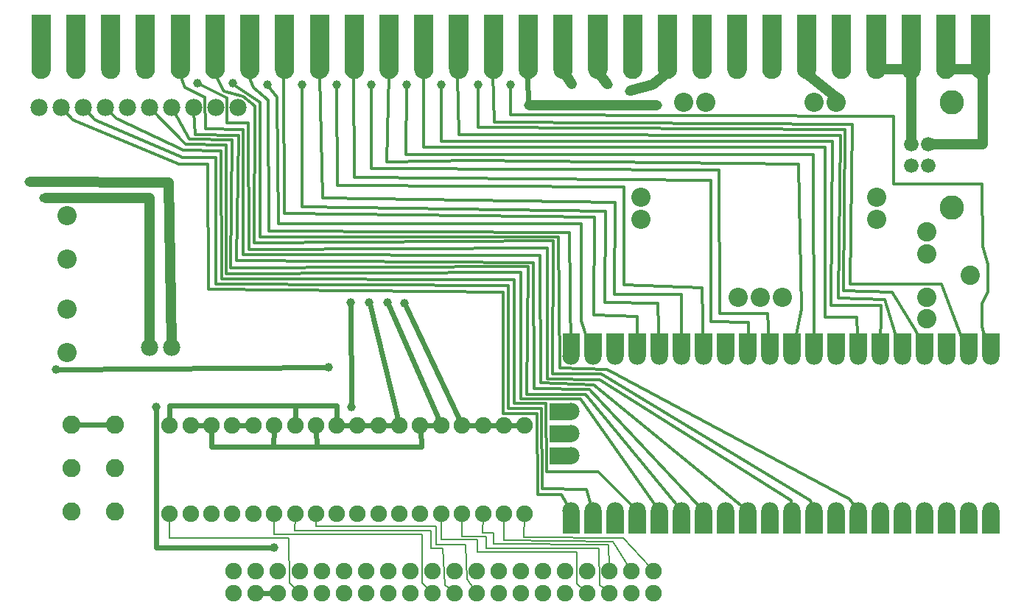
<source format=gtl>
G04 MADE WITH FRITZING*
G04 WWW.FRITZING.ORG*
G04 DOUBLE SIDED*
G04 HOLES PLATED*
G04 CONTOUR ON CENTER OF CONTOUR VECTOR*
%ASAXBY*%
%FSLAX23Y23*%
%MOIN*%
%OFA0B0*%
%SFA1.0B1.0*%
%ADD10C,0.039370*%
%ADD11C,0.078000*%
%ADD12C,0.087695*%
%ADD13C,0.087722*%
%ADD14C,0.087244*%
%ADD15C,0.066000*%
%ADD16C,0.110000*%
%ADD17C,0.075000*%
%ADD18C,0.075361*%
%ADD19C,0.082000*%
%ADD20C,0.087268*%
%ADD21C,0.087253*%
%ADD22C,0.024000*%
%ADD23C,0.048000*%
%ADD24C,0.012000*%
%ADD25C,0.008000*%
%ADD26R,0.001000X0.001000*%
%LNCOPPER1*%
G90*
G70*
G54D10*
X1746Y1383D03*
X1667Y1387D03*
X1502Y1387D03*
X2762Y2343D03*
X1506Y914D03*
G54D11*
X693Y1182D03*
X593Y1182D03*
G54D12*
X4305Y1509D03*
G54D13*
X4108Y1312D03*
X4108Y1410D03*
G54D12*
X4108Y1607D03*
G54D13*
X4108Y1705D03*
G54D10*
X2892Y2280D03*
X620Y914D03*
G54D14*
X3256Y1410D03*
X3356Y1410D03*
X3456Y1410D03*
G54D11*
X4399Y1141D03*
X4299Y1141D03*
X4199Y1141D03*
X4099Y1141D03*
X3999Y1141D03*
X3899Y1141D03*
X3799Y1141D03*
X3699Y1141D03*
X3599Y1141D03*
X3499Y1141D03*
X3399Y1141D03*
X3299Y1141D03*
X3199Y1141D03*
X3099Y1141D03*
X2999Y1141D03*
X2899Y1141D03*
X2799Y1141D03*
X2699Y1141D03*
X2599Y1141D03*
X2499Y1141D03*
X2499Y442D03*
X2599Y442D03*
X2699Y442D03*
X2799Y442D03*
X2899Y442D03*
X2999Y442D03*
X3099Y442D03*
X3199Y442D03*
X3299Y442D03*
X3399Y442D03*
X3499Y442D03*
X3599Y442D03*
X3699Y442D03*
X3799Y442D03*
X3899Y442D03*
X3999Y442D03*
X4099Y442D03*
X4199Y442D03*
X4299Y442D03*
X4399Y442D03*
X2499Y892D03*
X2499Y792D03*
X2499Y692D03*
G54D14*
X3599Y2292D03*
X3699Y2292D03*
G54D10*
X2226Y2371D03*
G54D14*
X3882Y1761D03*
X3882Y1861D03*
X3008Y2292D03*
X3108Y2292D03*
G54D10*
X1439Y2371D03*
G54D14*
X2815Y1761D03*
X2815Y1861D03*
G54D10*
X1596Y2371D03*
X1754Y2371D03*
X1911Y2371D03*
X2077Y2371D03*
X1282Y2371D03*
X1124Y2371D03*
X967Y2379D03*
X809Y2379D03*
G54D15*
X4037Y2103D03*
X4037Y2005D03*
X4115Y2005D03*
X4115Y2103D03*
G54D16*
X4222Y2291D03*
X4222Y1817D03*
G54D15*
X4037Y2103D03*
X4037Y2005D03*
X4115Y2005D03*
X4115Y2103D03*
G54D16*
X4222Y2291D03*
X4222Y1817D03*
G54D17*
X1344Y430D03*
X1344Y830D03*
X777Y430D03*
X777Y830D03*
X1911Y430D03*
X1911Y830D03*
X1155Y430D03*
X1155Y830D03*
X1816Y430D03*
X1816Y830D03*
X872Y430D03*
X872Y830D03*
X1722Y430D03*
X1722Y830D03*
X1627Y430D03*
X1627Y830D03*
X1439Y430D03*
X1439Y830D03*
X1250Y430D03*
X1250Y830D03*
X1533Y430D03*
X1533Y830D03*
X683Y430D03*
X683Y830D03*
X2289Y430D03*
X2289Y830D03*
X2194Y430D03*
X2194Y830D03*
X2005Y430D03*
X2005Y830D03*
X1061Y430D03*
X1061Y830D03*
X966Y430D03*
X966Y830D03*
X2100Y430D03*
X2100Y830D03*
G54D18*
X973Y70D03*
X1073Y70D03*
X1173Y70D03*
X1273Y70D03*
X1373Y70D03*
X1473Y70D03*
X1573Y70D03*
X1673Y70D03*
X1773Y70D03*
X1873Y70D03*
X1973Y70D03*
X2073Y70D03*
X2173Y70D03*
X2273Y70D03*
X2373Y70D03*
X2473Y70D03*
X2573Y70D03*
X2673Y70D03*
X2773Y70D03*
X2873Y70D03*
X2873Y170D03*
X2773Y170D03*
X2673Y170D03*
X2573Y170D03*
X2473Y170D03*
X2373Y170D03*
X2273Y170D03*
X2173Y170D03*
X2073Y170D03*
X1973Y170D03*
X1873Y170D03*
X1773Y170D03*
X1673Y170D03*
X1573Y170D03*
X1473Y170D03*
X1373Y170D03*
X1273Y170D03*
X1173Y170D03*
X1073Y170D03*
X973Y170D03*
G54D11*
X92Y2268D03*
X192Y2268D03*
X292Y2268D03*
X392Y2268D03*
X492Y2268D03*
X592Y2268D03*
X692Y2268D03*
X792Y2268D03*
X892Y2268D03*
X992Y2268D03*
G54D10*
X2305Y2280D03*
X1156Y276D03*
X2668Y2371D03*
X2506Y2371D03*
X1585Y1387D03*
G54D19*
X435Y438D03*
X435Y635D03*
X435Y831D03*
X238Y438D03*
X238Y635D03*
X238Y831D03*
G54D10*
X1400Y1091D03*
X168Y1082D03*
X45Y1934D03*
X112Y1859D03*
G54D20*
X219Y1583D03*
G54D21*
X219Y1780D03*
G54D20*
X219Y1158D03*
G54D21*
X219Y1355D03*
G54D22*
X1506Y922D02*
X1502Y1379D01*
G54D23*
D02*
X2868Y2374D02*
X2939Y2430D01*
D02*
X2939Y2430D02*
X2935Y2544D01*
D02*
X2769Y2345D02*
X2868Y2374D01*
G54D22*
D02*
X1998Y846D02*
X1749Y1375D01*
D02*
X1904Y846D02*
X1670Y1379D01*
G54D23*
D02*
X2313Y2280D02*
X2884Y2280D01*
D02*
X3703Y2312D02*
X3569Y2418D01*
D02*
X3569Y2418D02*
X3565Y2544D01*
D02*
X3703Y2315D02*
X3703Y2312D01*
G54D22*
D02*
X620Y906D02*
X620Y276D01*
D02*
X620Y276D02*
X1148Y276D01*
G54D24*
D02*
X4175Y1469D02*
X3762Y1469D01*
D02*
X3762Y1469D02*
X3770Y2193D01*
D02*
X3770Y2193D02*
X2151Y2201D01*
D02*
X2144Y2418D02*
X2148Y2544D01*
D02*
X2151Y2201D02*
X2144Y2418D01*
D02*
X4292Y1159D02*
X4175Y1469D01*
D02*
X4357Y1382D02*
X4357Y1276D01*
D02*
X4384Y1434D02*
X4357Y1382D01*
D02*
X4384Y1560D02*
X4384Y1434D01*
D02*
X4360Y1639D02*
X4384Y1560D01*
D02*
X4357Y1276D02*
X4393Y1159D01*
D02*
X4357Y1922D02*
X4360Y1639D01*
D02*
X3958Y1921D02*
X4357Y1922D01*
D02*
X3959Y2229D02*
X3958Y1921D01*
D02*
X2226Y2237D02*
X3959Y2229D01*
D02*
X2226Y2363D02*
X2226Y2237D01*
D02*
X1753Y2055D02*
X3595Y2055D01*
D02*
X3595Y2055D02*
X3599Y1160D01*
D02*
X1754Y2363D02*
X1753Y2055D01*
D02*
X1833Y2088D02*
X3647Y2088D01*
D02*
X3793Y1320D02*
X3798Y1160D01*
D02*
X3647Y1320D02*
X3793Y1320D01*
D02*
X3647Y2088D02*
X3647Y1320D01*
D02*
X1833Y2410D02*
X1833Y2088D01*
D02*
X1833Y2544D02*
X1833Y2410D01*
D02*
X3903Y1371D02*
X3899Y1160D01*
D02*
X3675Y1371D02*
X3903Y1371D01*
D02*
X3683Y2115D02*
X3675Y1371D01*
D02*
X1912Y2115D02*
X3683Y2115D01*
D02*
X1911Y2363D02*
X1912Y2115D01*
D02*
X3919Y1398D02*
X3993Y1159D01*
D02*
X3707Y1406D02*
X3919Y1398D01*
D02*
X3718Y2142D02*
X3707Y1406D01*
D02*
X1991Y2146D02*
X3718Y2142D01*
D02*
X1986Y2410D02*
X1991Y2146D01*
D02*
X1990Y2544D02*
X1986Y2410D01*
D02*
X2077Y2178D02*
X3738Y2170D01*
D02*
X3738Y2170D02*
X3731Y1438D01*
D02*
X3731Y1438D02*
X3951Y1434D01*
D02*
X4061Y1252D02*
X4093Y1159D01*
D02*
X3951Y1434D02*
X4061Y1252D01*
D02*
X2077Y2363D02*
X2077Y2178D01*
D02*
X1175Y1741D02*
X2545Y1741D01*
D02*
X2546Y1304D02*
X2593Y1159D01*
D02*
X2545Y1741D02*
X2546Y1304D01*
D02*
X1167Y2315D02*
X1175Y1741D01*
D02*
X1129Y2365D02*
X1167Y2315D01*
D02*
X2797Y1324D02*
X2799Y1160D01*
D02*
X2600Y1328D02*
X2797Y1324D01*
D02*
X2604Y1772D02*
X2600Y1328D01*
D02*
X1202Y1788D02*
X2604Y1772D01*
D02*
X1199Y2426D02*
X1202Y1788D01*
D02*
X1203Y2544D02*
X1199Y2426D01*
D02*
X1282Y1819D02*
X2656Y1800D01*
D02*
X2892Y1382D02*
X2898Y1160D01*
D02*
X2651Y1386D02*
X2892Y1382D01*
D02*
X2656Y1800D02*
X2651Y1386D01*
D02*
X1282Y2363D02*
X1282Y1819D01*
D02*
X2695Y1422D02*
X2999Y1422D01*
D02*
X2999Y1422D02*
X2999Y1160D01*
D02*
X2699Y1840D02*
X2695Y1422D01*
D02*
X1375Y1859D02*
X2699Y1840D01*
D02*
X1361Y2414D02*
X1375Y1859D01*
D02*
X1360Y2544D02*
X1361Y2414D01*
D02*
X1440Y1915D02*
X2738Y1910D01*
D02*
X3093Y1453D02*
X3098Y1160D01*
D02*
X2738Y1465D02*
X3093Y1453D01*
D02*
X2738Y1910D02*
X2738Y1465D01*
D02*
X1439Y2363D02*
X1440Y1915D01*
D02*
X1518Y1953D02*
X3132Y1938D01*
D02*
X3132Y1300D02*
X3302Y1297D01*
D02*
X3302Y1297D02*
X3299Y1160D01*
D02*
X3132Y1938D02*
X3132Y1300D01*
D02*
X1514Y2422D02*
X1518Y1953D01*
D02*
X1518Y2544D02*
X1514Y2422D01*
D02*
X1595Y1993D02*
X3167Y1985D01*
D02*
X3388Y1335D02*
X3398Y1160D01*
D02*
X3171Y1335D02*
X3388Y1335D01*
D02*
X3167Y1985D02*
X3171Y1335D01*
D02*
X1596Y2363D02*
X1595Y1993D01*
D02*
X2053Y2028D02*
X3529Y2013D01*
D02*
X1666Y2024D02*
X2053Y2028D01*
D02*
X3542Y1356D02*
X3503Y1160D01*
D02*
X3529Y2013D02*
X3542Y1356D01*
D02*
X1675Y2418D02*
X1666Y2024D01*
D02*
X1675Y2544D02*
X1675Y2418D01*
D02*
X2620Y619D02*
X2785Y455D01*
D02*
X2388Y619D02*
X2620Y619D01*
D02*
X2384Y930D02*
X2388Y619D01*
D02*
X2273Y1521D02*
X2273Y950D01*
D02*
X939Y1516D02*
X2273Y1521D01*
D02*
X2569Y540D02*
X2593Y460D01*
D02*
X2368Y544D02*
X2569Y540D01*
D02*
X2273Y950D02*
X2541Y950D01*
D02*
X2215Y1461D02*
X2214Y906D01*
D02*
X2214Y906D02*
X2365Y906D01*
D02*
X890Y1468D02*
X2215Y1461D01*
D02*
X2454Y516D02*
X2489Y458D01*
D02*
X2349Y516D02*
X2454Y516D01*
D02*
X2345Y883D02*
X2349Y516D01*
D02*
X2191Y1434D02*
X2191Y882D01*
D02*
X2191Y882D02*
X2345Y883D01*
D02*
X857Y1446D02*
X2191Y1434D01*
D02*
X2365Y906D02*
X2368Y544D01*
D02*
X2242Y1489D02*
X2243Y930D01*
D02*
X2243Y930D02*
X2384Y930D01*
D02*
X919Y1493D02*
X2242Y1489D01*
D02*
X2541Y950D02*
X2888Y457D01*
D02*
X939Y2099D02*
X939Y1516D01*
D02*
X754Y2103D02*
X939Y2099D01*
D02*
X605Y2255D02*
X754Y2103D01*
D02*
X443Y2218D02*
X746Y2076D01*
D02*
X915Y2072D02*
X919Y1493D01*
D02*
X746Y2076D02*
X915Y2072D01*
D02*
X405Y2255D02*
X443Y2218D01*
D02*
X345Y2214D02*
X743Y2043D01*
D02*
X892Y2043D02*
X890Y1468D01*
D02*
X743Y2043D02*
X892Y2043D01*
D02*
X305Y2255D02*
X345Y2214D01*
D02*
X246Y2214D02*
X726Y2013D01*
D02*
X726Y2013D02*
X856Y2013D01*
D02*
X856Y2013D02*
X857Y1446D01*
D02*
X205Y2255D02*
X246Y2214D01*
D02*
X1128Y2304D02*
X1131Y1709D01*
D02*
X1061Y2360D02*
X1128Y2304D01*
D02*
X2493Y1704D02*
X2499Y1160D01*
D02*
X1131Y1709D02*
X2493Y1704D01*
D02*
X1042Y2410D02*
X1061Y2360D01*
D02*
X1045Y2544D02*
X1042Y2410D01*
D02*
X2447Y1088D02*
X2660Y1083D01*
D02*
X2392Y1040D02*
X2628Y1036D01*
D02*
X2415Y1063D02*
X2636Y1063D01*
D02*
X2360Y1021D02*
X2601Y1013D01*
D02*
X2601Y1013D02*
X3284Y454D01*
D02*
X3494Y489D02*
X3497Y461D01*
D02*
X2628Y1036D02*
X3494Y489D01*
D02*
X3580Y489D02*
X3592Y459D01*
D02*
X2636Y1063D02*
X3580Y489D01*
D02*
X3758Y497D02*
X3788Y457D01*
D02*
X2660Y1083D02*
X3758Y497D01*
D02*
X1093Y2292D02*
X1093Y1682D01*
D02*
X1093Y1682D02*
X2443Y1682D01*
D02*
X2443Y1682D02*
X2447Y1088D01*
D02*
X973Y2374D02*
X1093Y2292D01*
D02*
X1068Y2277D02*
X1065Y1655D01*
D02*
X1014Y2320D02*
X1068Y2277D01*
D02*
X928Y2343D02*
X1014Y2320D01*
D02*
X1065Y1655D02*
X2419Y1666D01*
D02*
X2419Y1666D02*
X2415Y1063D01*
D02*
X888Y2418D02*
X928Y2343D01*
D02*
X888Y2544D02*
X888Y2418D01*
D02*
X1038Y2198D02*
X1041Y1626D01*
D02*
X943Y2198D02*
X1038Y2198D01*
D02*
X943Y2311D02*
X943Y2198D01*
D02*
X1041Y1626D02*
X2392Y1631D01*
D02*
X2392Y1631D02*
X2392Y1040D01*
D02*
X816Y2375D02*
X943Y2311D01*
D02*
X1014Y2169D02*
X1014Y1603D01*
D02*
X845Y2174D02*
X1014Y2169D01*
D02*
X840Y2315D02*
X845Y2174D01*
D02*
X1014Y1603D02*
X2357Y1599D01*
D02*
X2357Y1599D02*
X2360Y1021D01*
D02*
X750Y2360D02*
X840Y2315D01*
D02*
X730Y2414D02*
X750Y2360D01*
D02*
X730Y2544D02*
X730Y2414D01*
D02*
X2329Y1567D02*
X2333Y997D01*
D02*
X986Y1576D02*
X2329Y1567D01*
D02*
X2305Y1548D02*
X2298Y970D01*
D02*
X959Y1543D02*
X2305Y1548D01*
D02*
X2333Y997D02*
X2581Y993D01*
D02*
X2298Y970D02*
X2565Y969D01*
D02*
X2565Y969D02*
X2987Y456D01*
D02*
X2581Y993D02*
X3086Y455D01*
D02*
X994Y2142D02*
X986Y1576D01*
D02*
X797Y2146D02*
X994Y2142D01*
D02*
X793Y2249D02*
X797Y2146D01*
D02*
X966Y2122D02*
X959Y1543D01*
D02*
X770Y2126D02*
X966Y2122D01*
D02*
X701Y2252D02*
X770Y2126D01*
G54D23*
D02*
X4313Y2442D02*
X4235Y2442D01*
D02*
X3998Y2442D02*
X3920Y2442D01*
G54D25*
D02*
X2286Y324D02*
X2288Y412D01*
D02*
X2734Y320D02*
X2286Y324D01*
D02*
X2859Y185D02*
X2734Y320D01*
D02*
X2687Y304D02*
X2194Y308D01*
D02*
X2194Y308D02*
X2194Y412D01*
D02*
X2762Y187D02*
X2687Y304D01*
D02*
X2147Y292D02*
X2667Y288D01*
D02*
X2147Y344D02*
X2147Y292D01*
D02*
X2099Y342D02*
X2147Y344D01*
D02*
X2667Y288D02*
X2672Y190D01*
D02*
X2100Y412D02*
X2099Y342D01*
D02*
X2116Y273D02*
X2624Y272D01*
D02*
X2116Y327D02*
X2116Y273D01*
D02*
X2006Y327D02*
X2116Y327D01*
D02*
X2624Y272D02*
X2628Y107D01*
D02*
X2628Y107D02*
X2657Y83D01*
D02*
X2005Y412D02*
X2006Y327D01*
D02*
X2076Y256D02*
X2525Y256D01*
D02*
X2076Y312D02*
X2076Y256D01*
D02*
X2526Y114D02*
X2558Y84D01*
D02*
X2525Y256D02*
X2526Y114D01*
D02*
X1911Y313D02*
X2076Y312D01*
D02*
X1911Y412D02*
X1911Y313D01*
D02*
X1345Y374D02*
X1888Y374D01*
D02*
X1888Y374D02*
X1888Y288D01*
D02*
X1888Y288D02*
X2021Y288D01*
D02*
X2021Y288D02*
X2028Y131D01*
D02*
X2028Y131D02*
X2061Y86D01*
D02*
X1344Y412D02*
X1345Y374D01*
D02*
X1864Y272D02*
X1919Y272D01*
D02*
X1864Y351D02*
X1864Y272D01*
D02*
X1249Y351D02*
X1864Y351D01*
D02*
X1919Y272D02*
X1927Y106D01*
D02*
X1927Y106D02*
X1957Y83D01*
D02*
X1250Y412D02*
X1249Y351D01*
D02*
X1156Y335D02*
X1825Y335D01*
D02*
X1825Y335D02*
X1825Y115D01*
D02*
X1825Y115D02*
X1858Y84D01*
D02*
X1155Y412D02*
X1156Y335D01*
D02*
X683Y320D02*
X1223Y320D01*
D02*
X1223Y320D02*
X1226Y115D01*
D02*
X1226Y115D02*
X1258Y84D01*
D02*
X683Y412D02*
X683Y320D01*
G54D22*
D02*
X2212Y830D02*
X2271Y830D01*
D02*
X2117Y830D02*
X2177Y830D01*
D02*
X2023Y830D02*
X2082Y830D01*
D02*
X1893Y830D02*
X1834Y830D01*
D02*
X1704Y830D02*
X1645Y830D01*
D02*
X1610Y830D02*
X1550Y830D01*
D02*
X1515Y830D02*
X1456Y830D01*
D02*
X1043Y830D02*
X984Y830D01*
D02*
X854Y830D02*
X795Y830D01*
D02*
X1821Y733D02*
X1349Y733D01*
D02*
X1349Y733D02*
X1345Y812D01*
D02*
X1817Y812D02*
X1821Y733D01*
D02*
X1439Y918D02*
X1250Y918D01*
D02*
X1250Y918D02*
X1250Y847D01*
D02*
X1439Y847D02*
X1439Y918D01*
D02*
X1152Y733D02*
X1154Y812D01*
D02*
X1349Y733D02*
X1152Y733D01*
D02*
X871Y732D02*
X871Y812D01*
D02*
X1152Y733D02*
X871Y732D01*
D02*
X683Y918D02*
X683Y847D01*
D02*
X1250Y918D02*
X683Y918D01*
G54D23*
D02*
X4360Y2101D02*
X4133Y2103D01*
D02*
X4361Y2418D02*
X4360Y2101D01*
D02*
X4352Y2544D02*
X4361Y2418D01*
D02*
X4038Y2422D02*
X4037Y2121D01*
D02*
X4037Y2544D02*
X4038Y2422D01*
G54D22*
D02*
X1153Y70D02*
X1093Y70D01*
G54D23*
D02*
X2620Y2430D02*
X2620Y2544D01*
D02*
X2663Y2377D02*
X2620Y2430D01*
D02*
X2470Y2422D02*
X2463Y2544D01*
D02*
X2501Y2377D02*
X2470Y2422D01*
G54D22*
D02*
X1718Y847D02*
X1587Y1379D01*
D02*
X2301Y2410D02*
X2305Y2544D01*
D02*
X2305Y2288D02*
X2301Y2410D01*
D02*
X259Y831D02*
X414Y831D01*
D02*
X176Y1082D02*
X1392Y1091D01*
G54D23*
D02*
X593Y1860D02*
X593Y1201D01*
D02*
X120Y1859D02*
X593Y1860D01*
D02*
X692Y1201D02*
X679Y1930D01*
D02*
X679Y1930D02*
X53Y1934D01*
G54D26*
X58Y2689D02*
X144Y2689D01*
X216Y2689D02*
X301Y2689D01*
X373Y2689D02*
X458Y2689D01*
X531Y2689D02*
X616Y2689D01*
X688Y2689D02*
X773Y2689D01*
X845Y2689D02*
X931Y2689D01*
X1003Y2689D02*
X1088Y2689D01*
X1160Y2689D02*
X1246Y2689D01*
X1318Y2689D02*
X1403Y2689D01*
X1475Y2689D02*
X1561Y2689D01*
X1633Y2689D02*
X1718Y2689D01*
X1790Y2689D02*
X1876Y2689D01*
X1948Y2689D02*
X2033Y2689D01*
X2105Y2689D02*
X2190Y2689D01*
X2263Y2689D02*
X2348Y2689D01*
X2420Y2689D02*
X2505Y2689D01*
X2577Y2689D02*
X2663Y2689D01*
X2735Y2689D02*
X2820Y2689D01*
X2892Y2689D02*
X2978Y2689D01*
X3050Y2689D02*
X3135Y2689D01*
X3207Y2689D02*
X3293Y2689D01*
X3365Y2689D02*
X3450Y2689D01*
X3522Y2689D02*
X3608Y2689D01*
X3680Y2689D02*
X3765Y2689D01*
X3837Y2689D02*
X3922Y2689D01*
X3994Y2689D02*
X4080Y2689D01*
X4152Y2689D02*
X4237Y2689D01*
X4309Y2689D02*
X4395Y2689D01*
X58Y2688D02*
X144Y2688D01*
X216Y2688D02*
X301Y2688D01*
X373Y2688D02*
X459Y2688D01*
X530Y2688D02*
X616Y2688D01*
X688Y2688D02*
X773Y2688D01*
X845Y2688D02*
X931Y2688D01*
X1003Y2688D02*
X1088Y2688D01*
X1160Y2688D02*
X1246Y2688D01*
X1318Y2688D02*
X1403Y2688D01*
X1475Y2688D02*
X1561Y2688D01*
X1633Y2688D02*
X1718Y2688D01*
X1790Y2688D02*
X1876Y2688D01*
X1947Y2688D02*
X2033Y2688D01*
X2105Y2688D02*
X2191Y2688D01*
X2262Y2688D02*
X2348Y2688D01*
X2420Y2688D02*
X2505Y2688D01*
X2577Y2688D02*
X2663Y2688D01*
X2735Y2688D02*
X2820Y2688D01*
X2892Y2688D02*
X2978Y2688D01*
X3050Y2688D02*
X3135Y2688D01*
X3207Y2688D02*
X3293Y2688D01*
X3365Y2688D02*
X3450Y2688D01*
X3522Y2688D02*
X3608Y2688D01*
X3679Y2688D02*
X3765Y2688D01*
X3837Y2688D02*
X3923Y2688D01*
X3994Y2688D02*
X4080Y2688D01*
X4152Y2688D02*
X4237Y2688D01*
X4309Y2688D02*
X4395Y2688D01*
X58Y2687D02*
X144Y2687D01*
X216Y2687D02*
X301Y2687D01*
X373Y2687D02*
X459Y2687D01*
X530Y2687D02*
X616Y2687D01*
X688Y2687D02*
X773Y2687D01*
X845Y2687D02*
X931Y2687D01*
X1003Y2687D02*
X1088Y2687D01*
X1160Y2687D02*
X1246Y2687D01*
X1318Y2687D02*
X1403Y2687D01*
X1475Y2687D02*
X1561Y2687D01*
X1633Y2687D02*
X1718Y2687D01*
X1790Y2687D02*
X1876Y2687D01*
X1947Y2687D02*
X2033Y2687D01*
X2105Y2687D02*
X2191Y2687D01*
X2262Y2687D02*
X2348Y2687D01*
X2420Y2687D02*
X2505Y2687D01*
X2577Y2687D02*
X2663Y2687D01*
X2735Y2687D02*
X2820Y2687D01*
X2892Y2687D02*
X2978Y2687D01*
X3050Y2687D02*
X3135Y2687D01*
X3207Y2687D02*
X3293Y2687D01*
X3365Y2687D02*
X3450Y2687D01*
X3522Y2687D02*
X3608Y2687D01*
X3679Y2687D02*
X3765Y2687D01*
X3837Y2687D02*
X3923Y2687D01*
X3994Y2687D02*
X4080Y2687D01*
X4152Y2687D02*
X4237Y2687D01*
X4309Y2687D02*
X4395Y2687D01*
X58Y2686D02*
X144Y2686D01*
X216Y2686D02*
X301Y2686D01*
X373Y2686D02*
X459Y2686D01*
X530Y2686D02*
X616Y2686D01*
X688Y2686D02*
X773Y2686D01*
X845Y2686D02*
X931Y2686D01*
X1003Y2686D02*
X1088Y2686D01*
X1160Y2686D02*
X1246Y2686D01*
X1318Y2686D02*
X1403Y2686D01*
X1475Y2686D02*
X1561Y2686D01*
X1633Y2686D02*
X1718Y2686D01*
X1790Y2686D02*
X1876Y2686D01*
X1947Y2686D02*
X2033Y2686D01*
X2105Y2686D02*
X2191Y2686D01*
X2262Y2686D02*
X2348Y2686D01*
X2420Y2686D02*
X2505Y2686D01*
X2577Y2686D02*
X2663Y2686D01*
X2735Y2686D02*
X2820Y2686D01*
X2892Y2686D02*
X2978Y2686D01*
X3050Y2686D02*
X3135Y2686D01*
X3207Y2686D02*
X3293Y2686D01*
X3365Y2686D02*
X3450Y2686D01*
X3522Y2686D02*
X3608Y2686D01*
X3679Y2686D02*
X3765Y2686D01*
X3837Y2686D02*
X3923Y2686D01*
X3994Y2686D02*
X4080Y2686D01*
X4152Y2686D02*
X4237Y2686D01*
X4309Y2686D02*
X4395Y2686D01*
X58Y2685D02*
X144Y2685D01*
X216Y2685D02*
X301Y2685D01*
X373Y2685D02*
X459Y2685D01*
X530Y2685D02*
X616Y2685D01*
X688Y2685D02*
X773Y2685D01*
X845Y2685D02*
X931Y2685D01*
X1003Y2685D02*
X1088Y2685D01*
X1160Y2685D02*
X1246Y2685D01*
X1318Y2685D02*
X1403Y2685D01*
X1475Y2685D02*
X1561Y2685D01*
X1633Y2685D02*
X1718Y2685D01*
X1790Y2685D02*
X1876Y2685D01*
X1947Y2685D02*
X2033Y2685D01*
X2105Y2685D02*
X2191Y2685D01*
X2262Y2685D02*
X2348Y2685D01*
X2420Y2685D02*
X2505Y2685D01*
X2577Y2685D02*
X2663Y2685D01*
X2735Y2685D02*
X2820Y2685D01*
X2892Y2685D02*
X2978Y2685D01*
X3050Y2685D02*
X3135Y2685D01*
X3207Y2685D02*
X3293Y2685D01*
X3365Y2685D02*
X3450Y2685D01*
X3522Y2685D02*
X3608Y2685D01*
X3679Y2685D02*
X3765Y2685D01*
X3837Y2685D02*
X3923Y2685D01*
X3994Y2685D02*
X4080Y2685D01*
X4152Y2685D02*
X4237Y2685D01*
X4309Y2685D02*
X4395Y2685D01*
X58Y2684D02*
X144Y2684D01*
X216Y2684D02*
X301Y2684D01*
X373Y2684D02*
X459Y2684D01*
X530Y2684D02*
X616Y2684D01*
X688Y2684D02*
X773Y2684D01*
X845Y2684D02*
X931Y2684D01*
X1003Y2684D02*
X1088Y2684D01*
X1160Y2684D02*
X1246Y2684D01*
X1318Y2684D02*
X1403Y2684D01*
X1475Y2684D02*
X1561Y2684D01*
X1633Y2684D02*
X1718Y2684D01*
X1790Y2684D02*
X1876Y2684D01*
X1947Y2684D02*
X2033Y2684D01*
X2105Y2684D02*
X2191Y2684D01*
X2262Y2684D02*
X2348Y2684D01*
X2420Y2684D02*
X2505Y2684D01*
X2577Y2684D02*
X2663Y2684D01*
X2735Y2684D02*
X2820Y2684D01*
X2892Y2684D02*
X2978Y2684D01*
X3050Y2684D02*
X3135Y2684D01*
X3207Y2684D02*
X3293Y2684D01*
X3365Y2684D02*
X3450Y2684D01*
X3522Y2684D02*
X3608Y2684D01*
X3679Y2684D02*
X3765Y2684D01*
X3837Y2684D02*
X3923Y2684D01*
X3994Y2684D02*
X4080Y2684D01*
X4152Y2684D02*
X4237Y2684D01*
X4309Y2684D02*
X4395Y2684D01*
X58Y2683D02*
X144Y2683D01*
X216Y2683D02*
X301Y2683D01*
X373Y2683D02*
X459Y2683D01*
X530Y2683D02*
X616Y2683D01*
X688Y2683D02*
X773Y2683D01*
X845Y2683D02*
X931Y2683D01*
X1003Y2683D02*
X1088Y2683D01*
X1160Y2683D02*
X1246Y2683D01*
X1318Y2683D02*
X1403Y2683D01*
X1475Y2683D02*
X1561Y2683D01*
X1633Y2683D02*
X1718Y2683D01*
X1790Y2683D02*
X1876Y2683D01*
X1947Y2683D02*
X2033Y2683D01*
X2105Y2683D02*
X2191Y2683D01*
X2262Y2683D02*
X2348Y2683D01*
X2420Y2683D02*
X2505Y2683D01*
X2577Y2683D02*
X2663Y2683D01*
X2735Y2683D02*
X2820Y2683D01*
X2892Y2683D02*
X2978Y2683D01*
X3050Y2683D02*
X3135Y2683D01*
X3207Y2683D02*
X3293Y2683D01*
X3365Y2683D02*
X3450Y2683D01*
X3522Y2683D02*
X3608Y2683D01*
X3679Y2683D02*
X3765Y2683D01*
X3837Y2683D02*
X3923Y2683D01*
X3994Y2683D02*
X4080Y2683D01*
X4152Y2683D02*
X4237Y2683D01*
X4309Y2683D02*
X4395Y2683D01*
X58Y2682D02*
X144Y2682D01*
X216Y2682D02*
X301Y2682D01*
X373Y2682D02*
X459Y2682D01*
X530Y2682D02*
X616Y2682D01*
X688Y2682D02*
X773Y2682D01*
X845Y2682D02*
X931Y2682D01*
X1003Y2682D02*
X1088Y2682D01*
X1160Y2682D02*
X1246Y2682D01*
X1318Y2682D02*
X1403Y2682D01*
X1475Y2682D02*
X1561Y2682D01*
X1633Y2682D02*
X1718Y2682D01*
X1790Y2682D02*
X1876Y2682D01*
X1947Y2682D02*
X2033Y2682D01*
X2105Y2682D02*
X2191Y2682D01*
X2262Y2682D02*
X2348Y2682D01*
X2420Y2682D02*
X2505Y2682D01*
X2577Y2682D02*
X2663Y2682D01*
X2735Y2682D02*
X2820Y2682D01*
X2892Y2682D02*
X2978Y2682D01*
X3050Y2682D02*
X3135Y2682D01*
X3207Y2682D02*
X3293Y2682D01*
X3365Y2682D02*
X3450Y2682D01*
X3522Y2682D02*
X3608Y2682D01*
X3679Y2682D02*
X3765Y2682D01*
X3837Y2682D02*
X3923Y2682D01*
X3994Y2682D02*
X4080Y2682D01*
X4152Y2682D02*
X4237Y2682D01*
X4309Y2682D02*
X4395Y2682D01*
X58Y2681D02*
X144Y2681D01*
X216Y2681D02*
X301Y2681D01*
X373Y2681D02*
X459Y2681D01*
X530Y2681D02*
X616Y2681D01*
X688Y2681D02*
X773Y2681D01*
X845Y2681D02*
X931Y2681D01*
X1003Y2681D02*
X1088Y2681D01*
X1160Y2681D02*
X1246Y2681D01*
X1318Y2681D02*
X1403Y2681D01*
X1475Y2681D02*
X1561Y2681D01*
X1633Y2681D02*
X1718Y2681D01*
X1790Y2681D02*
X1876Y2681D01*
X1947Y2681D02*
X2033Y2681D01*
X2105Y2681D02*
X2191Y2681D01*
X2262Y2681D02*
X2348Y2681D01*
X2420Y2681D02*
X2505Y2681D01*
X2577Y2681D02*
X2663Y2681D01*
X2735Y2681D02*
X2820Y2681D01*
X2892Y2681D02*
X2978Y2681D01*
X3050Y2681D02*
X3135Y2681D01*
X3207Y2681D02*
X3293Y2681D01*
X3365Y2681D02*
X3450Y2681D01*
X3522Y2681D02*
X3608Y2681D01*
X3679Y2681D02*
X3765Y2681D01*
X3837Y2681D02*
X3923Y2681D01*
X3994Y2681D02*
X4080Y2681D01*
X4152Y2681D02*
X4237Y2681D01*
X4309Y2681D02*
X4395Y2681D01*
X58Y2680D02*
X144Y2680D01*
X216Y2680D02*
X301Y2680D01*
X373Y2680D02*
X459Y2680D01*
X530Y2680D02*
X616Y2680D01*
X688Y2680D02*
X773Y2680D01*
X845Y2680D02*
X931Y2680D01*
X1003Y2680D02*
X1088Y2680D01*
X1160Y2680D02*
X1246Y2680D01*
X1318Y2680D02*
X1403Y2680D01*
X1475Y2680D02*
X1561Y2680D01*
X1633Y2680D02*
X1718Y2680D01*
X1790Y2680D02*
X1876Y2680D01*
X1947Y2680D02*
X2033Y2680D01*
X2105Y2680D02*
X2191Y2680D01*
X2262Y2680D02*
X2348Y2680D01*
X2420Y2680D02*
X2505Y2680D01*
X2577Y2680D02*
X2663Y2680D01*
X2735Y2680D02*
X2820Y2680D01*
X2892Y2680D02*
X2978Y2680D01*
X3050Y2680D02*
X3135Y2680D01*
X3207Y2680D02*
X3293Y2680D01*
X3365Y2680D02*
X3450Y2680D01*
X3522Y2680D02*
X3608Y2680D01*
X3679Y2680D02*
X3765Y2680D01*
X3837Y2680D02*
X3923Y2680D01*
X3994Y2680D02*
X4080Y2680D01*
X4152Y2680D02*
X4237Y2680D01*
X4309Y2680D02*
X4395Y2680D01*
X58Y2679D02*
X144Y2679D01*
X216Y2679D02*
X301Y2679D01*
X373Y2679D02*
X459Y2679D01*
X530Y2679D02*
X616Y2679D01*
X688Y2679D02*
X773Y2679D01*
X845Y2679D02*
X931Y2679D01*
X1003Y2679D02*
X1088Y2679D01*
X1160Y2679D02*
X1246Y2679D01*
X1318Y2679D02*
X1403Y2679D01*
X1475Y2679D02*
X1561Y2679D01*
X1633Y2679D02*
X1718Y2679D01*
X1790Y2679D02*
X1876Y2679D01*
X1947Y2679D02*
X2033Y2679D01*
X2105Y2679D02*
X2191Y2679D01*
X2262Y2679D02*
X2348Y2679D01*
X2420Y2679D02*
X2505Y2679D01*
X2577Y2679D02*
X2663Y2679D01*
X2735Y2679D02*
X2820Y2679D01*
X2892Y2679D02*
X2978Y2679D01*
X3050Y2679D02*
X3135Y2679D01*
X3207Y2679D02*
X3293Y2679D01*
X3365Y2679D02*
X3450Y2679D01*
X3522Y2679D02*
X3608Y2679D01*
X3679Y2679D02*
X3765Y2679D01*
X3837Y2679D02*
X3923Y2679D01*
X3994Y2679D02*
X4080Y2679D01*
X4152Y2679D02*
X4237Y2679D01*
X4309Y2679D02*
X4395Y2679D01*
X58Y2678D02*
X144Y2678D01*
X216Y2678D02*
X301Y2678D01*
X373Y2678D02*
X459Y2678D01*
X530Y2678D02*
X616Y2678D01*
X688Y2678D02*
X773Y2678D01*
X845Y2678D02*
X931Y2678D01*
X1003Y2678D02*
X1088Y2678D01*
X1160Y2678D02*
X1246Y2678D01*
X1318Y2678D02*
X1403Y2678D01*
X1475Y2678D02*
X1561Y2678D01*
X1633Y2678D02*
X1718Y2678D01*
X1790Y2678D02*
X1876Y2678D01*
X1947Y2678D02*
X2033Y2678D01*
X2105Y2678D02*
X2191Y2678D01*
X2262Y2678D02*
X2348Y2678D01*
X2420Y2678D02*
X2505Y2678D01*
X2577Y2678D02*
X2663Y2678D01*
X2735Y2678D02*
X2820Y2678D01*
X2892Y2678D02*
X2978Y2678D01*
X3050Y2678D02*
X3135Y2678D01*
X3207Y2678D02*
X3293Y2678D01*
X3365Y2678D02*
X3450Y2678D01*
X3522Y2678D02*
X3608Y2678D01*
X3679Y2678D02*
X3765Y2678D01*
X3837Y2678D02*
X3923Y2678D01*
X3994Y2678D02*
X4080Y2678D01*
X4152Y2678D02*
X4237Y2678D01*
X4309Y2678D02*
X4395Y2678D01*
X58Y2677D02*
X144Y2677D01*
X216Y2677D02*
X301Y2677D01*
X373Y2677D02*
X459Y2677D01*
X530Y2677D02*
X616Y2677D01*
X688Y2677D02*
X773Y2677D01*
X845Y2677D02*
X931Y2677D01*
X1003Y2677D02*
X1088Y2677D01*
X1160Y2677D02*
X1246Y2677D01*
X1318Y2677D02*
X1403Y2677D01*
X1475Y2677D02*
X1561Y2677D01*
X1633Y2677D02*
X1718Y2677D01*
X1790Y2677D02*
X1876Y2677D01*
X1947Y2677D02*
X2033Y2677D01*
X2105Y2677D02*
X2191Y2677D01*
X2262Y2677D02*
X2348Y2677D01*
X2420Y2677D02*
X2505Y2677D01*
X2577Y2677D02*
X2663Y2677D01*
X2735Y2677D02*
X2820Y2677D01*
X2892Y2677D02*
X2978Y2677D01*
X3050Y2677D02*
X3135Y2677D01*
X3207Y2677D02*
X3293Y2677D01*
X3365Y2677D02*
X3450Y2677D01*
X3522Y2677D02*
X3608Y2677D01*
X3679Y2677D02*
X3765Y2677D01*
X3837Y2677D02*
X3923Y2677D01*
X3994Y2677D02*
X4080Y2677D01*
X4152Y2677D02*
X4237Y2677D01*
X4309Y2677D02*
X4395Y2677D01*
X58Y2676D02*
X144Y2676D01*
X216Y2676D02*
X301Y2676D01*
X373Y2676D02*
X459Y2676D01*
X530Y2676D02*
X616Y2676D01*
X688Y2676D02*
X773Y2676D01*
X845Y2676D02*
X931Y2676D01*
X1003Y2676D02*
X1088Y2676D01*
X1160Y2676D02*
X1246Y2676D01*
X1318Y2676D02*
X1403Y2676D01*
X1475Y2676D02*
X1561Y2676D01*
X1633Y2676D02*
X1718Y2676D01*
X1790Y2676D02*
X1876Y2676D01*
X1947Y2676D02*
X2033Y2676D01*
X2105Y2676D02*
X2191Y2676D01*
X2262Y2676D02*
X2348Y2676D01*
X2420Y2676D02*
X2505Y2676D01*
X2577Y2676D02*
X2663Y2676D01*
X2735Y2676D02*
X2820Y2676D01*
X2892Y2676D02*
X2978Y2676D01*
X3050Y2676D02*
X3135Y2676D01*
X3207Y2676D02*
X3293Y2676D01*
X3365Y2676D02*
X3450Y2676D01*
X3522Y2676D02*
X3608Y2676D01*
X3679Y2676D02*
X3765Y2676D01*
X3837Y2676D02*
X3923Y2676D01*
X3994Y2676D02*
X4080Y2676D01*
X4152Y2676D02*
X4237Y2676D01*
X4309Y2676D02*
X4395Y2676D01*
X58Y2675D02*
X144Y2675D01*
X216Y2675D02*
X301Y2675D01*
X373Y2675D02*
X459Y2675D01*
X530Y2675D02*
X616Y2675D01*
X688Y2675D02*
X773Y2675D01*
X845Y2675D02*
X931Y2675D01*
X1003Y2675D02*
X1088Y2675D01*
X1160Y2675D02*
X1246Y2675D01*
X1318Y2675D02*
X1403Y2675D01*
X1475Y2675D02*
X1561Y2675D01*
X1633Y2675D02*
X1718Y2675D01*
X1790Y2675D02*
X1876Y2675D01*
X1947Y2675D02*
X2033Y2675D01*
X2105Y2675D02*
X2191Y2675D01*
X2262Y2675D02*
X2348Y2675D01*
X2420Y2675D02*
X2505Y2675D01*
X2577Y2675D02*
X2663Y2675D01*
X2735Y2675D02*
X2820Y2675D01*
X2892Y2675D02*
X2978Y2675D01*
X3050Y2675D02*
X3135Y2675D01*
X3207Y2675D02*
X3293Y2675D01*
X3365Y2675D02*
X3450Y2675D01*
X3522Y2675D02*
X3608Y2675D01*
X3679Y2675D02*
X3765Y2675D01*
X3837Y2675D02*
X3923Y2675D01*
X3994Y2675D02*
X4080Y2675D01*
X4152Y2675D02*
X4237Y2675D01*
X4309Y2675D02*
X4395Y2675D01*
X58Y2674D02*
X144Y2674D01*
X216Y2674D02*
X301Y2674D01*
X373Y2674D02*
X459Y2674D01*
X530Y2674D02*
X616Y2674D01*
X688Y2674D02*
X773Y2674D01*
X845Y2674D02*
X931Y2674D01*
X1003Y2674D02*
X1088Y2674D01*
X1160Y2674D02*
X1246Y2674D01*
X1318Y2674D02*
X1403Y2674D01*
X1475Y2674D02*
X1561Y2674D01*
X1633Y2674D02*
X1718Y2674D01*
X1790Y2674D02*
X1876Y2674D01*
X1947Y2674D02*
X2033Y2674D01*
X2105Y2674D02*
X2191Y2674D01*
X2262Y2674D02*
X2348Y2674D01*
X2420Y2674D02*
X2505Y2674D01*
X2577Y2674D02*
X2663Y2674D01*
X2735Y2674D02*
X2820Y2674D01*
X2892Y2674D02*
X2978Y2674D01*
X3050Y2674D02*
X3135Y2674D01*
X3207Y2674D02*
X3293Y2674D01*
X3365Y2674D02*
X3450Y2674D01*
X3522Y2674D02*
X3608Y2674D01*
X3679Y2674D02*
X3765Y2674D01*
X3837Y2674D02*
X3923Y2674D01*
X3994Y2674D02*
X4080Y2674D01*
X4152Y2674D02*
X4237Y2674D01*
X4309Y2674D02*
X4395Y2674D01*
X58Y2673D02*
X144Y2673D01*
X216Y2673D02*
X301Y2673D01*
X373Y2673D02*
X459Y2673D01*
X530Y2673D02*
X616Y2673D01*
X688Y2673D02*
X773Y2673D01*
X845Y2673D02*
X931Y2673D01*
X1003Y2673D02*
X1088Y2673D01*
X1160Y2673D02*
X1246Y2673D01*
X1318Y2673D02*
X1403Y2673D01*
X1475Y2673D02*
X1561Y2673D01*
X1633Y2673D02*
X1718Y2673D01*
X1790Y2673D02*
X1876Y2673D01*
X1947Y2673D02*
X2033Y2673D01*
X2105Y2673D02*
X2191Y2673D01*
X2262Y2673D02*
X2348Y2673D01*
X2420Y2673D02*
X2505Y2673D01*
X2577Y2673D02*
X2663Y2673D01*
X2735Y2673D02*
X2820Y2673D01*
X2892Y2673D02*
X2978Y2673D01*
X3050Y2673D02*
X3135Y2673D01*
X3207Y2673D02*
X3293Y2673D01*
X3365Y2673D02*
X3450Y2673D01*
X3522Y2673D02*
X3608Y2673D01*
X3679Y2673D02*
X3765Y2673D01*
X3837Y2673D02*
X3923Y2673D01*
X3994Y2673D02*
X4080Y2673D01*
X4152Y2673D02*
X4237Y2673D01*
X4309Y2673D02*
X4395Y2673D01*
X58Y2672D02*
X144Y2672D01*
X216Y2672D02*
X301Y2672D01*
X373Y2672D02*
X459Y2672D01*
X530Y2672D02*
X616Y2672D01*
X688Y2672D02*
X773Y2672D01*
X845Y2672D02*
X931Y2672D01*
X1003Y2672D02*
X1088Y2672D01*
X1160Y2672D02*
X1246Y2672D01*
X1318Y2672D02*
X1403Y2672D01*
X1475Y2672D02*
X1561Y2672D01*
X1633Y2672D02*
X1718Y2672D01*
X1790Y2672D02*
X1876Y2672D01*
X1947Y2672D02*
X2033Y2672D01*
X2105Y2672D02*
X2191Y2672D01*
X2262Y2672D02*
X2348Y2672D01*
X2420Y2672D02*
X2505Y2672D01*
X2577Y2672D02*
X2663Y2672D01*
X2735Y2672D02*
X2820Y2672D01*
X2892Y2672D02*
X2978Y2672D01*
X3050Y2672D02*
X3135Y2672D01*
X3207Y2672D02*
X3293Y2672D01*
X3365Y2672D02*
X3450Y2672D01*
X3522Y2672D02*
X3608Y2672D01*
X3679Y2672D02*
X3765Y2672D01*
X3837Y2672D02*
X3923Y2672D01*
X3994Y2672D02*
X4080Y2672D01*
X4152Y2672D02*
X4237Y2672D01*
X4309Y2672D02*
X4395Y2672D01*
X58Y2671D02*
X144Y2671D01*
X216Y2671D02*
X301Y2671D01*
X373Y2671D02*
X459Y2671D01*
X530Y2671D02*
X616Y2671D01*
X688Y2671D02*
X773Y2671D01*
X845Y2671D02*
X931Y2671D01*
X1003Y2671D02*
X1088Y2671D01*
X1160Y2671D02*
X1246Y2671D01*
X1318Y2671D02*
X1403Y2671D01*
X1475Y2671D02*
X1561Y2671D01*
X1633Y2671D02*
X1718Y2671D01*
X1790Y2671D02*
X1876Y2671D01*
X1947Y2671D02*
X2033Y2671D01*
X2105Y2671D02*
X2191Y2671D01*
X2262Y2671D02*
X2348Y2671D01*
X2420Y2671D02*
X2505Y2671D01*
X2577Y2671D02*
X2663Y2671D01*
X2735Y2671D02*
X2820Y2671D01*
X2892Y2671D02*
X2978Y2671D01*
X3050Y2671D02*
X3135Y2671D01*
X3207Y2671D02*
X3293Y2671D01*
X3365Y2671D02*
X3450Y2671D01*
X3522Y2671D02*
X3608Y2671D01*
X3679Y2671D02*
X3765Y2671D01*
X3837Y2671D02*
X3923Y2671D01*
X3994Y2671D02*
X4080Y2671D01*
X4152Y2671D02*
X4237Y2671D01*
X4309Y2671D02*
X4395Y2671D01*
X58Y2670D02*
X144Y2670D01*
X216Y2670D02*
X301Y2670D01*
X373Y2670D02*
X459Y2670D01*
X530Y2670D02*
X616Y2670D01*
X688Y2670D02*
X773Y2670D01*
X845Y2670D02*
X931Y2670D01*
X1003Y2670D02*
X1088Y2670D01*
X1160Y2670D02*
X1246Y2670D01*
X1318Y2670D02*
X1403Y2670D01*
X1475Y2670D02*
X1561Y2670D01*
X1633Y2670D02*
X1718Y2670D01*
X1790Y2670D02*
X1876Y2670D01*
X1947Y2670D02*
X2033Y2670D01*
X2105Y2670D02*
X2191Y2670D01*
X2262Y2670D02*
X2348Y2670D01*
X2420Y2670D02*
X2505Y2670D01*
X2577Y2670D02*
X2663Y2670D01*
X2735Y2670D02*
X2820Y2670D01*
X2892Y2670D02*
X2978Y2670D01*
X3050Y2670D02*
X3135Y2670D01*
X3207Y2670D02*
X3293Y2670D01*
X3365Y2670D02*
X3450Y2670D01*
X3522Y2670D02*
X3608Y2670D01*
X3679Y2670D02*
X3765Y2670D01*
X3837Y2670D02*
X3923Y2670D01*
X3994Y2670D02*
X4080Y2670D01*
X4152Y2670D02*
X4237Y2670D01*
X4309Y2670D02*
X4395Y2670D01*
X58Y2669D02*
X144Y2669D01*
X216Y2669D02*
X301Y2669D01*
X373Y2669D02*
X459Y2669D01*
X530Y2669D02*
X616Y2669D01*
X688Y2669D02*
X773Y2669D01*
X845Y2669D02*
X931Y2669D01*
X1003Y2669D02*
X1088Y2669D01*
X1160Y2669D02*
X1246Y2669D01*
X1318Y2669D02*
X1403Y2669D01*
X1475Y2669D02*
X1561Y2669D01*
X1633Y2669D02*
X1718Y2669D01*
X1790Y2669D02*
X1876Y2669D01*
X1947Y2669D02*
X2033Y2669D01*
X2105Y2669D02*
X2191Y2669D01*
X2262Y2669D02*
X2348Y2669D01*
X2420Y2669D02*
X2505Y2669D01*
X2577Y2669D02*
X2663Y2669D01*
X2735Y2669D02*
X2820Y2669D01*
X2892Y2669D02*
X2978Y2669D01*
X3050Y2669D02*
X3135Y2669D01*
X3207Y2669D02*
X3293Y2669D01*
X3365Y2669D02*
X3450Y2669D01*
X3522Y2669D02*
X3608Y2669D01*
X3679Y2669D02*
X3765Y2669D01*
X3837Y2669D02*
X3923Y2669D01*
X3994Y2669D02*
X4080Y2669D01*
X4152Y2669D02*
X4237Y2669D01*
X4309Y2669D02*
X4395Y2669D01*
X58Y2668D02*
X144Y2668D01*
X216Y2668D02*
X301Y2668D01*
X373Y2668D02*
X459Y2668D01*
X530Y2668D02*
X616Y2668D01*
X688Y2668D02*
X773Y2668D01*
X845Y2668D02*
X931Y2668D01*
X1003Y2668D02*
X1088Y2668D01*
X1160Y2668D02*
X1246Y2668D01*
X1318Y2668D02*
X1403Y2668D01*
X1475Y2668D02*
X1561Y2668D01*
X1633Y2668D02*
X1718Y2668D01*
X1790Y2668D02*
X1876Y2668D01*
X1947Y2668D02*
X2033Y2668D01*
X2105Y2668D02*
X2191Y2668D01*
X2262Y2668D02*
X2348Y2668D01*
X2420Y2668D02*
X2505Y2668D01*
X2577Y2668D02*
X2663Y2668D01*
X2735Y2668D02*
X2820Y2668D01*
X2892Y2668D02*
X2978Y2668D01*
X3050Y2668D02*
X3135Y2668D01*
X3207Y2668D02*
X3293Y2668D01*
X3365Y2668D02*
X3450Y2668D01*
X3522Y2668D02*
X3608Y2668D01*
X3679Y2668D02*
X3765Y2668D01*
X3837Y2668D02*
X3923Y2668D01*
X3994Y2668D02*
X4080Y2668D01*
X4152Y2668D02*
X4237Y2668D01*
X4309Y2668D02*
X4395Y2668D01*
X58Y2667D02*
X144Y2667D01*
X216Y2667D02*
X301Y2667D01*
X373Y2667D02*
X459Y2667D01*
X530Y2667D02*
X616Y2667D01*
X688Y2667D02*
X773Y2667D01*
X845Y2667D02*
X931Y2667D01*
X1003Y2667D02*
X1088Y2667D01*
X1160Y2667D02*
X1246Y2667D01*
X1318Y2667D02*
X1403Y2667D01*
X1475Y2667D02*
X1561Y2667D01*
X1633Y2667D02*
X1718Y2667D01*
X1790Y2667D02*
X1876Y2667D01*
X1947Y2667D02*
X2033Y2667D01*
X2105Y2667D02*
X2191Y2667D01*
X2262Y2667D02*
X2348Y2667D01*
X2420Y2667D02*
X2505Y2667D01*
X2577Y2667D02*
X2663Y2667D01*
X2735Y2667D02*
X2820Y2667D01*
X2892Y2667D02*
X2978Y2667D01*
X3050Y2667D02*
X3135Y2667D01*
X3207Y2667D02*
X3293Y2667D01*
X3365Y2667D02*
X3450Y2667D01*
X3522Y2667D02*
X3608Y2667D01*
X3679Y2667D02*
X3765Y2667D01*
X3837Y2667D02*
X3923Y2667D01*
X3994Y2667D02*
X4080Y2667D01*
X4152Y2667D02*
X4237Y2667D01*
X4309Y2667D02*
X4395Y2667D01*
X58Y2666D02*
X144Y2666D01*
X216Y2666D02*
X301Y2666D01*
X373Y2666D02*
X459Y2666D01*
X530Y2666D02*
X616Y2666D01*
X688Y2666D02*
X773Y2666D01*
X845Y2666D02*
X931Y2666D01*
X1003Y2666D02*
X1088Y2666D01*
X1160Y2666D02*
X1246Y2666D01*
X1318Y2666D02*
X1403Y2666D01*
X1475Y2666D02*
X1561Y2666D01*
X1633Y2666D02*
X1718Y2666D01*
X1790Y2666D02*
X1876Y2666D01*
X1947Y2666D02*
X2033Y2666D01*
X2105Y2666D02*
X2191Y2666D01*
X2262Y2666D02*
X2348Y2666D01*
X2420Y2666D02*
X2505Y2666D01*
X2577Y2666D02*
X2663Y2666D01*
X2735Y2666D02*
X2820Y2666D01*
X2892Y2666D02*
X2978Y2666D01*
X3050Y2666D02*
X3135Y2666D01*
X3207Y2666D02*
X3293Y2666D01*
X3365Y2666D02*
X3450Y2666D01*
X3522Y2666D02*
X3608Y2666D01*
X3679Y2666D02*
X3765Y2666D01*
X3837Y2666D02*
X3923Y2666D01*
X3994Y2666D02*
X4080Y2666D01*
X4152Y2666D02*
X4237Y2666D01*
X4309Y2666D02*
X4395Y2666D01*
X58Y2665D02*
X144Y2665D01*
X216Y2665D02*
X301Y2665D01*
X373Y2665D02*
X459Y2665D01*
X530Y2665D02*
X616Y2665D01*
X688Y2665D02*
X773Y2665D01*
X845Y2665D02*
X931Y2665D01*
X1003Y2665D02*
X1088Y2665D01*
X1160Y2665D02*
X1246Y2665D01*
X1318Y2665D02*
X1403Y2665D01*
X1475Y2665D02*
X1561Y2665D01*
X1633Y2665D02*
X1718Y2665D01*
X1790Y2665D02*
X1876Y2665D01*
X1947Y2665D02*
X2033Y2665D01*
X2105Y2665D02*
X2191Y2665D01*
X2262Y2665D02*
X2348Y2665D01*
X2420Y2665D02*
X2505Y2665D01*
X2577Y2665D02*
X2663Y2665D01*
X2735Y2665D02*
X2820Y2665D01*
X2892Y2665D02*
X2978Y2665D01*
X3050Y2665D02*
X3135Y2665D01*
X3207Y2665D02*
X3293Y2665D01*
X3365Y2665D02*
X3450Y2665D01*
X3522Y2665D02*
X3608Y2665D01*
X3679Y2665D02*
X3765Y2665D01*
X3837Y2665D02*
X3923Y2665D01*
X3994Y2665D02*
X4080Y2665D01*
X4152Y2665D02*
X4237Y2665D01*
X4309Y2665D02*
X4395Y2665D01*
X58Y2664D02*
X144Y2664D01*
X216Y2664D02*
X301Y2664D01*
X373Y2664D02*
X459Y2664D01*
X530Y2664D02*
X616Y2664D01*
X688Y2664D02*
X773Y2664D01*
X845Y2664D02*
X931Y2664D01*
X1003Y2664D02*
X1088Y2664D01*
X1160Y2664D02*
X1246Y2664D01*
X1318Y2664D02*
X1403Y2664D01*
X1475Y2664D02*
X1561Y2664D01*
X1633Y2664D02*
X1718Y2664D01*
X1790Y2664D02*
X1876Y2664D01*
X1947Y2664D02*
X2033Y2664D01*
X2105Y2664D02*
X2191Y2664D01*
X2262Y2664D02*
X2348Y2664D01*
X2420Y2664D02*
X2505Y2664D01*
X2577Y2664D02*
X2663Y2664D01*
X2735Y2664D02*
X2820Y2664D01*
X2892Y2664D02*
X2978Y2664D01*
X3050Y2664D02*
X3135Y2664D01*
X3207Y2664D02*
X3293Y2664D01*
X3365Y2664D02*
X3450Y2664D01*
X3522Y2664D02*
X3608Y2664D01*
X3679Y2664D02*
X3765Y2664D01*
X3837Y2664D02*
X3923Y2664D01*
X3994Y2664D02*
X4080Y2664D01*
X4152Y2664D02*
X4237Y2664D01*
X4309Y2664D02*
X4395Y2664D01*
X58Y2663D02*
X144Y2663D01*
X216Y2663D02*
X301Y2663D01*
X373Y2663D02*
X459Y2663D01*
X530Y2663D02*
X616Y2663D01*
X688Y2663D02*
X773Y2663D01*
X845Y2663D02*
X931Y2663D01*
X1003Y2663D02*
X1088Y2663D01*
X1160Y2663D02*
X1246Y2663D01*
X1318Y2663D02*
X1403Y2663D01*
X1475Y2663D02*
X1561Y2663D01*
X1633Y2663D02*
X1718Y2663D01*
X1790Y2663D02*
X1876Y2663D01*
X1947Y2663D02*
X2033Y2663D01*
X2105Y2663D02*
X2191Y2663D01*
X2262Y2663D02*
X2348Y2663D01*
X2420Y2663D02*
X2505Y2663D01*
X2577Y2663D02*
X2663Y2663D01*
X2735Y2663D02*
X2820Y2663D01*
X2892Y2663D02*
X2978Y2663D01*
X3050Y2663D02*
X3135Y2663D01*
X3207Y2663D02*
X3293Y2663D01*
X3365Y2663D02*
X3450Y2663D01*
X3522Y2663D02*
X3608Y2663D01*
X3679Y2663D02*
X3765Y2663D01*
X3837Y2663D02*
X3923Y2663D01*
X3994Y2663D02*
X4080Y2663D01*
X4152Y2663D02*
X4237Y2663D01*
X4309Y2663D02*
X4395Y2663D01*
X58Y2662D02*
X144Y2662D01*
X216Y2662D02*
X301Y2662D01*
X373Y2662D02*
X459Y2662D01*
X530Y2662D02*
X616Y2662D01*
X688Y2662D02*
X773Y2662D01*
X845Y2662D02*
X931Y2662D01*
X1003Y2662D02*
X1088Y2662D01*
X1160Y2662D02*
X1246Y2662D01*
X1318Y2662D02*
X1403Y2662D01*
X1475Y2662D02*
X1561Y2662D01*
X1633Y2662D02*
X1718Y2662D01*
X1790Y2662D02*
X1876Y2662D01*
X1947Y2662D02*
X2033Y2662D01*
X2105Y2662D02*
X2191Y2662D01*
X2262Y2662D02*
X2348Y2662D01*
X2420Y2662D02*
X2505Y2662D01*
X2577Y2662D02*
X2663Y2662D01*
X2735Y2662D02*
X2820Y2662D01*
X2892Y2662D02*
X2978Y2662D01*
X3050Y2662D02*
X3135Y2662D01*
X3207Y2662D02*
X3293Y2662D01*
X3365Y2662D02*
X3450Y2662D01*
X3522Y2662D02*
X3608Y2662D01*
X3679Y2662D02*
X3765Y2662D01*
X3837Y2662D02*
X3923Y2662D01*
X3994Y2662D02*
X4080Y2662D01*
X4152Y2662D02*
X4237Y2662D01*
X4309Y2662D02*
X4395Y2662D01*
X58Y2661D02*
X144Y2661D01*
X216Y2661D02*
X301Y2661D01*
X373Y2661D02*
X459Y2661D01*
X530Y2661D02*
X616Y2661D01*
X688Y2661D02*
X773Y2661D01*
X845Y2661D02*
X931Y2661D01*
X1003Y2661D02*
X1088Y2661D01*
X1160Y2661D02*
X1246Y2661D01*
X1318Y2661D02*
X1403Y2661D01*
X1475Y2661D02*
X1561Y2661D01*
X1633Y2661D02*
X1718Y2661D01*
X1790Y2661D02*
X1876Y2661D01*
X1947Y2661D02*
X2033Y2661D01*
X2105Y2661D02*
X2191Y2661D01*
X2262Y2661D02*
X2348Y2661D01*
X2420Y2661D02*
X2505Y2661D01*
X2577Y2661D02*
X2663Y2661D01*
X2735Y2661D02*
X2820Y2661D01*
X2892Y2661D02*
X2978Y2661D01*
X3050Y2661D02*
X3135Y2661D01*
X3207Y2661D02*
X3293Y2661D01*
X3365Y2661D02*
X3450Y2661D01*
X3522Y2661D02*
X3608Y2661D01*
X3679Y2661D02*
X3765Y2661D01*
X3837Y2661D02*
X3923Y2661D01*
X3994Y2661D02*
X4080Y2661D01*
X4152Y2661D02*
X4237Y2661D01*
X4309Y2661D02*
X4395Y2661D01*
X58Y2660D02*
X144Y2660D01*
X216Y2660D02*
X301Y2660D01*
X373Y2660D02*
X459Y2660D01*
X530Y2660D02*
X616Y2660D01*
X688Y2660D02*
X773Y2660D01*
X845Y2660D02*
X931Y2660D01*
X1003Y2660D02*
X1088Y2660D01*
X1160Y2660D02*
X1246Y2660D01*
X1318Y2660D02*
X1403Y2660D01*
X1475Y2660D02*
X1561Y2660D01*
X1633Y2660D02*
X1718Y2660D01*
X1790Y2660D02*
X1876Y2660D01*
X1947Y2660D02*
X2033Y2660D01*
X2105Y2660D02*
X2191Y2660D01*
X2262Y2660D02*
X2348Y2660D01*
X2420Y2660D02*
X2505Y2660D01*
X2577Y2660D02*
X2663Y2660D01*
X2735Y2660D02*
X2820Y2660D01*
X2892Y2660D02*
X2978Y2660D01*
X3050Y2660D02*
X3135Y2660D01*
X3207Y2660D02*
X3293Y2660D01*
X3365Y2660D02*
X3450Y2660D01*
X3522Y2660D02*
X3608Y2660D01*
X3679Y2660D02*
X3765Y2660D01*
X3837Y2660D02*
X3923Y2660D01*
X3994Y2660D02*
X4080Y2660D01*
X4152Y2660D02*
X4237Y2660D01*
X4309Y2660D02*
X4395Y2660D01*
X58Y2659D02*
X144Y2659D01*
X216Y2659D02*
X301Y2659D01*
X373Y2659D02*
X459Y2659D01*
X530Y2659D02*
X616Y2659D01*
X688Y2659D02*
X773Y2659D01*
X845Y2659D02*
X931Y2659D01*
X1003Y2659D02*
X1088Y2659D01*
X1160Y2659D02*
X1246Y2659D01*
X1318Y2659D02*
X1403Y2659D01*
X1475Y2659D02*
X1561Y2659D01*
X1633Y2659D02*
X1718Y2659D01*
X1790Y2659D02*
X1876Y2659D01*
X1947Y2659D02*
X2033Y2659D01*
X2105Y2659D02*
X2191Y2659D01*
X2262Y2659D02*
X2348Y2659D01*
X2420Y2659D02*
X2505Y2659D01*
X2577Y2659D02*
X2663Y2659D01*
X2735Y2659D02*
X2820Y2659D01*
X2892Y2659D02*
X2978Y2659D01*
X3050Y2659D02*
X3135Y2659D01*
X3207Y2659D02*
X3293Y2659D01*
X3365Y2659D02*
X3450Y2659D01*
X3522Y2659D02*
X3608Y2659D01*
X3679Y2659D02*
X3765Y2659D01*
X3837Y2659D02*
X3923Y2659D01*
X3994Y2659D02*
X4080Y2659D01*
X4152Y2659D02*
X4237Y2659D01*
X4309Y2659D02*
X4395Y2659D01*
X58Y2658D02*
X144Y2658D01*
X216Y2658D02*
X301Y2658D01*
X373Y2658D02*
X459Y2658D01*
X530Y2658D02*
X616Y2658D01*
X688Y2658D02*
X773Y2658D01*
X845Y2658D02*
X931Y2658D01*
X1003Y2658D02*
X1088Y2658D01*
X1160Y2658D02*
X1246Y2658D01*
X1318Y2658D02*
X1403Y2658D01*
X1475Y2658D02*
X1561Y2658D01*
X1633Y2658D02*
X1718Y2658D01*
X1790Y2658D02*
X1876Y2658D01*
X1947Y2658D02*
X2033Y2658D01*
X2105Y2658D02*
X2191Y2658D01*
X2262Y2658D02*
X2348Y2658D01*
X2420Y2658D02*
X2505Y2658D01*
X2577Y2658D02*
X2663Y2658D01*
X2735Y2658D02*
X2820Y2658D01*
X2892Y2658D02*
X2978Y2658D01*
X3050Y2658D02*
X3135Y2658D01*
X3207Y2658D02*
X3293Y2658D01*
X3365Y2658D02*
X3450Y2658D01*
X3522Y2658D02*
X3608Y2658D01*
X3679Y2658D02*
X3765Y2658D01*
X3837Y2658D02*
X3923Y2658D01*
X3994Y2658D02*
X4080Y2658D01*
X4152Y2658D02*
X4237Y2658D01*
X4309Y2658D02*
X4395Y2658D01*
X58Y2657D02*
X144Y2657D01*
X216Y2657D02*
X301Y2657D01*
X373Y2657D02*
X459Y2657D01*
X530Y2657D02*
X616Y2657D01*
X688Y2657D02*
X773Y2657D01*
X845Y2657D02*
X931Y2657D01*
X1003Y2657D02*
X1088Y2657D01*
X1160Y2657D02*
X1246Y2657D01*
X1318Y2657D02*
X1403Y2657D01*
X1475Y2657D02*
X1561Y2657D01*
X1633Y2657D02*
X1718Y2657D01*
X1790Y2657D02*
X1876Y2657D01*
X1947Y2657D02*
X2033Y2657D01*
X2105Y2657D02*
X2191Y2657D01*
X2262Y2657D02*
X2348Y2657D01*
X2420Y2657D02*
X2505Y2657D01*
X2577Y2657D02*
X2663Y2657D01*
X2735Y2657D02*
X2820Y2657D01*
X2892Y2657D02*
X2978Y2657D01*
X3050Y2657D02*
X3135Y2657D01*
X3207Y2657D02*
X3293Y2657D01*
X3365Y2657D02*
X3450Y2657D01*
X3522Y2657D02*
X3608Y2657D01*
X3679Y2657D02*
X3765Y2657D01*
X3837Y2657D02*
X3923Y2657D01*
X3994Y2657D02*
X4080Y2657D01*
X4152Y2657D02*
X4237Y2657D01*
X4309Y2657D02*
X4395Y2657D01*
X58Y2656D02*
X144Y2656D01*
X216Y2656D02*
X301Y2656D01*
X373Y2656D02*
X459Y2656D01*
X530Y2656D02*
X616Y2656D01*
X688Y2656D02*
X773Y2656D01*
X845Y2656D02*
X931Y2656D01*
X1003Y2656D02*
X1088Y2656D01*
X1160Y2656D02*
X1246Y2656D01*
X1318Y2656D02*
X1403Y2656D01*
X1475Y2656D02*
X1561Y2656D01*
X1633Y2656D02*
X1718Y2656D01*
X1790Y2656D02*
X1876Y2656D01*
X1947Y2656D02*
X2033Y2656D01*
X2105Y2656D02*
X2191Y2656D01*
X2262Y2656D02*
X2348Y2656D01*
X2420Y2656D02*
X2505Y2656D01*
X2577Y2656D02*
X2663Y2656D01*
X2735Y2656D02*
X2820Y2656D01*
X2892Y2656D02*
X2978Y2656D01*
X3050Y2656D02*
X3135Y2656D01*
X3207Y2656D02*
X3293Y2656D01*
X3365Y2656D02*
X3450Y2656D01*
X3522Y2656D02*
X3608Y2656D01*
X3679Y2656D02*
X3765Y2656D01*
X3837Y2656D02*
X3923Y2656D01*
X3994Y2656D02*
X4080Y2656D01*
X4152Y2656D02*
X4237Y2656D01*
X4309Y2656D02*
X4395Y2656D01*
X58Y2655D02*
X144Y2655D01*
X216Y2655D02*
X301Y2655D01*
X373Y2655D02*
X459Y2655D01*
X530Y2655D02*
X616Y2655D01*
X688Y2655D02*
X773Y2655D01*
X845Y2655D02*
X931Y2655D01*
X1003Y2655D02*
X1088Y2655D01*
X1160Y2655D02*
X1246Y2655D01*
X1318Y2655D02*
X1403Y2655D01*
X1475Y2655D02*
X1561Y2655D01*
X1633Y2655D02*
X1718Y2655D01*
X1790Y2655D02*
X1876Y2655D01*
X1947Y2655D02*
X2033Y2655D01*
X2105Y2655D02*
X2191Y2655D01*
X2262Y2655D02*
X2348Y2655D01*
X2420Y2655D02*
X2505Y2655D01*
X2577Y2655D02*
X2663Y2655D01*
X2735Y2655D02*
X2820Y2655D01*
X2892Y2655D02*
X2978Y2655D01*
X3050Y2655D02*
X3135Y2655D01*
X3207Y2655D02*
X3293Y2655D01*
X3365Y2655D02*
X3450Y2655D01*
X3522Y2655D02*
X3608Y2655D01*
X3679Y2655D02*
X3765Y2655D01*
X3837Y2655D02*
X3923Y2655D01*
X3994Y2655D02*
X4080Y2655D01*
X4152Y2655D02*
X4237Y2655D01*
X4309Y2655D02*
X4395Y2655D01*
X58Y2654D02*
X144Y2654D01*
X216Y2654D02*
X301Y2654D01*
X373Y2654D02*
X459Y2654D01*
X530Y2654D02*
X616Y2654D01*
X688Y2654D02*
X773Y2654D01*
X845Y2654D02*
X931Y2654D01*
X1003Y2654D02*
X1088Y2654D01*
X1160Y2654D02*
X1246Y2654D01*
X1318Y2654D02*
X1403Y2654D01*
X1475Y2654D02*
X1561Y2654D01*
X1633Y2654D02*
X1718Y2654D01*
X1790Y2654D02*
X1876Y2654D01*
X1947Y2654D02*
X2033Y2654D01*
X2105Y2654D02*
X2191Y2654D01*
X2262Y2654D02*
X2348Y2654D01*
X2420Y2654D02*
X2505Y2654D01*
X2577Y2654D02*
X2663Y2654D01*
X2735Y2654D02*
X2820Y2654D01*
X2892Y2654D02*
X2978Y2654D01*
X3050Y2654D02*
X3135Y2654D01*
X3207Y2654D02*
X3293Y2654D01*
X3365Y2654D02*
X3450Y2654D01*
X3522Y2654D02*
X3608Y2654D01*
X3679Y2654D02*
X3765Y2654D01*
X3837Y2654D02*
X3923Y2654D01*
X3994Y2654D02*
X4080Y2654D01*
X4152Y2654D02*
X4237Y2654D01*
X4309Y2654D02*
X4395Y2654D01*
X58Y2653D02*
X144Y2653D01*
X216Y2653D02*
X301Y2653D01*
X373Y2653D02*
X459Y2653D01*
X530Y2653D02*
X616Y2653D01*
X688Y2653D02*
X773Y2653D01*
X845Y2653D02*
X931Y2653D01*
X1003Y2653D02*
X1088Y2653D01*
X1160Y2653D02*
X1246Y2653D01*
X1318Y2653D02*
X1403Y2653D01*
X1475Y2653D02*
X1561Y2653D01*
X1633Y2653D02*
X1718Y2653D01*
X1790Y2653D02*
X1876Y2653D01*
X1947Y2653D02*
X2033Y2653D01*
X2105Y2653D02*
X2191Y2653D01*
X2262Y2653D02*
X2348Y2653D01*
X2420Y2653D02*
X2505Y2653D01*
X2577Y2653D02*
X2663Y2653D01*
X2735Y2653D02*
X2820Y2653D01*
X2892Y2653D02*
X2978Y2653D01*
X3050Y2653D02*
X3135Y2653D01*
X3207Y2653D02*
X3293Y2653D01*
X3365Y2653D02*
X3450Y2653D01*
X3522Y2653D02*
X3608Y2653D01*
X3679Y2653D02*
X3765Y2653D01*
X3837Y2653D02*
X3923Y2653D01*
X3994Y2653D02*
X4080Y2653D01*
X4152Y2653D02*
X4237Y2653D01*
X4309Y2653D02*
X4395Y2653D01*
X58Y2652D02*
X144Y2652D01*
X216Y2652D02*
X301Y2652D01*
X373Y2652D02*
X459Y2652D01*
X530Y2652D02*
X616Y2652D01*
X688Y2652D02*
X773Y2652D01*
X845Y2652D02*
X931Y2652D01*
X1003Y2652D02*
X1088Y2652D01*
X1160Y2652D02*
X1246Y2652D01*
X1318Y2652D02*
X1403Y2652D01*
X1475Y2652D02*
X1561Y2652D01*
X1633Y2652D02*
X1718Y2652D01*
X1790Y2652D02*
X1876Y2652D01*
X1947Y2652D02*
X2033Y2652D01*
X2105Y2652D02*
X2191Y2652D01*
X2262Y2652D02*
X2348Y2652D01*
X2420Y2652D02*
X2505Y2652D01*
X2577Y2652D02*
X2663Y2652D01*
X2735Y2652D02*
X2820Y2652D01*
X2892Y2652D02*
X2978Y2652D01*
X3050Y2652D02*
X3135Y2652D01*
X3207Y2652D02*
X3293Y2652D01*
X3365Y2652D02*
X3450Y2652D01*
X3522Y2652D02*
X3608Y2652D01*
X3679Y2652D02*
X3765Y2652D01*
X3837Y2652D02*
X3923Y2652D01*
X3994Y2652D02*
X4080Y2652D01*
X4152Y2652D02*
X4237Y2652D01*
X4309Y2652D02*
X4395Y2652D01*
X58Y2651D02*
X144Y2651D01*
X216Y2651D02*
X301Y2651D01*
X373Y2651D02*
X459Y2651D01*
X530Y2651D02*
X616Y2651D01*
X688Y2651D02*
X773Y2651D01*
X845Y2651D02*
X931Y2651D01*
X1003Y2651D02*
X1088Y2651D01*
X1160Y2651D02*
X1246Y2651D01*
X1318Y2651D02*
X1403Y2651D01*
X1475Y2651D02*
X1561Y2651D01*
X1633Y2651D02*
X1718Y2651D01*
X1790Y2651D02*
X1876Y2651D01*
X1947Y2651D02*
X2033Y2651D01*
X2105Y2651D02*
X2191Y2651D01*
X2262Y2651D02*
X2348Y2651D01*
X2420Y2651D02*
X2505Y2651D01*
X2577Y2651D02*
X2663Y2651D01*
X2735Y2651D02*
X2820Y2651D01*
X2892Y2651D02*
X2978Y2651D01*
X3050Y2651D02*
X3135Y2651D01*
X3207Y2651D02*
X3293Y2651D01*
X3365Y2651D02*
X3450Y2651D01*
X3522Y2651D02*
X3608Y2651D01*
X3679Y2651D02*
X3765Y2651D01*
X3837Y2651D02*
X3923Y2651D01*
X3994Y2651D02*
X4080Y2651D01*
X4152Y2651D02*
X4237Y2651D01*
X4309Y2651D02*
X4395Y2651D01*
X58Y2650D02*
X144Y2650D01*
X216Y2650D02*
X301Y2650D01*
X373Y2650D02*
X459Y2650D01*
X530Y2650D02*
X616Y2650D01*
X688Y2650D02*
X773Y2650D01*
X845Y2650D02*
X931Y2650D01*
X1003Y2650D02*
X1088Y2650D01*
X1160Y2650D02*
X1246Y2650D01*
X1318Y2650D02*
X1403Y2650D01*
X1475Y2650D02*
X1561Y2650D01*
X1633Y2650D02*
X1718Y2650D01*
X1790Y2650D02*
X1876Y2650D01*
X1947Y2650D02*
X2033Y2650D01*
X2105Y2650D02*
X2191Y2650D01*
X2262Y2650D02*
X2348Y2650D01*
X2420Y2650D02*
X2505Y2650D01*
X2577Y2650D02*
X2663Y2650D01*
X2735Y2650D02*
X2820Y2650D01*
X2892Y2650D02*
X2978Y2650D01*
X3050Y2650D02*
X3135Y2650D01*
X3207Y2650D02*
X3293Y2650D01*
X3365Y2650D02*
X3450Y2650D01*
X3522Y2650D02*
X3608Y2650D01*
X3679Y2650D02*
X3765Y2650D01*
X3837Y2650D02*
X3923Y2650D01*
X3994Y2650D02*
X4080Y2650D01*
X4152Y2650D02*
X4237Y2650D01*
X4309Y2650D02*
X4395Y2650D01*
X58Y2649D02*
X144Y2649D01*
X216Y2649D02*
X301Y2649D01*
X373Y2649D02*
X459Y2649D01*
X530Y2649D02*
X616Y2649D01*
X688Y2649D02*
X773Y2649D01*
X845Y2649D02*
X931Y2649D01*
X1003Y2649D02*
X1088Y2649D01*
X1160Y2649D02*
X1246Y2649D01*
X1318Y2649D02*
X1403Y2649D01*
X1475Y2649D02*
X1561Y2649D01*
X1633Y2649D02*
X1718Y2649D01*
X1790Y2649D02*
X1876Y2649D01*
X1947Y2649D02*
X2033Y2649D01*
X2105Y2649D02*
X2191Y2649D01*
X2262Y2649D02*
X2348Y2649D01*
X2420Y2649D02*
X2505Y2649D01*
X2577Y2649D02*
X2663Y2649D01*
X2735Y2649D02*
X2820Y2649D01*
X2892Y2649D02*
X2978Y2649D01*
X3050Y2649D02*
X3135Y2649D01*
X3207Y2649D02*
X3293Y2649D01*
X3365Y2649D02*
X3450Y2649D01*
X3522Y2649D02*
X3608Y2649D01*
X3679Y2649D02*
X3765Y2649D01*
X3837Y2649D02*
X3923Y2649D01*
X3994Y2649D02*
X4080Y2649D01*
X4152Y2649D02*
X4237Y2649D01*
X4309Y2649D02*
X4395Y2649D01*
X58Y2648D02*
X144Y2648D01*
X216Y2648D02*
X301Y2648D01*
X373Y2648D02*
X459Y2648D01*
X530Y2648D02*
X616Y2648D01*
X688Y2648D02*
X773Y2648D01*
X845Y2648D02*
X931Y2648D01*
X1003Y2648D02*
X1088Y2648D01*
X1160Y2648D02*
X1246Y2648D01*
X1318Y2648D02*
X1403Y2648D01*
X1475Y2648D02*
X1561Y2648D01*
X1633Y2648D02*
X1718Y2648D01*
X1790Y2648D02*
X1876Y2648D01*
X1947Y2648D02*
X2033Y2648D01*
X2105Y2648D02*
X2191Y2648D01*
X2262Y2648D02*
X2348Y2648D01*
X2420Y2648D02*
X2505Y2648D01*
X2577Y2648D02*
X2663Y2648D01*
X2735Y2648D02*
X2820Y2648D01*
X2892Y2648D02*
X2978Y2648D01*
X3050Y2648D02*
X3135Y2648D01*
X3207Y2648D02*
X3293Y2648D01*
X3365Y2648D02*
X3450Y2648D01*
X3522Y2648D02*
X3608Y2648D01*
X3679Y2648D02*
X3765Y2648D01*
X3837Y2648D02*
X3923Y2648D01*
X3994Y2648D02*
X4080Y2648D01*
X4152Y2648D02*
X4237Y2648D01*
X4309Y2648D02*
X4395Y2648D01*
X58Y2647D02*
X144Y2647D01*
X216Y2647D02*
X301Y2647D01*
X373Y2647D02*
X459Y2647D01*
X530Y2647D02*
X616Y2647D01*
X688Y2647D02*
X773Y2647D01*
X845Y2647D02*
X931Y2647D01*
X1003Y2647D02*
X1088Y2647D01*
X1160Y2647D02*
X1246Y2647D01*
X1318Y2647D02*
X1403Y2647D01*
X1475Y2647D02*
X1561Y2647D01*
X1633Y2647D02*
X1718Y2647D01*
X1790Y2647D02*
X1876Y2647D01*
X1947Y2647D02*
X2033Y2647D01*
X2105Y2647D02*
X2191Y2647D01*
X2262Y2647D02*
X2348Y2647D01*
X2420Y2647D02*
X2505Y2647D01*
X2577Y2647D02*
X2663Y2647D01*
X2735Y2647D02*
X2820Y2647D01*
X2892Y2647D02*
X2978Y2647D01*
X3050Y2647D02*
X3135Y2647D01*
X3207Y2647D02*
X3293Y2647D01*
X3365Y2647D02*
X3450Y2647D01*
X3522Y2647D02*
X3608Y2647D01*
X3679Y2647D02*
X3765Y2647D01*
X3837Y2647D02*
X3923Y2647D01*
X3994Y2647D02*
X4080Y2647D01*
X4152Y2647D02*
X4237Y2647D01*
X4309Y2647D02*
X4395Y2647D01*
X58Y2646D02*
X144Y2646D01*
X216Y2646D02*
X301Y2646D01*
X373Y2646D02*
X459Y2646D01*
X530Y2646D02*
X616Y2646D01*
X688Y2646D02*
X773Y2646D01*
X845Y2646D02*
X931Y2646D01*
X1003Y2646D02*
X1088Y2646D01*
X1160Y2646D02*
X1246Y2646D01*
X1318Y2646D02*
X1403Y2646D01*
X1475Y2646D02*
X1561Y2646D01*
X1633Y2646D02*
X1718Y2646D01*
X1790Y2646D02*
X1876Y2646D01*
X1947Y2646D02*
X2033Y2646D01*
X2105Y2646D02*
X2191Y2646D01*
X2262Y2646D02*
X2348Y2646D01*
X2420Y2646D02*
X2505Y2646D01*
X2577Y2646D02*
X2663Y2646D01*
X2735Y2646D02*
X2820Y2646D01*
X2892Y2646D02*
X2978Y2646D01*
X3050Y2646D02*
X3135Y2646D01*
X3207Y2646D02*
X3293Y2646D01*
X3365Y2646D02*
X3450Y2646D01*
X3522Y2646D02*
X3608Y2646D01*
X3679Y2646D02*
X3765Y2646D01*
X3837Y2646D02*
X3923Y2646D01*
X3994Y2646D02*
X4080Y2646D01*
X4152Y2646D02*
X4237Y2646D01*
X4309Y2646D02*
X4395Y2646D01*
X58Y2645D02*
X144Y2645D01*
X216Y2645D02*
X301Y2645D01*
X373Y2645D02*
X459Y2645D01*
X530Y2645D02*
X616Y2645D01*
X688Y2645D02*
X773Y2645D01*
X845Y2645D02*
X931Y2645D01*
X1003Y2645D02*
X1088Y2645D01*
X1160Y2645D02*
X1246Y2645D01*
X1318Y2645D02*
X1403Y2645D01*
X1475Y2645D02*
X1561Y2645D01*
X1633Y2645D02*
X1718Y2645D01*
X1790Y2645D02*
X1876Y2645D01*
X1947Y2645D02*
X2033Y2645D01*
X2105Y2645D02*
X2191Y2645D01*
X2262Y2645D02*
X2348Y2645D01*
X2420Y2645D02*
X2505Y2645D01*
X2577Y2645D02*
X2663Y2645D01*
X2735Y2645D02*
X2820Y2645D01*
X2892Y2645D02*
X2978Y2645D01*
X3050Y2645D02*
X3135Y2645D01*
X3207Y2645D02*
X3293Y2645D01*
X3365Y2645D02*
X3450Y2645D01*
X3522Y2645D02*
X3608Y2645D01*
X3679Y2645D02*
X3765Y2645D01*
X3837Y2645D02*
X3923Y2645D01*
X3994Y2645D02*
X4080Y2645D01*
X4152Y2645D02*
X4237Y2645D01*
X4309Y2645D02*
X4395Y2645D01*
X58Y2644D02*
X144Y2644D01*
X216Y2644D02*
X301Y2644D01*
X373Y2644D02*
X459Y2644D01*
X530Y2644D02*
X616Y2644D01*
X688Y2644D02*
X773Y2644D01*
X845Y2644D02*
X931Y2644D01*
X1003Y2644D02*
X1088Y2644D01*
X1160Y2644D02*
X1246Y2644D01*
X1318Y2644D02*
X1403Y2644D01*
X1475Y2644D02*
X1561Y2644D01*
X1633Y2644D02*
X1718Y2644D01*
X1790Y2644D02*
X1876Y2644D01*
X1947Y2644D02*
X2033Y2644D01*
X2105Y2644D02*
X2191Y2644D01*
X2262Y2644D02*
X2348Y2644D01*
X2420Y2644D02*
X2505Y2644D01*
X2577Y2644D02*
X2663Y2644D01*
X2735Y2644D02*
X2820Y2644D01*
X2892Y2644D02*
X2978Y2644D01*
X3050Y2644D02*
X3135Y2644D01*
X3207Y2644D02*
X3293Y2644D01*
X3365Y2644D02*
X3450Y2644D01*
X3522Y2644D02*
X3608Y2644D01*
X3679Y2644D02*
X3765Y2644D01*
X3837Y2644D02*
X3923Y2644D01*
X3994Y2644D02*
X4080Y2644D01*
X4152Y2644D02*
X4237Y2644D01*
X4309Y2644D02*
X4395Y2644D01*
X58Y2643D02*
X144Y2643D01*
X216Y2643D02*
X301Y2643D01*
X373Y2643D02*
X459Y2643D01*
X530Y2643D02*
X616Y2643D01*
X688Y2643D02*
X773Y2643D01*
X845Y2643D02*
X931Y2643D01*
X1003Y2643D02*
X1088Y2643D01*
X1160Y2643D02*
X1246Y2643D01*
X1318Y2643D02*
X1403Y2643D01*
X1475Y2643D02*
X1561Y2643D01*
X1633Y2643D02*
X1718Y2643D01*
X1790Y2643D02*
X1876Y2643D01*
X1947Y2643D02*
X2033Y2643D01*
X2105Y2643D02*
X2191Y2643D01*
X2262Y2643D02*
X2348Y2643D01*
X2420Y2643D02*
X2505Y2643D01*
X2577Y2643D02*
X2663Y2643D01*
X2735Y2643D02*
X2820Y2643D01*
X2892Y2643D02*
X2978Y2643D01*
X3050Y2643D02*
X3135Y2643D01*
X3207Y2643D02*
X3293Y2643D01*
X3365Y2643D02*
X3450Y2643D01*
X3522Y2643D02*
X3608Y2643D01*
X3679Y2643D02*
X3765Y2643D01*
X3837Y2643D02*
X3923Y2643D01*
X3994Y2643D02*
X4080Y2643D01*
X4152Y2643D02*
X4237Y2643D01*
X4309Y2643D02*
X4395Y2643D01*
X58Y2642D02*
X144Y2642D01*
X216Y2642D02*
X301Y2642D01*
X373Y2642D02*
X459Y2642D01*
X530Y2642D02*
X616Y2642D01*
X688Y2642D02*
X773Y2642D01*
X845Y2642D02*
X931Y2642D01*
X1003Y2642D02*
X1088Y2642D01*
X1160Y2642D02*
X1246Y2642D01*
X1318Y2642D02*
X1403Y2642D01*
X1475Y2642D02*
X1561Y2642D01*
X1633Y2642D02*
X1718Y2642D01*
X1790Y2642D02*
X1876Y2642D01*
X1947Y2642D02*
X2033Y2642D01*
X2105Y2642D02*
X2191Y2642D01*
X2262Y2642D02*
X2348Y2642D01*
X2420Y2642D02*
X2505Y2642D01*
X2577Y2642D02*
X2663Y2642D01*
X2735Y2642D02*
X2820Y2642D01*
X2892Y2642D02*
X2978Y2642D01*
X3050Y2642D02*
X3135Y2642D01*
X3207Y2642D02*
X3293Y2642D01*
X3365Y2642D02*
X3450Y2642D01*
X3522Y2642D02*
X3608Y2642D01*
X3679Y2642D02*
X3765Y2642D01*
X3837Y2642D02*
X3923Y2642D01*
X3994Y2642D02*
X4080Y2642D01*
X4152Y2642D02*
X4237Y2642D01*
X4309Y2642D02*
X4395Y2642D01*
X58Y2641D02*
X144Y2641D01*
X216Y2641D02*
X301Y2641D01*
X373Y2641D02*
X459Y2641D01*
X530Y2641D02*
X616Y2641D01*
X688Y2641D02*
X773Y2641D01*
X845Y2641D02*
X931Y2641D01*
X1003Y2641D02*
X1088Y2641D01*
X1160Y2641D02*
X1246Y2641D01*
X1318Y2641D02*
X1403Y2641D01*
X1475Y2641D02*
X1561Y2641D01*
X1633Y2641D02*
X1718Y2641D01*
X1790Y2641D02*
X1876Y2641D01*
X1947Y2641D02*
X2033Y2641D01*
X2105Y2641D02*
X2191Y2641D01*
X2262Y2641D02*
X2348Y2641D01*
X2420Y2641D02*
X2505Y2641D01*
X2577Y2641D02*
X2663Y2641D01*
X2735Y2641D02*
X2820Y2641D01*
X2892Y2641D02*
X2978Y2641D01*
X3050Y2641D02*
X3135Y2641D01*
X3207Y2641D02*
X3293Y2641D01*
X3365Y2641D02*
X3450Y2641D01*
X3522Y2641D02*
X3608Y2641D01*
X3679Y2641D02*
X3765Y2641D01*
X3837Y2641D02*
X3923Y2641D01*
X3994Y2641D02*
X4080Y2641D01*
X4152Y2641D02*
X4237Y2641D01*
X4309Y2641D02*
X4395Y2641D01*
X58Y2640D02*
X144Y2640D01*
X216Y2640D02*
X301Y2640D01*
X373Y2640D02*
X459Y2640D01*
X530Y2640D02*
X616Y2640D01*
X688Y2640D02*
X773Y2640D01*
X845Y2640D02*
X931Y2640D01*
X1003Y2640D02*
X1088Y2640D01*
X1160Y2640D02*
X1246Y2640D01*
X1318Y2640D02*
X1403Y2640D01*
X1475Y2640D02*
X1561Y2640D01*
X1633Y2640D02*
X1718Y2640D01*
X1790Y2640D02*
X1876Y2640D01*
X1947Y2640D02*
X2033Y2640D01*
X2105Y2640D02*
X2191Y2640D01*
X2262Y2640D02*
X2348Y2640D01*
X2420Y2640D02*
X2505Y2640D01*
X2577Y2640D02*
X2663Y2640D01*
X2735Y2640D02*
X2820Y2640D01*
X2892Y2640D02*
X2978Y2640D01*
X3050Y2640D02*
X3135Y2640D01*
X3207Y2640D02*
X3293Y2640D01*
X3365Y2640D02*
X3450Y2640D01*
X3522Y2640D02*
X3608Y2640D01*
X3679Y2640D02*
X3765Y2640D01*
X3837Y2640D02*
X3923Y2640D01*
X3994Y2640D02*
X4080Y2640D01*
X4152Y2640D02*
X4237Y2640D01*
X4309Y2640D02*
X4395Y2640D01*
X58Y2639D02*
X144Y2639D01*
X216Y2639D02*
X301Y2639D01*
X373Y2639D02*
X459Y2639D01*
X530Y2639D02*
X616Y2639D01*
X688Y2639D02*
X773Y2639D01*
X845Y2639D02*
X931Y2639D01*
X1003Y2639D02*
X1088Y2639D01*
X1160Y2639D02*
X1246Y2639D01*
X1318Y2639D02*
X1403Y2639D01*
X1475Y2639D02*
X1561Y2639D01*
X1633Y2639D02*
X1718Y2639D01*
X1790Y2639D02*
X1876Y2639D01*
X1947Y2639D02*
X2033Y2639D01*
X2105Y2639D02*
X2191Y2639D01*
X2262Y2639D02*
X2348Y2639D01*
X2420Y2639D02*
X2505Y2639D01*
X2577Y2639D02*
X2663Y2639D01*
X2735Y2639D02*
X2820Y2639D01*
X2892Y2639D02*
X2978Y2639D01*
X3050Y2639D02*
X3135Y2639D01*
X3207Y2639D02*
X3293Y2639D01*
X3365Y2639D02*
X3450Y2639D01*
X3522Y2639D02*
X3608Y2639D01*
X3679Y2639D02*
X3765Y2639D01*
X3837Y2639D02*
X3923Y2639D01*
X3994Y2639D02*
X4080Y2639D01*
X4152Y2639D02*
X4237Y2639D01*
X4309Y2639D02*
X4395Y2639D01*
X58Y2638D02*
X144Y2638D01*
X216Y2638D02*
X301Y2638D01*
X373Y2638D02*
X459Y2638D01*
X530Y2638D02*
X616Y2638D01*
X688Y2638D02*
X773Y2638D01*
X845Y2638D02*
X931Y2638D01*
X1003Y2638D02*
X1088Y2638D01*
X1160Y2638D02*
X1246Y2638D01*
X1318Y2638D02*
X1403Y2638D01*
X1475Y2638D02*
X1561Y2638D01*
X1633Y2638D02*
X1718Y2638D01*
X1790Y2638D02*
X1876Y2638D01*
X1947Y2638D02*
X2033Y2638D01*
X2105Y2638D02*
X2191Y2638D01*
X2262Y2638D02*
X2348Y2638D01*
X2420Y2638D02*
X2505Y2638D01*
X2577Y2638D02*
X2663Y2638D01*
X2735Y2638D02*
X2820Y2638D01*
X2892Y2638D02*
X2978Y2638D01*
X3050Y2638D02*
X3135Y2638D01*
X3207Y2638D02*
X3293Y2638D01*
X3365Y2638D02*
X3450Y2638D01*
X3522Y2638D02*
X3608Y2638D01*
X3679Y2638D02*
X3765Y2638D01*
X3837Y2638D02*
X3923Y2638D01*
X3994Y2638D02*
X4080Y2638D01*
X4152Y2638D02*
X4237Y2638D01*
X4309Y2638D02*
X4395Y2638D01*
X58Y2637D02*
X144Y2637D01*
X216Y2637D02*
X301Y2637D01*
X373Y2637D02*
X459Y2637D01*
X530Y2637D02*
X616Y2637D01*
X688Y2637D02*
X773Y2637D01*
X845Y2637D02*
X931Y2637D01*
X1003Y2637D02*
X1088Y2637D01*
X1160Y2637D02*
X1246Y2637D01*
X1318Y2637D02*
X1403Y2637D01*
X1475Y2637D02*
X1561Y2637D01*
X1633Y2637D02*
X1718Y2637D01*
X1790Y2637D02*
X1876Y2637D01*
X1947Y2637D02*
X2033Y2637D01*
X2105Y2637D02*
X2191Y2637D01*
X2262Y2637D02*
X2348Y2637D01*
X2420Y2637D02*
X2505Y2637D01*
X2577Y2637D02*
X2663Y2637D01*
X2735Y2637D02*
X2820Y2637D01*
X2892Y2637D02*
X2978Y2637D01*
X3050Y2637D02*
X3135Y2637D01*
X3207Y2637D02*
X3293Y2637D01*
X3365Y2637D02*
X3450Y2637D01*
X3522Y2637D02*
X3608Y2637D01*
X3679Y2637D02*
X3765Y2637D01*
X3837Y2637D02*
X3923Y2637D01*
X3994Y2637D02*
X4080Y2637D01*
X4152Y2637D02*
X4237Y2637D01*
X4309Y2637D02*
X4395Y2637D01*
X58Y2636D02*
X144Y2636D01*
X216Y2636D02*
X301Y2636D01*
X373Y2636D02*
X459Y2636D01*
X530Y2636D02*
X616Y2636D01*
X688Y2636D02*
X773Y2636D01*
X845Y2636D02*
X931Y2636D01*
X1003Y2636D02*
X1088Y2636D01*
X1160Y2636D02*
X1246Y2636D01*
X1318Y2636D02*
X1403Y2636D01*
X1475Y2636D02*
X1561Y2636D01*
X1633Y2636D02*
X1718Y2636D01*
X1790Y2636D02*
X1876Y2636D01*
X1947Y2636D02*
X2033Y2636D01*
X2105Y2636D02*
X2191Y2636D01*
X2262Y2636D02*
X2348Y2636D01*
X2420Y2636D02*
X2505Y2636D01*
X2577Y2636D02*
X2663Y2636D01*
X2735Y2636D02*
X2820Y2636D01*
X2892Y2636D02*
X2978Y2636D01*
X3050Y2636D02*
X3135Y2636D01*
X3207Y2636D02*
X3293Y2636D01*
X3365Y2636D02*
X3450Y2636D01*
X3522Y2636D02*
X3608Y2636D01*
X3679Y2636D02*
X3765Y2636D01*
X3837Y2636D02*
X3923Y2636D01*
X3994Y2636D02*
X4080Y2636D01*
X4152Y2636D02*
X4237Y2636D01*
X4309Y2636D02*
X4395Y2636D01*
X58Y2635D02*
X144Y2635D01*
X216Y2635D02*
X301Y2635D01*
X373Y2635D02*
X459Y2635D01*
X530Y2635D02*
X616Y2635D01*
X688Y2635D02*
X773Y2635D01*
X845Y2635D02*
X931Y2635D01*
X1003Y2635D02*
X1088Y2635D01*
X1160Y2635D02*
X1246Y2635D01*
X1318Y2635D02*
X1403Y2635D01*
X1475Y2635D02*
X1561Y2635D01*
X1633Y2635D02*
X1718Y2635D01*
X1790Y2635D02*
X1876Y2635D01*
X1947Y2635D02*
X2033Y2635D01*
X2105Y2635D02*
X2191Y2635D01*
X2262Y2635D02*
X2348Y2635D01*
X2420Y2635D02*
X2505Y2635D01*
X2577Y2635D02*
X2663Y2635D01*
X2735Y2635D02*
X2820Y2635D01*
X2892Y2635D02*
X2978Y2635D01*
X3050Y2635D02*
X3135Y2635D01*
X3207Y2635D02*
X3293Y2635D01*
X3365Y2635D02*
X3450Y2635D01*
X3522Y2635D02*
X3608Y2635D01*
X3679Y2635D02*
X3765Y2635D01*
X3837Y2635D02*
X3923Y2635D01*
X3994Y2635D02*
X4080Y2635D01*
X4152Y2635D02*
X4237Y2635D01*
X4309Y2635D02*
X4395Y2635D01*
X58Y2634D02*
X144Y2634D01*
X216Y2634D02*
X301Y2634D01*
X373Y2634D02*
X459Y2634D01*
X530Y2634D02*
X616Y2634D01*
X688Y2634D02*
X773Y2634D01*
X845Y2634D02*
X931Y2634D01*
X1003Y2634D02*
X1088Y2634D01*
X1160Y2634D02*
X1246Y2634D01*
X1318Y2634D02*
X1403Y2634D01*
X1475Y2634D02*
X1561Y2634D01*
X1633Y2634D02*
X1718Y2634D01*
X1790Y2634D02*
X1876Y2634D01*
X1947Y2634D02*
X2033Y2634D01*
X2105Y2634D02*
X2191Y2634D01*
X2262Y2634D02*
X2348Y2634D01*
X2420Y2634D02*
X2505Y2634D01*
X2577Y2634D02*
X2663Y2634D01*
X2735Y2634D02*
X2820Y2634D01*
X2892Y2634D02*
X2978Y2634D01*
X3050Y2634D02*
X3135Y2634D01*
X3207Y2634D02*
X3293Y2634D01*
X3365Y2634D02*
X3450Y2634D01*
X3522Y2634D02*
X3608Y2634D01*
X3679Y2634D02*
X3765Y2634D01*
X3837Y2634D02*
X3923Y2634D01*
X3994Y2634D02*
X4080Y2634D01*
X4152Y2634D02*
X4237Y2634D01*
X4309Y2634D02*
X4395Y2634D01*
X58Y2633D02*
X144Y2633D01*
X216Y2633D02*
X301Y2633D01*
X373Y2633D02*
X459Y2633D01*
X530Y2633D02*
X616Y2633D01*
X688Y2633D02*
X773Y2633D01*
X845Y2633D02*
X931Y2633D01*
X1003Y2633D02*
X1088Y2633D01*
X1160Y2633D02*
X1246Y2633D01*
X1318Y2633D02*
X1403Y2633D01*
X1475Y2633D02*
X1561Y2633D01*
X1633Y2633D02*
X1718Y2633D01*
X1790Y2633D02*
X1876Y2633D01*
X1947Y2633D02*
X2033Y2633D01*
X2105Y2633D02*
X2191Y2633D01*
X2262Y2633D02*
X2348Y2633D01*
X2420Y2633D02*
X2505Y2633D01*
X2577Y2633D02*
X2663Y2633D01*
X2735Y2633D02*
X2820Y2633D01*
X2892Y2633D02*
X2978Y2633D01*
X3050Y2633D02*
X3135Y2633D01*
X3207Y2633D02*
X3293Y2633D01*
X3365Y2633D02*
X3450Y2633D01*
X3522Y2633D02*
X3608Y2633D01*
X3679Y2633D02*
X3765Y2633D01*
X3837Y2633D02*
X3923Y2633D01*
X3994Y2633D02*
X4080Y2633D01*
X4152Y2633D02*
X4237Y2633D01*
X4309Y2633D02*
X4395Y2633D01*
X58Y2632D02*
X144Y2632D01*
X216Y2632D02*
X301Y2632D01*
X373Y2632D02*
X459Y2632D01*
X530Y2632D02*
X616Y2632D01*
X688Y2632D02*
X773Y2632D01*
X845Y2632D02*
X931Y2632D01*
X1003Y2632D02*
X1088Y2632D01*
X1160Y2632D02*
X1246Y2632D01*
X1318Y2632D02*
X1403Y2632D01*
X1475Y2632D02*
X1561Y2632D01*
X1633Y2632D02*
X1718Y2632D01*
X1790Y2632D02*
X1876Y2632D01*
X1947Y2632D02*
X2033Y2632D01*
X2105Y2632D02*
X2191Y2632D01*
X2262Y2632D02*
X2348Y2632D01*
X2420Y2632D02*
X2505Y2632D01*
X2577Y2632D02*
X2663Y2632D01*
X2735Y2632D02*
X2820Y2632D01*
X2892Y2632D02*
X2978Y2632D01*
X3050Y2632D02*
X3135Y2632D01*
X3207Y2632D02*
X3293Y2632D01*
X3365Y2632D02*
X3450Y2632D01*
X3522Y2632D02*
X3608Y2632D01*
X3679Y2632D02*
X3765Y2632D01*
X3837Y2632D02*
X3923Y2632D01*
X3994Y2632D02*
X4080Y2632D01*
X4152Y2632D02*
X4237Y2632D01*
X4309Y2632D02*
X4395Y2632D01*
X58Y2631D02*
X144Y2631D01*
X216Y2631D02*
X301Y2631D01*
X373Y2631D02*
X459Y2631D01*
X530Y2631D02*
X616Y2631D01*
X688Y2631D02*
X773Y2631D01*
X845Y2631D02*
X931Y2631D01*
X1003Y2631D02*
X1088Y2631D01*
X1160Y2631D02*
X1246Y2631D01*
X1318Y2631D02*
X1403Y2631D01*
X1475Y2631D02*
X1561Y2631D01*
X1633Y2631D02*
X1718Y2631D01*
X1790Y2631D02*
X1876Y2631D01*
X1947Y2631D02*
X2033Y2631D01*
X2105Y2631D02*
X2191Y2631D01*
X2262Y2631D02*
X2348Y2631D01*
X2420Y2631D02*
X2505Y2631D01*
X2577Y2631D02*
X2663Y2631D01*
X2735Y2631D02*
X2820Y2631D01*
X2892Y2631D02*
X2978Y2631D01*
X3050Y2631D02*
X3135Y2631D01*
X3207Y2631D02*
X3293Y2631D01*
X3365Y2631D02*
X3450Y2631D01*
X3522Y2631D02*
X3608Y2631D01*
X3679Y2631D02*
X3765Y2631D01*
X3837Y2631D02*
X3923Y2631D01*
X3994Y2631D02*
X4080Y2631D01*
X4152Y2631D02*
X4237Y2631D01*
X4309Y2631D02*
X4395Y2631D01*
X58Y2630D02*
X144Y2630D01*
X216Y2630D02*
X301Y2630D01*
X373Y2630D02*
X459Y2630D01*
X530Y2630D02*
X616Y2630D01*
X688Y2630D02*
X773Y2630D01*
X845Y2630D02*
X931Y2630D01*
X1003Y2630D02*
X1088Y2630D01*
X1160Y2630D02*
X1246Y2630D01*
X1318Y2630D02*
X1403Y2630D01*
X1475Y2630D02*
X1561Y2630D01*
X1633Y2630D02*
X1718Y2630D01*
X1790Y2630D02*
X1876Y2630D01*
X1947Y2630D02*
X2033Y2630D01*
X2105Y2630D02*
X2191Y2630D01*
X2262Y2630D02*
X2348Y2630D01*
X2420Y2630D02*
X2505Y2630D01*
X2577Y2630D02*
X2663Y2630D01*
X2735Y2630D02*
X2820Y2630D01*
X2892Y2630D02*
X2978Y2630D01*
X3050Y2630D02*
X3135Y2630D01*
X3207Y2630D02*
X3293Y2630D01*
X3365Y2630D02*
X3450Y2630D01*
X3522Y2630D02*
X3608Y2630D01*
X3679Y2630D02*
X3765Y2630D01*
X3837Y2630D02*
X3923Y2630D01*
X3994Y2630D02*
X4080Y2630D01*
X4152Y2630D02*
X4237Y2630D01*
X4309Y2630D02*
X4395Y2630D01*
X58Y2629D02*
X144Y2629D01*
X216Y2629D02*
X301Y2629D01*
X373Y2629D02*
X459Y2629D01*
X530Y2629D02*
X616Y2629D01*
X688Y2629D02*
X773Y2629D01*
X845Y2629D02*
X931Y2629D01*
X1003Y2629D02*
X1088Y2629D01*
X1160Y2629D02*
X1246Y2629D01*
X1318Y2629D02*
X1403Y2629D01*
X1475Y2629D02*
X1561Y2629D01*
X1633Y2629D02*
X1718Y2629D01*
X1790Y2629D02*
X1876Y2629D01*
X1947Y2629D02*
X2033Y2629D01*
X2105Y2629D02*
X2191Y2629D01*
X2262Y2629D02*
X2348Y2629D01*
X2420Y2629D02*
X2505Y2629D01*
X2577Y2629D02*
X2663Y2629D01*
X2735Y2629D02*
X2820Y2629D01*
X2892Y2629D02*
X2978Y2629D01*
X3050Y2629D02*
X3135Y2629D01*
X3207Y2629D02*
X3293Y2629D01*
X3365Y2629D02*
X3450Y2629D01*
X3522Y2629D02*
X3608Y2629D01*
X3679Y2629D02*
X3765Y2629D01*
X3837Y2629D02*
X3923Y2629D01*
X3994Y2629D02*
X4080Y2629D01*
X4152Y2629D02*
X4237Y2629D01*
X4309Y2629D02*
X4395Y2629D01*
X58Y2628D02*
X144Y2628D01*
X216Y2628D02*
X301Y2628D01*
X373Y2628D02*
X459Y2628D01*
X530Y2628D02*
X616Y2628D01*
X688Y2628D02*
X773Y2628D01*
X845Y2628D02*
X931Y2628D01*
X1003Y2628D02*
X1088Y2628D01*
X1160Y2628D02*
X1246Y2628D01*
X1318Y2628D02*
X1403Y2628D01*
X1475Y2628D02*
X1561Y2628D01*
X1633Y2628D02*
X1718Y2628D01*
X1790Y2628D02*
X1876Y2628D01*
X1947Y2628D02*
X2033Y2628D01*
X2105Y2628D02*
X2191Y2628D01*
X2262Y2628D02*
X2348Y2628D01*
X2420Y2628D02*
X2505Y2628D01*
X2577Y2628D02*
X2663Y2628D01*
X2735Y2628D02*
X2820Y2628D01*
X2892Y2628D02*
X2978Y2628D01*
X3050Y2628D02*
X3135Y2628D01*
X3207Y2628D02*
X3293Y2628D01*
X3365Y2628D02*
X3450Y2628D01*
X3522Y2628D02*
X3608Y2628D01*
X3679Y2628D02*
X3765Y2628D01*
X3837Y2628D02*
X3923Y2628D01*
X3994Y2628D02*
X4080Y2628D01*
X4152Y2628D02*
X4237Y2628D01*
X4309Y2628D02*
X4395Y2628D01*
X58Y2627D02*
X144Y2627D01*
X216Y2627D02*
X301Y2627D01*
X373Y2627D02*
X459Y2627D01*
X530Y2627D02*
X616Y2627D01*
X688Y2627D02*
X773Y2627D01*
X845Y2627D02*
X931Y2627D01*
X1003Y2627D02*
X1088Y2627D01*
X1160Y2627D02*
X1246Y2627D01*
X1318Y2627D02*
X1403Y2627D01*
X1475Y2627D02*
X1561Y2627D01*
X1633Y2627D02*
X1718Y2627D01*
X1790Y2627D02*
X1876Y2627D01*
X1947Y2627D02*
X2033Y2627D01*
X2105Y2627D02*
X2191Y2627D01*
X2262Y2627D02*
X2348Y2627D01*
X2420Y2627D02*
X2505Y2627D01*
X2577Y2627D02*
X2663Y2627D01*
X2735Y2627D02*
X2820Y2627D01*
X2892Y2627D02*
X2978Y2627D01*
X3050Y2627D02*
X3135Y2627D01*
X3207Y2627D02*
X3293Y2627D01*
X3365Y2627D02*
X3450Y2627D01*
X3522Y2627D02*
X3608Y2627D01*
X3679Y2627D02*
X3765Y2627D01*
X3837Y2627D02*
X3923Y2627D01*
X3994Y2627D02*
X4080Y2627D01*
X4152Y2627D02*
X4237Y2627D01*
X4309Y2627D02*
X4395Y2627D01*
X58Y2626D02*
X144Y2626D01*
X216Y2626D02*
X301Y2626D01*
X373Y2626D02*
X459Y2626D01*
X530Y2626D02*
X616Y2626D01*
X688Y2626D02*
X773Y2626D01*
X845Y2626D02*
X931Y2626D01*
X1003Y2626D02*
X1088Y2626D01*
X1160Y2626D02*
X1246Y2626D01*
X1318Y2626D02*
X1403Y2626D01*
X1475Y2626D02*
X1561Y2626D01*
X1633Y2626D02*
X1718Y2626D01*
X1790Y2626D02*
X1876Y2626D01*
X1947Y2626D02*
X2033Y2626D01*
X2105Y2626D02*
X2191Y2626D01*
X2262Y2626D02*
X2348Y2626D01*
X2420Y2626D02*
X2505Y2626D01*
X2577Y2626D02*
X2663Y2626D01*
X2735Y2626D02*
X2820Y2626D01*
X2892Y2626D02*
X2978Y2626D01*
X3050Y2626D02*
X3135Y2626D01*
X3207Y2626D02*
X3293Y2626D01*
X3365Y2626D02*
X3450Y2626D01*
X3522Y2626D02*
X3608Y2626D01*
X3679Y2626D02*
X3765Y2626D01*
X3837Y2626D02*
X3923Y2626D01*
X3994Y2626D02*
X4080Y2626D01*
X4152Y2626D02*
X4237Y2626D01*
X4309Y2626D02*
X4395Y2626D01*
X58Y2625D02*
X144Y2625D01*
X216Y2625D02*
X301Y2625D01*
X373Y2625D02*
X459Y2625D01*
X530Y2625D02*
X616Y2625D01*
X688Y2625D02*
X773Y2625D01*
X845Y2625D02*
X931Y2625D01*
X1003Y2625D02*
X1088Y2625D01*
X1160Y2625D02*
X1246Y2625D01*
X1318Y2625D02*
X1403Y2625D01*
X1475Y2625D02*
X1561Y2625D01*
X1633Y2625D02*
X1718Y2625D01*
X1790Y2625D02*
X1876Y2625D01*
X1947Y2625D02*
X2033Y2625D01*
X2105Y2625D02*
X2191Y2625D01*
X2262Y2625D02*
X2348Y2625D01*
X2420Y2625D02*
X2505Y2625D01*
X2577Y2625D02*
X2663Y2625D01*
X2735Y2625D02*
X2820Y2625D01*
X2892Y2625D02*
X2978Y2625D01*
X3050Y2625D02*
X3135Y2625D01*
X3207Y2625D02*
X3293Y2625D01*
X3365Y2625D02*
X3450Y2625D01*
X3522Y2625D02*
X3608Y2625D01*
X3679Y2625D02*
X3765Y2625D01*
X3837Y2625D02*
X3923Y2625D01*
X3994Y2625D02*
X4080Y2625D01*
X4152Y2625D02*
X4237Y2625D01*
X4309Y2625D02*
X4395Y2625D01*
X58Y2624D02*
X144Y2624D01*
X216Y2624D02*
X301Y2624D01*
X373Y2624D02*
X459Y2624D01*
X530Y2624D02*
X616Y2624D01*
X688Y2624D02*
X773Y2624D01*
X845Y2624D02*
X931Y2624D01*
X1003Y2624D02*
X1088Y2624D01*
X1160Y2624D02*
X1246Y2624D01*
X1318Y2624D02*
X1403Y2624D01*
X1475Y2624D02*
X1561Y2624D01*
X1633Y2624D02*
X1718Y2624D01*
X1790Y2624D02*
X1876Y2624D01*
X1947Y2624D02*
X2033Y2624D01*
X2105Y2624D02*
X2191Y2624D01*
X2262Y2624D02*
X2348Y2624D01*
X2420Y2624D02*
X2505Y2624D01*
X2577Y2624D02*
X2663Y2624D01*
X2735Y2624D02*
X2820Y2624D01*
X2892Y2624D02*
X2978Y2624D01*
X3050Y2624D02*
X3135Y2624D01*
X3207Y2624D02*
X3293Y2624D01*
X3365Y2624D02*
X3450Y2624D01*
X3522Y2624D02*
X3608Y2624D01*
X3679Y2624D02*
X3765Y2624D01*
X3837Y2624D02*
X3923Y2624D01*
X3994Y2624D02*
X4080Y2624D01*
X4152Y2624D02*
X4237Y2624D01*
X4309Y2624D02*
X4395Y2624D01*
X58Y2623D02*
X144Y2623D01*
X216Y2623D02*
X301Y2623D01*
X373Y2623D02*
X459Y2623D01*
X530Y2623D02*
X616Y2623D01*
X688Y2623D02*
X773Y2623D01*
X845Y2623D02*
X931Y2623D01*
X1003Y2623D02*
X1088Y2623D01*
X1160Y2623D02*
X1246Y2623D01*
X1318Y2623D02*
X1403Y2623D01*
X1475Y2623D02*
X1561Y2623D01*
X1633Y2623D02*
X1718Y2623D01*
X1790Y2623D02*
X1876Y2623D01*
X1947Y2623D02*
X2033Y2623D01*
X2105Y2623D02*
X2191Y2623D01*
X2262Y2623D02*
X2348Y2623D01*
X2420Y2623D02*
X2505Y2623D01*
X2577Y2623D02*
X2663Y2623D01*
X2735Y2623D02*
X2820Y2623D01*
X2892Y2623D02*
X2978Y2623D01*
X3050Y2623D02*
X3135Y2623D01*
X3207Y2623D02*
X3293Y2623D01*
X3365Y2623D02*
X3450Y2623D01*
X3522Y2623D02*
X3608Y2623D01*
X3679Y2623D02*
X3765Y2623D01*
X3837Y2623D02*
X3923Y2623D01*
X3994Y2623D02*
X4080Y2623D01*
X4152Y2623D02*
X4237Y2623D01*
X4309Y2623D02*
X4395Y2623D01*
X58Y2622D02*
X144Y2622D01*
X216Y2622D02*
X301Y2622D01*
X373Y2622D02*
X459Y2622D01*
X530Y2622D02*
X616Y2622D01*
X688Y2622D02*
X773Y2622D01*
X845Y2622D02*
X931Y2622D01*
X1003Y2622D02*
X1088Y2622D01*
X1160Y2622D02*
X1246Y2622D01*
X1318Y2622D02*
X1403Y2622D01*
X1475Y2622D02*
X1561Y2622D01*
X1633Y2622D02*
X1718Y2622D01*
X1790Y2622D02*
X1876Y2622D01*
X1947Y2622D02*
X2033Y2622D01*
X2105Y2622D02*
X2191Y2622D01*
X2262Y2622D02*
X2348Y2622D01*
X2420Y2622D02*
X2505Y2622D01*
X2577Y2622D02*
X2663Y2622D01*
X2735Y2622D02*
X2820Y2622D01*
X2892Y2622D02*
X2978Y2622D01*
X3050Y2622D02*
X3135Y2622D01*
X3207Y2622D02*
X3293Y2622D01*
X3365Y2622D02*
X3450Y2622D01*
X3522Y2622D02*
X3608Y2622D01*
X3679Y2622D02*
X3765Y2622D01*
X3837Y2622D02*
X3923Y2622D01*
X3994Y2622D02*
X4080Y2622D01*
X4152Y2622D02*
X4237Y2622D01*
X4309Y2622D02*
X4395Y2622D01*
X58Y2621D02*
X144Y2621D01*
X216Y2621D02*
X301Y2621D01*
X373Y2621D02*
X459Y2621D01*
X530Y2621D02*
X616Y2621D01*
X688Y2621D02*
X773Y2621D01*
X845Y2621D02*
X931Y2621D01*
X1003Y2621D02*
X1088Y2621D01*
X1160Y2621D02*
X1246Y2621D01*
X1318Y2621D02*
X1403Y2621D01*
X1475Y2621D02*
X1561Y2621D01*
X1633Y2621D02*
X1718Y2621D01*
X1790Y2621D02*
X1876Y2621D01*
X1947Y2621D02*
X2033Y2621D01*
X2105Y2621D02*
X2191Y2621D01*
X2262Y2621D02*
X2348Y2621D01*
X2420Y2621D02*
X2505Y2621D01*
X2577Y2621D02*
X2663Y2621D01*
X2735Y2621D02*
X2820Y2621D01*
X2892Y2621D02*
X2978Y2621D01*
X3050Y2621D02*
X3135Y2621D01*
X3207Y2621D02*
X3293Y2621D01*
X3365Y2621D02*
X3450Y2621D01*
X3522Y2621D02*
X3608Y2621D01*
X3679Y2621D02*
X3765Y2621D01*
X3837Y2621D02*
X3923Y2621D01*
X3994Y2621D02*
X4080Y2621D01*
X4152Y2621D02*
X4237Y2621D01*
X4309Y2621D02*
X4395Y2621D01*
X58Y2620D02*
X144Y2620D01*
X216Y2620D02*
X301Y2620D01*
X373Y2620D02*
X459Y2620D01*
X530Y2620D02*
X616Y2620D01*
X688Y2620D02*
X773Y2620D01*
X845Y2620D02*
X931Y2620D01*
X1003Y2620D02*
X1088Y2620D01*
X1160Y2620D02*
X1246Y2620D01*
X1318Y2620D02*
X1403Y2620D01*
X1475Y2620D02*
X1561Y2620D01*
X1633Y2620D02*
X1718Y2620D01*
X1790Y2620D02*
X1876Y2620D01*
X1947Y2620D02*
X2033Y2620D01*
X2105Y2620D02*
X2191Y2620D01*
X2262Y2620D02*
X2348Y2620D01*
X2420Y2620D02*
X2505Y2620D01*
X2577Y2620D02*
X2663Y2620D01*
X2735Y2620D02*
X2820Y2620D01*
X2892Y2620D02*
X2978Y2620D01*
X3050Y2620D02*
X3135Y2620D01*
X3207Y2620D02*
X3293Y2620D01*
X3365Y2620D02*
X3450Y2620D01*
X3522Y2620D02*
X3608Y2620D01*
X3679Y2620D02*
X3765Y2620D01*
X3837Y2620D02*
X3923Y2620D01*
X3994Y2620D02*
X4080Y2620D01*
X4152Y2620D02*
X4237Y2620D01*
X4309Y2620D02*
X4395Y2620D01*
X58Y2619D02*
X144Y2619D01*
X216Y2619D02*
X301Y2619D01*
X373Y2619D02*
X459Y2619D01*
X530Y2619D02*
X616Y2619D01*
X688Y2619D02*
X773Y2619D01*
X845Y2619D02*
X931Y2619D01*
X1003Y2619D02*
X1088Y2619D01*
X1160Y2619D02*
X1246Y2619D01*
X1318Y2619D02*
X1403Y2619D01*
X1475Y2619D02*
X1561Y2619D01*
X1633Y2619D02*
X1718Y2619D01*
X1790Y2619D02*
X1876Y2619D01*
X1947Y2619D02*
X2033Y2619D01*
X2105Y2619D02*
X2191Y2619D01*
X2262Y2619D02*
X2348Y2619D01*
X2420Y2619D02*
X2505Y2619D01*
X2577Y2619D02*
X2663Y2619D01*
X2735Y2619D02*
X2820Y2619D01*
X2892Y2619D02*
X2978Y2619D01*
X3050Y2619D02*
X3135Y2619D01*
X3207Y2619D02*
X3293Y2619D01*
X3365Y2619D02*
X3450Y2619D01*
X3522Y2619D02*
X3608Y2619D01*
X3679Y2619D02*
X3765Y2619D01*
X3837Y2619D02*
X3923Y2619D01*
X3994Y2619D02*
X4080Y2619D01*
X4152Y2619D02*
X4237Y2619D01*
X4309Y2619D02*
X4395Y2619D01*
X58Y2618D02*
X144Y2618D01*
X216Y2618D02*
X301Y2618D01*
X373Y2618D02*
X459Y2618D01*
X530Y2618D02*
X616Y2618D01*
X688Y2618D02*
X773Y2618D01*
X845Y2618D02*
X931Y2618D01*
X1003Y2618D02*
X1088Y2618D01*
X1160Y2618D02*
X1246Y2618D01*
X1318Y2618D02*
X1403Y2618D01*
X1475Y2618D02*
X1561Y2618D01*
X1633Y2618D02*
X1718Y2618D01*
X1790Y2618D02*
X1876Y2618D01*
X1947Y2618D02*
X2033Y2618D01*
X2105Y2618D02*
X2191Y2618D01*
X2262Y2618D02*
X2348Y2618D01*
X2420Y2618D02*
X2505Y2618D01*
X2577Y2618D02*
X2663Y2618D01*
X2735Y2618D02*
X2820Y2618D01*
X2892Y2618D02*
X2978Y2618D01*
X3050Y2618D02*
X3135Y2618D01*
X3207Y2618D02*
X3293Y2618D01*
X3365Y2618D02*
X3450Y2618D01*
X3522Y2618D02*
X3608Y2618D01*
X3679Y2618D02*
X3765Y2618D01*
X3837Y2618D02*
X3923Y2618D01*
X3994Y2618D02*
X4080Y2618D01*
X4152Y2618D02*
X4237Y2618D01*
X4309Y2618D02*
X4395Y2618D01*
X58Y2617D02*
X144Y2617D01*
X216Y2617D02*
X301Y2617D01*
X373Y2617D02*
X459Y2617D01*
X530Y2617D02*
X616Y2617D01*
X688Y2617D02*
X773Y2617D01*
X845Y2617D02*
X931Y2617D01*
X1003Y2617D02*
X1088Y2617D01*
X1160Y2617D02*
X1246Y2617D01*
X1318Y2617D02*
X1403Y2617D01*
X1475Y2617D02*
X1561Y2617D01*
X1633Y2617D02*
X1718Y2617D01*
X1790Y2617D02*
X1876Y2617D01*
X1947Y2617D02*
X2033Y2617D01*
X2105Y2617D02*
X2191Y2617D01*
X2262Y2617D02*
X2348Y2617D01*
X2420Y2617D02*
X2505Y2617D01*
X2577Y2617D02*
X2663Y2617D01*
X2735Y2617D02*
X2820Y2617D01*
X2892Y2617D02*
X2978Y2617D01*
X3050Y2617D02*
X3135Y2617D01*
X3207Y2617D02*
X3293Y2617D01*
X3365Y2617D02*
X3450Y2617D01*
X3522Y2617D02*
X3608Y2617D01*
X3679Y2617D02*
X3765Y2617D01*
X3837Y2617D02*
X3923Y2617D01*
X3994Y2617D02*
X4080Y2617D01*
X4152Y2617D02*
X4237Y2617D01*
X4309Y2617D02*
X4395Y2617D01*
X58Y2616D02*
X144Y2616D01*
X216Y2616D02*
X301Y2616D01*
X373Y2616D02*
X459Y2616D01*
X530Y2616D02*
X616Y2616D01*
X688Y2616D02*
X773Y2616D01*
X845Y2616D02*
X931Y2616D01*
X1003Y2616D02*
X1088Y2616D01*
X1160Y2616D02*
X1246Y2616D01*
X1318Y2616D02*
X1403Y2616D01*
X1475Y2616D02*
X1561Y2616D01*
X1633Y2616D02*
X1718Y2616D01*
X1790Y2616D02*
X1876Y2616D01*
X1947Y2616D02*
X2033Y2616D01*
X2105Y2616D02*
X2191Y2616D01*
X2262Y2616D02*
X2348Y2616D01*
X2420Y2616D02*
X2505Y2616D01*
X2577Y2616D02*
X2663Y2616D01*
X2735Y2616D02*
X2820Y2616D01*
X2892Y2616D02*
X2978Y2616D01*
X3050Y2616D02*
X3135Y2616D01*
X3207Y2616D02*
X3293Y2616D01*
X3365Y2616D02*
X3450Y2616D01*
X3522Y2616D02*
X3608Y2616D01*
X3679Y2616D02*
X3765Y2616D01*
X3837Y2616D02*
X3923Y2616D01*
X3994Y2616D02*
X4080Y2616D01*
X4152Y2616D02*
X4237Y2616D01*
X4309Y2616D02*
X4395Y2616D01*
X58Y2615D02*
X144Y2615D01*
X216Y2615D02*
X301Y2615D01*
X373Y2615D02*
X459Y2615D01*
X530Y2615D02*
X616Y2615D01*
X688Y2615D02*
X773Y2615D01*
X845Y2615D02*
X931Y2615D01*
X1003Y2615D02*
X1088Y2615D01*
X1160Y2615D02*
X1246Y2615D01*
X1318Y2615D02*
X1403Y2615D01*
X1475Y2615D02*
X1561Y2615D01*
X1633Y2615D02*
X1718Y2615D01*
X1790Y2615D02*
X1876Y2615D01*
X1947Y2615D02*
X2033Y2615D01*
X2105Y2615D02*
X2191Y2615D01*
X2262Y2615D02*
X2348Y2615D01*
X2420Y2615D02*
X2505Y2615D01*
X2577Y2615D02*
X2663Y2615D01*
X2735Y2615D02*
X2820Y2615D01*
X2892Y2615D02*
X2978Y2615D01*
X3050Y2615D02*
X3135Y2615D01*
X3207Y2615D02*
X3293Y2615D01*
X3365Y2615D02*
X3450Y2615D01*
X3522Y2615D02*
X3608Y2615D01*
X3679Y2615D02*
X3765Y2615D01*
X3837Y2615D02*
X3923Y2615D01*
X3994Y2615D02*
X4080Y2615D01*
X4152Y2615D02*
X4237Y2615D01*
X4309Y2615D02*
X4395Y2615D01*
X58Y2614D02*
X144Y2614D01*
X216Y2614D02*
X301Y2614D01*
X373Y2614D02*
X459Y2614D01*
X530Y2614D02*
X616Y2614D01*
X688Y2614D02*
X773Y2614D01*
X845Y2614D02*
X931Y2614D01*
X1003Y2614D02*
X1088Y2614D01*
X1160Y2614D02*
X1246Y2614D01*
X1318Y2614D02*
X1403Y2614D01*
X1475Y2614D02*
X1561Y2614D01*
X1633Y2614D02*
X1718Y2614D01*
X1790Y2614D02*
X1876Y2614D01*
X1947Y2614D02*
X2033Y2614D01*
X2105Y2614D02*
X2191Y2614D01*
X2262Y2614D02*
X2348Y2614D01*
X2420Y2614D02*
X2505Y2614D01*
X2577Y2614D02*
X2663Y2614D01*
X2735Y2614D02*
X2820Y2614D01*
X2892Y2614D02*
X2978Y2614D01*
X3050Y2614D02*
X3135Y2614D01*
X3207Y2614D02*
X3293Y2614D01*
X3365Y2614D02*
X3450Y2614D01*
X3522Y2614D02*
X3608Y2614D01*
X3679Y2614D02*
X3765Y2614D01*
X3837Y2614D02*
X3923Y2614D01*
X3994Y2614D02*
X4080Y2614D01*
X4152Y2614D02*
X4237Y2614D01*
X4309Y2614D02*
X4395Y2614D01*
X58Y2613D02*
X144Y2613D01*
X216Y2613D02*
X301Y2613D01*
X373Y2613D02*
X459Y2613D01*
X530Y2613D02*
X616Y2613D01*
X688Y2613D02*
X773Y2613D01*
X845Y2613D02*
X931Y2613D01*
X1003Y2613D02*
X1088Y2613D01*
X1160Y2613D02*
X1246Y2613D01*
X1318Y2613D02*
X1403Y2613D01*
X1475Y2613D02*
X1561Y2613D01*
X1633Y2613D02*
X1718Y2613D01*
X1790Y2613D02*
X1876Y2613D01*
X1947Y2613D02*
X2033Y2613D01*
X2105Y2613D02*
X2191Y2613D01*
X2262Y2613D02*
X2348Y2613D01*
X2420Y2613D02*
X2505Y2613D01*
X2577Y2613D02*
X2663Y2613D01*
X2735Y2613D02*
X2820Y2613D01*
X2892Y2613D02*
X2978Y2613D01*
X3050Y2613D02*
X3135Y2613D01*
X3207Y2613D02*
X3293Y2613D01*
X3365Y2613D02*
X3450Y2613D01*
X3522Y2613D02*
X3608Y2613D01*
X3679Y2613D02*
X3765Y2613D01*
X3837Y2613D02*
X3923Y2613D01*
X3994Y2613D02*
X4080Y2613D01*
X4152Y2613D02*
X4237Y2613D01*
X4309Y2613D02*
X4395Y2613D01*
X58Y2612D02*
X144Y2612D01*
X216Y2612D02*
X301Y2612D01*
X373Y2612D02*
X459Y2612D01*
X530Y2612D02*
X616Y2612D01*
X688Y2612D02*
X773Y2612D01*
X845Y2612D02*
X931Y2612D01*
X1003Y2612D02*
X1088Y2612D01*
X1160Y2612D02*
X1246Y2612D01*
X1318Y2612D02*
X1403Y2612D01*
X1475Y2612D02*
X1561Y2612D01*
X1633Y2612D02*
X1718Y2612D01*
X1790Y2612D02*
X1876Y2612D01*
X1947Y2612D02*
X2033Y2612D01*
X2105Y2612D02*
X2191Y2612D01*
X2262Y2612D02*
X2348Y2612D01*
X2420Y2612D02*
X2505Y2612D01*
X2577Y2612D02*
X2663Y2612D01*
X2735Y2612D02*
X2820Y2612D01*
X2892Y2612D02*
X2978Y2612D01*
X3050Y2612D02*
X3135Y2612D01*
X3207Y2612D02*
X3293Y2612D01*
X3365Y2612D02*
X3450Y2612D01*
X3522Y2612D02*
X3608Y2612D01*
X3679Y2612D02*
X3765Y2612D01*
X3837Y2612D02*
X3923Y2612D01*
X3994Y2612D02*
X4080Y2612D01*
X4152Y2612D02*
X4237Y2612D01*
X4309Y2612D02*
X4395Y2612D01*
X58Y2611D02*
X144Y2611D01*
X216Y2611D02*
X301Y2611D01*
X373Y2611D02*
X459Y2611D01*
X530Y2611D02*
X616Y2611D01*
X688Y2611D02*
X773Y2611D01*
X845Y2611D02*
X931Y2611D01*
X1003Y2611D02*
X1088Y2611D01*
X1160Y2611D02*
X1246Y2611D01*
X1318Y2611D02*
X1403Y2611D01*
X1475Y2611D02*
X1561Y2611D01*
X1633Y2611D02*
X1718Y2611D01*
X1790Y2611D02*
X1876Y2611D01*
X1947Y2611D02*
X2033Y2611D01*
X2105Y2611D02*
X2191Y2611D01*
X2262Y2611D02*
X2348Y2611D01*
X2420Y2611D02*
X2505Y2611D01*
X2577Y2611D02*
X2663Y2611D01*
X2735Y2611D02*
X2820Y2611D01*
X2892Y2611D02*
X2978Y2611D01*
X3050Y2611D02*
X3135Y2611D01*
X3207Y2611D02*
X3293Y2611D01*
X3365Y2611D02*
X3450Y2611D01*
X3522Y2611D02*
X3608Y2611D01*
X3679Y2611D02*
X3765Y2611D01*
X3837Y2611D02*
X3923Y2611D01*
X3994Y2611D02*
X4080Y2611D01*
X4152Y2611D02*
X4237Y2611D01*
X4309Y2611D02*
X4395Y2611D01*
X58Y2610D02*
X144Y2610D01*
X216Y2610D02*
X301Y2610D01*
X373Y2610D02*
X459Y2610D01*
X530Y2610D02*
X616Y2610D01*
X688Y2610D02*
X773Y2610D01*
X845Y2610D02*
X931Y2610D01*
X1003Y2610D02*
X1088Y2610D01*
X1160Y2610D02*
X1246Y2610D01*
X1318Y2610D02*
X1403Y2610D01*
X1475Y2610D02*
X1561Y2610D01*
X1633Y2610D02*
X1718Y2610D01*
X1790Y2610D02*
X1876Y2610D01*
X1947Y2610D02*
X2033Y2610D01*
X2105Y2610D02*
X2191Y2610D01*
X2262Y2610D02*
X2348Y2610D01*
X2420Y2610D02*
X2505Y2610D01*
X2577Y2610D02*
X2663Y2610D01*
X2735Y2610D02*
X2820Y2610D01*
X2892Y2610D02*
X2978Y2610D01*
X3050Y2610D02*
X3135Y2610D01*
X3207Y2610D02*
X3293Y2610D01*
X3365Y2610D02*
X3450Y2610D01*
X3522Y2610D02*
X3608Y2610D01*
X3679Y2610D02*
X3765Y2610D01*
X3837Y2610D02*
X3923Y2610D01*
X3994Y2610D02*
X4080Y2610D01*
X4152Y2610D02*
X4237Y2610D01*
X4309Y2610D02*
X4395Y2610D01*
X58Y2609D02*
X144Y2609D01*
X216Y2609D02*
X301Y2609D01*
X373Y2609D02*
X459Y2609D01*
X530Y2609D02*
X616Y2609D01*
X688Y2609D02*
X773Y2609D01*
X845Y2609D02*
X931Y2609D01*
X1003Y2609D02*
X1088Y2609D01*
X1160Y2609D02*
X1246Y2609D01*
X1318Y2609D02*
X1403Y2609D01*
X1475Y2609D02*
X1561Y2609D01*
X1633Y2609D02*
X1718Y2609D01*
X1790Y2609D02*
X1876Y2609D01*
X1947Y2609D02*
X2033Y2609D01*
X2105Y2609D02*
X2191Y2609D01*
X2262Y2609D02*
X2348Y2609D01*
X2420Y2609D02*
X2505Y2609D01*
X2577Y2609D02*
X2663Y2609D01*
X2735Y2609D02*
X2820Y2609D01*
X2892Y2609D02*
X2978Y2609D01*
X3050Y2609D02*
X3135Y2609D01*
X3207Y2609D02*
X3293Y2609D01*
X3365Y2609D02*
X3450Y2609D01*
X3522Y2609D02*
X3608Y2609D01*
X3679Y2609D02*
X3765Y2609D01*
X3837Y2609D02*
X3923Y2609D01*
X3994Y2609D02*
X4080Y2609D01*
X4152Y2609D02*
X4237Y2609D01*
X4309Y2609D02*
X4395Y2609D01*
X58Y2608D02*
X144Y2608D01*
X216Y2608D02*
X301Y2608D01*
X373Y2608D02*
X459Y2608D01*
X530Y2608D02*
X616Y2608D01*
X688Y2608D02*
X773Y2608D01*
X845Y2608D02*
X931Y2608D01*
X1003Y2608D02*
X1088Y2608D01*
X1160Y2608D02*
X1246Y2608D01*
X1318Y2608D02*
X1403Y2608D01*
X1475Y2608D02*
X1561Y2608D01*
X1633Y2608D02*
X1718Y2608D01*
X1790Y2608D02*
X1876Y2608D01*
X1947Y2608D02*
X2033Y2608D01*
X2105Y2608D02*
X2191Y2608D01*
X2262Y2608D02*
X2348Y2608D01*
X2420Y2608D02*
X2505Y2608D01*
X2577Y2608D02*
X2663Y2608D01*
X2735Y2608D02*
X2820Y2608D01*
X2892Y2608D02*
X2978Y2608D01*
X3050Y2608D02*
X3135Y2608D01*
X3207Y2608D02*
X3293Y2608D01*
X3365Y2608D02*
X3450Y2608D01*
X3522Y2608D02*
X3608Y2608D01*
X3679Y2608D02*
X3765Y2608D01*
X3837Y2608D02*
X3923Y2608D01*
X3994Y2608D02*
X4080Y2608D01*
X4152Y2608D02*
X4237Y2608D01*
X4309Y2608D02*
X4395Y2608D01*
X58Y2607D02*
X144Y2607D01*
X216Y2607D02*
X301Y2607D01*
X373Y2607D02*
X459Y2607D01*
X530Y2607D02*
X616Y2607D01*
X688Y2607D02*
X773Y2607D01*
X845Y2607D02*
X931Y2607D01*
X1003Y2607D02*
X1088Y2607D01*
X1160Y2607D02*
X1246Y2607D01*
X1318Y2607D02*
X1403Y2607D01*
X1475Y2607D02*
X1561Y2607D01*
X1633Y2607D02*
X1718Y2607D01*
X1790Y2607D02*
X1876Y2607D01*
X1947Y2607D02*
X2033Y2607D01*
X2105Y2607D02*
X2191Y2607D01*
X2262Y2607D02*
X2348Y2607D01*
X2420Y2607D02*
X2505Y2607D01*
X2577Y2607D02*
X2663Y2607D01*
X2735Y2607D02*
X2820Y2607D01*
X2892Y2607D02*
X2978Y2607D01*
X3050Y2607D02*
X3135Y2607D01*
X3207Y2607D02*
X3293Y2607D01*
X3365Y2607D02*
X3450Y2607D01*
X3522Y2607D02*
X3608Y2607D01*
X3679Y2607D02*
X3765Y2607D01*
X3837Y2607D02*
X3923Y2607D01*
X3994Y2607D02*
X4080Y2607D01*
X4152Y2607D02*
X4237Y2607D01*
X4309Y2607D02*
X4395Y2607D01*
X58Y2606D02*
X144Y2606D01*
X216Y2606D02*
X301Y2606D01*
X373Y2606D02*
X459Y2606D01*
X530Y2606D02*
X616Y2606D01*
X688Y2606D02*
X773Y2606D01*
X845Y2606D02*
X931Y2606D01*
X1003Y2606D02*
X1088Y2606D01*
X1160Y2606D02*
X1246Y2606D01*
X1318Y2606D02*
X1403Y2606D01*
X1475Y2606D02*
X1561Y2606D01*
X1633Y2606D02*
X1718Y2606D01*
X1790Y2606D02*
X1876Y2606D01*
X1947Y2606D02*
X2033Y2606D01*
X2105Y2606D02*
X2191Y2606D01*
X2262Y2606D02*
X2348Y2606D01*
X2420Y2606D02*
X2505Y2606D01*
X2577Y2606D02*
X2663Y2606D01*
X2735Y2606D02*
X2820Y2606D01*
X2892Y2606D02*
X2978Y2606D01*
X3050Y2606D02*
X3135Y2606D01*
X3207Y2606D02*
X3293Y2606D01*
X3365Y2606D02*
X3450Y2606D01*
X3522Y2606D02*
X3608Y2606D01*
X3679Y2606D02*
X3765Y2606D01*
X3837Y2606D02*
X3923Y2606D01*
X3994Y2606D02*
X4080Y2606D01*
X4152Y2606D02*
X4237Y2606D01*
X4309Y2606D02*
X4395Y2606D01*
X58Y2605D02*
X144Y2605D01*
X216Y2605D02*
X301Y2605D01*
X373Y2605D02*
X459Y2605D01*
X530Y2605D02*
X616Y2605D01*
X688Y2605D02*
X773Y2605D01*
X845Y2605D02*
X931Y2605D01*
X1003Y2605D02*
X1088Y2605D01*
X1160Y2605D02*
X1246Y2605D01*
X1318Y2605D02*
X1403Y2605D01*
X1475Y2605D02*
X1561Y2605D01*
X1633Y2605D02*
X1718Y2605D01*
X1790Y2605D02*
X1876Y2605D01*
X1947Y2605D02*
X2033Y2605D01*
X2105Y2605D02*
X2191Y2605D01*
X2262Y2605D02*
X2348Y2605D01*
X2420Y2605D02*
X2505Y2605D01*
X2577Y2605D02*
X2663Y2605D01*
X2735Y2605D02*
X2820Y2605D01*
X2892Y2605D02*
X2978Y2605D01*
X3050Y2605D02*
X3135Y2605D01*
X3207Y2605D02*
X3293Y2605D01*
X3365Y2605D02*
X3450Y2605D01*
X3522Y2605D02*
X3608Y2605D01*
X3679Y2605D02*
X3765Y2605D01*
X3837Y2605D02*
X3923Y2605D01*
X3994Y2605D02*
X4080Y2605D01*
X4152Y2605D02*
X4237Y2605D01*
X4309Y2605D02*
X4395Y2605D01*
X58Y2604D02*
X144Y2604D01*
X216Y2604D02*
X301Y2604D01*
X373Y2604D02*
X459Y2604D01*
X530Y2604D02*
X616Y2604D01*
X688Y2604D02*
X773Y2604D01*
X845Y2604D02*
X931Y2604D01*
X1003Y2604D02*
X1088Y2604D01*
X1160Y2604D02*
X1246Y2604D01*
X1318Y2604D02*
X1403Y2604D01*
X1475Y2604D02*
X1561Y2604D01*
X1633Y2604D02*
X1718Y2604D01*
X1790Y2604D02*
X1876Y2604D01*
X1947Y2604D02*
X2033Y2604D01*
X2105Y2604D02*
X2191Y2604D01*
X2262Y2604D02*
X2348Y2604D01*
X2420Y2604D02*
X2505Y2604D01*
X2577Y2604D02*
X2663Y2604D01*
X2735Y2604D02*
X2820Y2604D01*
X2892Y2604D02*
X2978Y2604D01*
X3050Y2604D02*
X3135Y2604D01*
X3207Y2604D02*
X3293Y2604D01*
X3365Y2604D02*
X3450Y2604D01*
X3522Y2604D02*
X3608Y2604D01*
X3679Y2604D02*
X3765Y2604D01*
X3837Y2604D02*
X3923Y2604D01*
X3994Y2604D02*
X4080Y2604D01*
X4152Y2604D02*
X4237Y2604D01*
X4309Y2604D02*
X4395Y2604D01*
X58Y2603D02*
X144Y2603D01*
X216Y2603D02*
X301Y2603D01*
X373Y2603D02*
X459Y2603D01*
X530Y2603D02*
X616Y2603D01*
X688Y2603D02*
X773Y2603D01*
X845Y2603D02*
X931Y2603D01*
X1003Y2603D02*
X1088Y2603D01*
X1160Y2603D02*
X1246Y2603D01*
X1318Y2603D02*
X1403Y2603D01*
X1475Y2603D02*
X1561Y2603D01*
X1633Y2603D02*
X1718Y2603D01*
X1790Y2603D02*
X1876Y2603D01*
X1947Y2603D02*
X2033Y2603D01*
X2105Y2603D02*
X2191Y2603D01*
X2262Y2603D02*
X2348Y2603D01*
X2420Y2603D02*
X2505Y2603D01*
X2577Y2603D02*
X2663Y2603D01*
X2735Y2603D02*
X2820Y2603D01*
X2892Y2603D02*
X2978Y2603D01*
X3050Y2603D02*
X3135Y2603D01*
X3207Y2603D02*
X3293Y2603D01*
X3365Y2603D02*
X3450Y2603D01*
X3522Y2603D02*
X3608Y2603D01*
X3679Y2603D02*
X3765Y2603D01*
X3837Y2603D02*
X3923Y2603D01*
X3994Y2603D02*
X4080Y2603D01*
X4152Y2603D02*
X4237Y2603D01*
X4309Y2603D02*
X4395Y2603D01*
X58Y2602D02*
X144Y2602D01*
X216Y2602D02*
X301Y2602D01*
X373Y2602D02*
X459Y2602D01*
X530Y2602D02*
X616Y2602D01*
X688Y2602D02*
X773Y2602D01*
X845Y2602D02*
X931Y2602D01*
X1003Y2602D02*
X1088Y2602D01*
X1160Y2602D02*
X1246Y2602D01*
X1318Y2602D02*
X1403Y2602D01*
X1475Y2602D02*
X1561Y2602D01*
X1633Y2602D02*
X1718Y2602D01*
X1790Y2602D02*
X1876Y2602D01*
X1947Y2602D02*
X2033Y2602D01*
X2105Y2602D02*
X2191Y2602D01*
X2262Y2602D02*
X2348Y2602D01*
X2420Y2602D02*
X2505Y2602D01*
X2577Y2602D02*
X2663Y2602D01*
X2735Y2602D02*
X2820Y2602D01*
X2892Y2602D02*
X2978Y2602D01*
X3050Y2602D02*
X3135Y2602D01*
X3207Y2602D02*
X3293Y2602D01*
X3365Y2602D02*
X3450Y2602D01*
X3522Y2602D02*
X3608Y2602D01*
X3679Y2602D02*
X3765Y2602D01*
X3837Y2602D02*
X3923Y2602D01*
X3994Y2602D02*
X4080Y2602D01*
X4152Y2602D02*
X4237Y2602D01*
X4309Y2602D02*
X4395Y2602D01*
X58Y2601D02*
X144Y2601D01*
X216Y2601D02*
X301Y2601D01*
X373Y2601D02*
X459Y2601D01*
X530Y2601D02*
X616Y2601D01*
X688Y2601D02*
X773Y2601D01*
X845Y2601D02*
X931Y2601D01*
X1003Y2601D02*
X1088Y2601D01*
X1160Y2601D02*
X1246Y2601D01*
X1318Y2601D02*
X1403Y2601D01*
X1475Y2601D02*
X1561Y2601D01*
X1633Y2601D02*
X1718Y2601D01*
X1790Y2601D02*
X1876Y2601D01*
X1947Y2601D02*
X2033Y2601D01*
X2105Y2601D02*
X2191Y2601D01*
X2262Y2601D02*
X2348Y2601D01*
X2420Y2601D02*
X2505Y2601D01*
X2577Y2601D02*
X2663Y2601D01*
X2735Y2601D02*
X2820Y2601D01*
X2892Y2601D02*
X2978Y2601D01*
X3050Y2601D02*
X3135Y2601D01*
X3207Y2601D02*
X3293Y2601D01*
X3365Y2601D02*
X3450Y2601D01*
X3522Y2601D02*
X3608Y2601D01*
X3679Y2601D02*
X3765Y2601D01*
X3837Y2601D02*
X3923Y2601D01*
X3994Y2601D02*
X4080Y2601D01*
X4152Y2601D02*
X4237Y2601D01*
X4309Y2601D02*
X4395Y2601D01*
X58Y2600D02*
X144Y2600D01*
X216Y2600D02*
X301Y2600D01*
X373Y2600D02*
X459Y2600D01*
X530Y2600D02*
X616Y2600D01*
X688Y2600D02*
X773Y2600D01*
X845Y2600D02*
X931Y2600D01*
X1003Y2600D02*
X1088Y2600D01*
X1160Y2600D02*
X1246Y2600D01*
X1318Y2600D02*
X1403Y2600D01*
X1475Y2600D02*
X1561Y2600D01*
X1633Y2600D02*
X1718Y2600D01*
X1790Y2600D02*
X1876Y2600D01*
X1947Y2600D02*
X2033Y2600D01*
X2105Y2600D02*
X2191Y2600D01*
X2262Y2600D02*
X2348Y2600D01*
X2420Y2600D02*
X2505Y2600D01*
X2577Y2600D02*
X2663Y2600D01*
X2735Y2600D02*
X2820Y2600D01*
X2892Y2600D02*
X2978Y2600D01*
X3050Y2600D02*
X3135Y2600D01*
X3207Y2600D02*
X3293Y2600D01*
X3365Y2600D02*
X3450Y2600D01*
X3522Y2600D02*
X3608Y2600D01*
X3679Y2600D02*
X3765Y2600D01*
X3837Y2600D02*
X3923Y2600D01*
X3994Y2600D02*
X4080Y2600D01*
X4152Y2600D02*
X4237Y2600D01*
X4309Y2600D02*
X4395Y2600D01*
X58Y2599D02*
X144Y2599D01*
X216Y2599D02*
X301Y2599D01*
X373Y2599D02*
X459Y2599D01*
X530Y2599D02*
X616Y2599D01*
X688Y2599D02*
X773Y2599D01*
X845Y2599D02*
X931Y2599D01*
X1003Y2599D02*
X1088Y2599D01*
X1160Y2599D02*
X1246Y2599D01*
X1318Y2599D02*
X1403Y2599D01*
X1475Y2599D02*
X1561Y2599D01*
X1633Y2599D02*
X1718Y2599D01*
X1790Y2599D02*
X1876Y2599D01*
X1947Y2599D02*
X2033Y2599D01*
X2105Y2599D02*
X2191Y2599D01*
X2262Y2599D02*
X2348Y2599D01*
X2420Y2599D02*
X2505Y2599D01*
X2577Y2599D02*
X2663Y2599D01*
X2735Y2599D02*
X2820Y2599D01*
X2892Y2599D02*
X2978Y2599D01*
X3050Y2599D02*
X3135Y2599D01*
X3207Y2599D02*
X3293Y2599D01*
X3365Y2599D02*
X3450Y2599D01*
X3522Y2599D02*
X3608Y2599D01*
X3679Y2599D02*
X3765Y2599D01*
X3837Y2599D02*
X3923Y2599D01*
X3994Y2599D02*
X4080Y2599D01*
X4152Y2599D02*
X4237Y2599D01*
X4309Y2599D02*
X4395Y2599D01*
X58Y2598D02*
X144Y2598D01*
X216Y2598D02*
X301Y2598D01*
X373Y2598D02*
X459Y2598D01*
X530Y2598D02*
X616Y2598D01*
X688Y2598D02*
X773Y2598D01*
X845Y2598D02*
X931Y2598D01*
X1003Y2598D02*
X1088Y2598D01*
X1160Y2598D02*
X1246Y2598D01*
X1318Y2598D02*
X1403Y2598D01*
X1475Y2598D02*
X1561Y2598D01*
X1633Y2598D02*
X1718Y2598D01*
X1790Y2598D02*
X1876Y2598D01*
X1947Y2598D02*
X2033Y2598D01*
X2105Y2598D02*
X2191Y2598D01*
X2262Y2598D02*
X2348Y2598D01*
X2420Y2598D02*
X2505Y2598D01*
X2577Y2598D02*
X2663Y2598D01*
X2735Y2598D02*
X2820Y2598D01*
X2892Y2598D02*
X2978Y2598D01*
X3050Y2598D02*
X3135Y2598D01*
X3207Y2598D02*
X3293Y2598D01*
X3365Y2598D02*
X3450Y2598D01*
X3522Y2598D02*
X3608Y2598D01*
X3679Y2598D02*
X3765Y2598D01*
X3837Y2598D02*
X3923Y2598D01*
X3994Y2598D02*
X4080Y2598D01*
X4152Y2598D02*
X4237Y2598D01*
X4309Y2598D02*
X4395Y2598D01*
X58Y2597D02*
X144Y2597D01*
X216Y2597D02*
X301Y2597D01*
X373Y2597D02*
X459Y2597D01*
X530Y2597D02*
X616Y2597D01*
X688Y2597D02*
X773Y2597D01*
X845Y2597D02*
X931Y2597D01*
X1003Y2597D02*
X1088Y2597D01*
X1160Y2597D02*
X1246Y2597D01*
X1318Y2597D02*
X1403Y2597D01*
X1475Y2597D02*
X1561Y2597D01*
X1633Y2597D02*
X1718Y2597D01*
X1790Y2597D02*
X1876Y2597D01*
X1947Y2597D02*
X2033Y2597D01*
X2105Y2597D02*
X2191Y2597D01*
X2262Y2597D02*
X2348Y2597D01*
X2420Y2597D02*
X2505Y2597D01*
X2577Y2597D02*
X2663Y2597D01*
X2735Y2597D02*
X2820Y2597D01*
X2892Y2597D02*
X2978Y2597D01*
X3050Y2597D02*
X3135Y2597D01*
X3207Y2597D02*
X3293Y2597D01*
X3365Y2597D02*
X3450Y2597D01*
X3522Y2597D02*
X3608Y2597D01*
X3679Y2597D02*
X3765Y2597D01*
X3837Y2597D02*
X3923Y2597D01*
X3994Y2597D02*
X4080Y2597D01*
X4152Y2597D02*
X4237Y2597D01*
X4309Y2597D02*
X4395Y2597D01*
X58Y2596D02*
X144Y2596D01*
X216Y2596D02*
X301Y2596D01*
X373Y2596D02*
X459Y2596D01*
X530Y2596D02*
X616Y2596D01*
X688Y2596D02*
X773Y2596D01*
X845Y2596D02*
X931Y2596D01*
X1003Y2596D02*
X1088Y2596D01*
X1160Y2596D02*
X1246Y2596D01*
X1318Y2596D02*
X1403Y2596D01*
X1475Y2596D02*
X1561Y2596D01*
X1633Y2596D02*
X1718Y2596D01*
X1790Y2596D02*
X1876Y2596D01*
X1947Y2596D02*
X2033Y2596D01*
X2105Y2596D02*
X2191Y2596D01*
X2262Y2596D02*
X2348Y2596D01*
X2420Y2596D02*
X2505Y2596D01*
X2577Y2596D02*
X2663Y2596D01*
X2735Y2596D02*
X2820Y2596D01*
X2892Y2596D02*
X2978Y2596D01*
X3050Y2596D02*
X3135Y2596D01*
X3207Y2596D02*
X3293Y2596D01*
X3365Y2596D02*
X3450Y2596D01*
X3522Y2596D02*
X3608Y2596D01*
X3679Y2596D02*
X3765Y2596D01*
X3837Y2596D02*
X3923Y2596D01*
X3994Y2596D02*
X4080Y2596D01*
X4152Y2596D02*
X4237Y2596D01*
X4309Y2596D02*
X4395Y2596D01*
X58Y2595D02*
X144Y2595D01*
X216Y2595D02*
X301Y2595D01*
X373Y2595D02*
X459Y2595D01*
X530Y2595D02*
X616Y2595D01*
X688Y2595D02*
X773Y2595D01*
X845Y2595D02*
X931Y2595D01*
X1003Y2595D02*
X1088Y2595D01*
X1160Y2595D02*
X1246Y2595D01*
X1318Y2595D02*
X1403Y2595D01*
X1475Y2595D02*
X1561Y2595D01*
X1633Y2595D02*
X1718Y2595D01*
X1790Y2595D02*
X1876Y2595D01*
X1947Y2595D02*
X2033Y2595D01*
X2105Y2595D02*
X2191Y2595D01*
X2262Y2595D02*
X2348Y2595D01*
X2420Y2595D02*
X2505Y2595D01*
X2577Y2595D02*
X2663Y2595D01*
X2735Y2595D02*
X2820Y2595D01*
X2892Y2595D02*
X2978Y2595D01*
X3050Y2595D02*
X3135Y2595D01*
X3207Y2595D02*
X3293Y2595D01*
X3365Y2595D02*
X3450Y2595D01*
X3522Y2595D02*
X3608Y2595D01*
X3679Y2595D02*
X3765Y2595D01*
X3837Y2595D02*
X3923Y2595D01*
X3994Y2595D02*
X4080Y2595D01*
X4152Y2595D02*
X4237Y2595D01*
X4309Y2595D02*
X4395Y2595D01*
X58Y2594D02*
X144Y2594D01*
X216Y2594D02*
X301Y2594D01*
X373Y2594D02*
X459Y2594D01*
X530Y2594D02*
X616Y2594D01*
X688Y2594D02*
X773Y2594D01*
X845Y2594D02*
X931Y2594D01*
X1003Y2594D02*
X1088Y2594D01*
X1160Y2594D02*
X1246Y2594D01*
X1318Y2594D02*
X1403Y2594D01*
X1475Y2594D02*
X1561Y2594D01*
X1633Y2594D02*
X1718Y2594D01*
X1790Y2594D02*
X1876Y2594D01*
X1947Y2594D02*
X2033Y2594D01*
X2105Y2594D02*
X2191Y2594D01*
X2262Y2594D02*
X2348Y2594D01*
X2420Y2594D02*
X2505Y2594D01*
X2577Y2594D02*
X2663Y2594D01*
X2735Y2594D02*
X2820Y2594D01*
X2892Y2594D02*
X2978Y2594D01*
X3050Y2594D02*
X3135Y2594D01*
X3207Y2594D02*
X3293Y2594D01*
X3365Y2594D02*
X3450Y2594D01*
X3522Y2594D02*
X3608Y2594D01*
X3679Y2594D02*
X3765Y2594D01*
X3837Y2594D02*
X3923Y2594D01*
X3994Y2594D02*
X4080Y2594D01*
X4152Y2594D02*
X4237Y2594D01*
X4309Y2594D02*
X4395Y2594D01*
X58Y2593D02*
X144Y2593D01*
X216Y2593D02*
X301Y2593D01*
X373Y2593D02*
X459Y2593D01*
X530Y2593D02*
X616Y2593D01*
X688Y2593D02*
X773Y2593D01*
X845Y2593D02*
X931Y2593D01*
X1003Y2593D02*
X1088Y2593D01*
X1160Y2593D02*
X1246Y2593D01*
X1318Y2593D02*
X1403Y2593D01*
X1475Y2593D02*
X1561Y2593D01*
X1633Y2593D02*
X1718Y2593D01*
X1790Y2593D02*
X1876Y2593D01*
X1947Y2593D02*
X2033Y2593D01*
X2105Y2593D02*
X2191Y2593D01*
X2262Y2593D02*
X2348Y2593D01*
X2420Y2593D02*
X2505Y2593D01*
X2577Y2593D02*
X2663Y2593D01*
X2735Y2593D02*
X2820Y2593D01*
X2892Y2593D02*
X2978Y2593D01*
X3050Y2593D02*
X3135Y2593D01*
X3207Y2593D02*
X3293Y2593D01*
X3365Y2593D02*
X3450Y2593D01*
X3522Y2593D02*
X3608Y2593D01*
X3679Y2593D02*
X3765Y2593D01*
X3837Y2593D02*
X3923Y2593D01*
X3994Y2593D02*
X4080Y2593D01*
X4152Y2593D02*
X4237Y2593D01*
X4309Y2593D02*
X4395Y2593D01*
X58Y2592D02*
X144Y2592D01*
X216Y2592D02*
X301Y2592D01*
X373Y2592D02*
X459Y2592D01*
X530Y2592D02*
X616Y2592D01*
X688Y2592D02*
X773Y2592D01*
X845Y2592D02*
X931Y2592D01*
X1003Y2592D02*
X1088Y2592D01*
X1160Y2592D02*
X1246Y2592D01*
X1318Y2592D02*
X1403Y2592D01*
X1475Y2592D02*
X1561Y2592D01*
X1633Y2592D02*
X1718Y2592D01*
X1790Y2592D02*
X1876Y2592D01*
X1947Y2592D02*
X2033Y2592D01*
X2105Y2592D02*
X2191Y2592D01*
X2262Y2592D02*
X2348Y2592D01*
X2420Y2592D02*
X2505Y2592D01*
X2577Y2592D02*
X2663Y2592D01*
X2735Y2592D02*
X2820Y2592D01*
X2892Y2592D02*
X2978Y2592D01*
X3050Y2592D02*
X3135Y2592D01*
X3207Y2592D02*
X3293Y2592D01*
X3365Y2592D02*
X3450Y2592D01*
X3522Y2592D02*
X3608Y2592D01*
X3679Y2592D02*
X3765Y2592D01*
X3837Y2592D02*
X3923Y2592D01*
X3994Y2592D02*
X4080Y2592D01*
X4152Y2592D02*
X4237Y2592D01*
X4309Y2592D02*
X4395Y2592D01*
X58Y2591D02*
X144Y2591D01*
X216Y2591D02*
X301Y2591D01*
X373Y2591D02*
X459Y2591D01*
X530Y2591D02*
X616Y2591D01*
X688Y2591D02*
X773Y2591D01*
X845Y2591D02*
X931Y2591D01*
X1003Y2591D02*
X1088Y2591D01*
X1160Y2591D02*
X1246Y2591D01*
X1318Y2591D02*
X1403Y2591D01*
X1475Y2591D02*
X1561Y2591D01*
X1633Y2591D02*
X1718Y2591D01*
X1790Y2591D02*
X1876Y2591D01*
X1947Y2591D02*
X2033Y2591D01*
X2105Y2591D02*
X2191Y2591D01*
X2262Y2591D02*
X2348Y2591D01*
X2420Y2591D02*
X2505Y2591D01*
X2577Y2591D02*
X2663Y2591D01*
X2735Y2591D02*
X2820Y2591D01*
X2892Y2591D02*
X2978Y2591D01*
X3050Y2591D02*
X3135Y2591D01*
X3207Y2591D02*
X3293Y2591D01*
X3365Y2591D02*
X3450Y2591D01*
X3522Y2591D02*
X3608Y2591D01*
X3679Y2591D02*
X3765Y2591D01*
X3837Y2591D02*
X3923Y2591D01*
X3994Y2591D02*
X4080Y2591D01*
X4152Y2591D02*
X4237Y2591D01*
X4309Y2591D02*
X4395Y2591D01*
X58Y2590D02*
X144Y2590D01*
X216Y2590D02*
X301Y2590D01*
X373Y2590D02*
X459Y2590D01*
X530Y2590D02*
X616Y2590D01*
X688Y2590D02*
X773Y2590D01*
X845Y2590D02*
X931Y2590D01*
X1003Y2590D02*
X1088Y2590D01*
X1160Y2590D02*
X1246Y2590D01*
X1318Y2590D02*
X1403Y2590D01*
X1475Y2590D02*
X1561Y2590D01*
X1633Y2590D02*
X1718Y2590D01*
X1790Y2590D02*
X1876Y2590D01*
X1947Y2590D02*
X2033Y2590D01*
X2105Y2590D02*
X2191Y2590D01*
X2262Y2590D02*
X2348Y2590D01*
X2420Y2590D02*
X2505Y2590D01*
X2577Y2590D02*
X2663Y2590D01*
X2735Y2590D02*
X2820Y2590D01*
X2892Y2590D02*
X2978Y2590D01*
X3050Y2590D02*
X3135Y2590D01*
X3207Y2590D02*
X3293Y2590D01*
X3365Y2590D02*
X3450Y2590D01*
X3522Y2590D02*
X3608Y2590D01*
X3679Y2590D02*
X3765Y2590D01*
X3837Y2590D02*
X3923Y2590D01*
X3994Y2590D02*
X4080Y2590D01*
X4152Y2590D02*
X4237Y2590D01*
X4309Y2590D02*
X4395Y2590D01*
X58Y2589D02*
X144Y2589D01*
X216Y2589D02*
X301Y2589D01*
X373Y2589D02*
X459Y2589D01*
X530Y2589D02*
X616Y2589D01*
X688Y2589D02*
X773Y2589D01*
X845Y2589D02*
X931Y2589D01*
X1003Y2589D02*
X1088Y2589D01*
X1160Y2589D02*
X1246Y2589D01*
X1318Y2589D02*
X1403Y2589D01*
X1475Y2589D02*
X1561Y2589D01*
X1633Y2589D02*
X1718Y2589D01*
X1790Y2589D02*
X1876Y2589D01*
X1947Y2589D02*
X2033Y2589D01*
X2105Y2589D02*
X2191Y2589D01*
X2262Y2589D02*
X2348Y2589D01*
X2420Y2589D02*
X2505Y2589D01*
X2577Y2589D02*
X2663Y2589D01*
X2735Y2589D02*
X2820Y2589D01*
X2892Y2589D02*
X2978Y2589D01*
X3050Y2589D02*
X3135Y2589D01*
X3207Y2589D02*
X3293Y2589D01*
X3365Y2589D02*
X3450Y2589D01*
X3522Y2589D02*
X3608Y2589D01*
X3679Y2589D02*
X3765Y2589D01*
X3837Y2589D02*
X3923Y2589D01*
X3994Y2589D02*
X4080Y2589D01*
X4152Y2589D02*
X4237Y2589D01*
X4309Y2589D02*
X4395Y2589D01*
X58Y2588D02*
X144Y2588D01*
X216Y2588D02*
X301Y2588D01*
X373Y2588D02*
X459Y2588D01*
X530Y2588D02*
X616Y2588D01*
X688Y2588D02*
X773Y2588D01*
X845Y2588D02*
X931Y2588D01*
X1003Y2588D02*
X1088Y2588D01*
X1160Y2588D02*
X1246Y2588D01*
X1318Y2588D02*
X1403Y2588D01*
X1475Y2588D02*
X1561Y2588D01*
X1633Y2588D02*
X1718Y2588D01*
X1790Y2588D02*
X1876Y2588D01*
X1947Y2588D02*
X2033Y2588D01*
X2105Y2588D02*
X2191Y2588D01*
X2262Y2588D02*
X2348Y2588D01*
X2420Y2588D02*
X2505Y2588D01*
X2577Y2588D02*
X2663Y2588D01*
X2735Y2588D02*
X2820Y2588D01*
X2892Y2588D02*
X2978Y2588D01*
X3050Y2588D02*
X3135Y2588D01*
X3207Y2588D02*
X3293Y2588D01*
X3365Y2588D02*
X3450Y2588D01*
X3522Y2588D02*
X3608Y2588D01*
X3679Y2588D02*
X3765Y2588D01*
X3837Y2588D02*
X3923Y2588D01*
X3994Y2588D02*
X4080Y2588D01*
X4152Y2588D02*
X4237Y2588D01*
X4309Y2588D02*
X4395Y2588D01*
X58Y2587D02*
X144Y2587D01*
X216Y2587D02*
X301Y2587D01*
X373Y2587D02*
X459Y2587D01*
X530Y2587D02*
X616Y2587D01*
X688Y2587D02*
X773Y2587D01*
X845Y2587D02*
X931Y2587D01*
X1003Y2587D02*
X1088Y2587D01*
X1160Y2587D02*
X1246Y2587D01*
X1318Y2587D02*
X1403Y2587D01*
X1475Y2587D02*
X1561Y2587D01*
X1633Y2587D02*
X1718Y2587D01*
X1790Y2587D02*
X1876Y2587D01*
X1947Y2587D02*
X2033Y2587D01*
X2105Y2587D02*
X2191Y2587D01*
X2262Y2587D02*
X2348Y2587D01*
X2420Y2587D02*
X2505Y2587D01*
X2577Y2587D02*
X2663Y2587D01*
X2735Y2587D02*
X2820Y2587D01*
X2892Y2587D02*
X2978Y2587D01*
X3050Y2587D02*
X3135Y2587D01*
X3207Y2587D02*
X3293Y2587D01*
X3365Y2587D02*
X3450Y2587D01*
X3522Y2587D02*
X3608Y2587D01*
X3679Y2587D02*
X3765Y2587D01*
X3837Y2587D02*
X3923Y2587D01*
X3994Y2587D02*
X4080Y2587D01*
X4152Y2587D02*
X4237Y2587D01*
X4309Y2587D02*
X4395Y2587D01*
X58Y2586D02*
X144Y2586D01*
X216Y2586D02*
X301Y2586D01*
X373Y2586D02*
X459Y2586D01*
X530Y2586D02*
X616Y2586D01*
X688Y2586D02*
X773Y2586D01*
X845Y2586D02*
X931Y2586D01*
X1003Y2586D02*
X1088Y2586D01*
X1160Y2586D02*
X1246Y2586D01*
X1318Y2586D02*
X1403Y2586D01*
X1475Y2586D02*
X1561Y2586D01*
X1633Y2586D02*
X1718Y2586D01*
X1790Y2586D02*
X1876Y2586D01*
X1947Y2586D02*
X2033Y2586D01*
X2105Y2586D02*
X2191Y2586D01*
X2262Y2586D02*
X2348Y2586D01*
X2420Y2586D02*
X2505Y2586D01*
X2577Y2586D02*
X2663Y2586D01*
X2735Y2586D02*
X2820Y2586D01*
X2892Y2586D02*
X2978Y2586D01*
X3050Y2586D02*
X3135Y2586D01*
X3207Y2586D02*
X3293Y2586D01*
X3365Y2586D02*
X3450Y2586D01*
X3522Y2586D02*
X3608Y2586D01*
X3679Y2586D02*
X3765Y2586D01*
X3837Y2586D02*
X3923Y2586D01*
X3994Y2586D02*
X4080Y2586D01*
X4152Y2586D02*
X4237Y2586D01*
X4309Y2586D02*
X4395Y2586D01*
X58Y2585D02*
X144Y2585D01*
X216Y2585D02*
X301Y2585D01*
X373Y2585D02*
X459Y2585D01*
X530Y2585D02*
X616Y2585D01*
X688Y2585D02*
X773Y2585D01*
X845Y2585D02*
X931Y2585D01*
X1003Y2585D02*
X1088Y2585D01*
X1160Y2585D02*
X1246Y2585D01*
X1318Y2585D02*
X1403Y2585D01*
X1475Y2585D02*
X1561Y2585D01*
X1633Y2585D02*
X1718Y2585D01*
X1790Y2585D02*
X1876Y2585D01*
X1947Y2585D02*
X2033Y2585D01*
X2105Y2585D02*
X2191Y2585D01*
X2262Y2585D02*
X2348Y2585D01*
X2420Y2585D02*
X2505Y2585D01*
X2577Y2585D02*
X2663Y2585D01*
X2735Y2585D02*
X2820Y2585D01*
X2892Y2585D02*
X2978Y2585D01*
X3050Y2585D02*
X3135Y2585D01*
X3207Y2585D02*
X3293Y2585D01*
X3365Y2585D02*
X3450Y2585D01*
X3522Y2585D02*
X3608Y2585D01*
X3679Y2585D02*
X3765Y2585D01*
X3837Y2585D02*
X3923Y2585D01*
X3994Y2585D02*
X4080Y2585D01*
X4152Y2585D02*
X4237Y2585D01*
X4309Y2585D02*
X4395Y2585D01*
X58Y2584D02*
X144Y2584D01*
X216Y2584D02*
X301Y2584D01*
X373Y2584D02*
X459Y2584D01*
X530Y2584D02*
X616Y2584D01*
X688Y2584D02*
X773Y2584D01*
X845Y2584D02*
X931Y2584D01*
X1003Y2584D02*
X1088Y2584D01*
X1160Y2584D02*
X1246Y2584D01*
X1318Y2584D02*
X1403Y2584D01*
X1475Y2584D02*
X1561Y2584D01*
X1633Y2584D02*
X1718Y2584D01*
X1790Y2584D02*
X1876Y2584D01*
X1947Y2584D02*
X2033Y2584D01*
X2105Y2584D02*
X2191Y2584D01*
X2262Y2584D02*
X2348Y2584D01*
X2420Y2584D02*
X2505Y2584D01*
X2577Y2584D02*
X2663Y2584D01*
X2735Y2584D02*
X2820Y2584D01*
X2892Y2584D02*
X2978Y2584D01*
X3050Y2584D02*
X3135Y2584D01*
X3207Y2584D02*
X3293Y2584D01*
X3365Y2584D02*
X3450Y2584D01*
X3522Y2584D02*
X3608Y2584D01*
X3679Y2584D02*
X3765Y2584D01*
X3837Y2584D02*
X3923Y2584D01*
X3994Y2584D02*
X4080Y2584D01*
X4152Y2584D02*
X4237Y2584D01*
X4309Y2584D02*
X4395Y2584D01*
X58Y2583D02*
X144Y2583D01*
X216Y2583D02*
X301Y2583D01*
X373Y2583D02*
X459Y2583D01*
X530Y2583D02*
X616Y2583D01*
X688Y2583D02*
X773Y2583D01*
X845Y2583D02*
X931Y2583D01*
X1003Y2583D02*
X1088Y2583D01*
X1160Y2583D02*
X1246Y2583D01*
X1318Y2583D02*
X1403Y2583D01*
X1475Y2583D02*
X1561Y2583D01*
X1633Y2583D02*
X1718Y2583D01*
X1790Y2583D02*
X1876Y2583D01*
X1947Y2583D02*
X2033Y2583D01*
X2105Y2583D02*
X2191Y2583D01*
X2262Y2583D02*
X2348Y2583D01*
X2420Y2583D02*
X2505Y2583D01*
X2577Y2583D02*
X2663Y2583D01*
X2735Y2583D02*
X2820Y2583D01*
X2892Y2583D02*
X2978Y2583D01*
X3050Y2583D02*
X3135Y2583D01*
X3207Y2583D02*
X3293Y2583D01*
X3365Y2583D02*
X3450Y2583D01*
X3522Y2583D02*
X3608Y2583D01*
X3679Y2583D02*
X3765Y2583D01*
X3837Y2583D02*
X3923Y2583D01*
X3994Y2583D02*
X4080Y2583D01*
X4152Y2583D02*
X4237Y2583D01*
X4309Y2583D02*
X4395Y2583D01*
X58Y2582D02*
X144Y2582D01*
X216Y2582D02*
X301Y2582D01*
X373Y2582D02*
X459Y2582D01*
X530Y2582D02*
X616Y2582D01*
X688Y2582D02*
X773Y2582D01*
X845Y2582D02*
X931Y2582D01*
X1003Y2582D02*
X1088Y2582D01*
X1160Y2582D02*
X1246Y2582D01*
X1318Y2582D02*
X1403Y2582D01*
X1475Y2582D02*
X1561Y2582D01*
X1633Y2582D02*
X1718Y2582D01*
X1790Y2582D02*
X1876Y2582D01*
X1947Y2582D02*
X2033Y2582D01*
X2105Y2582D02*
X2191Y2582D01*
X2262Y2582D02*
X2348Y2582D01*
X2420Y2582D02*
X2505Y2582D01*
X2577Y2582D02*
X2663Y2582D01*
X2735Y2582D02*
X2820Y2582D01*
X2892Y2582D02*
X2978Y2582D01*
X3050Y2582D02*
X3135Y2582D01*
X3207Y2582D02*
X3293Y2582D01*
X3365Y2582D02*
X3450Y2582D01*
X3522Y2582D02*
X3608Y2582D01*
X3679Y2582D02*
X3765Y2582D01*
X3837Y2582D02*
X3923Y2582D01*
X3994Y2582D02*
X4080Y2582D01*
X4152Y2582D02*
X4237Y2582D01*
X4309Y2582D02*
X4395Y2582D01*
X58Y2581D02*
X144Y2581D01*
X216Y2581D02*
X301Y2581D01*
X373Y2581D02*
X459Y2581D01*
X530Y2581D02*
X616Y2581D01*
X688Y2581D02*
X773Y2581D01*
X845Y2581D02*
X931Y2581D01*
X1003Y2581D02*
X1088Y2581D01*
X1160Y2581D02*
X1246Y2581D01*
X1318Y2581D02*
X1403Y2581D01*
X1475Y2581D02*
X1561Y2581D01*
X1633Y2581D02*
X1718Y2581D01*
X1790Y2581D02*
X1876Y2581D01*
X1947Y2581D02*
X2033Y2581D01*
X2105Y2581D02*
X2191Y2581D01*
X2262Y2581D02*
X2348Y2581D01*
X2420Y2581D02*
X2505Y2581D01*
X2577Y2581D02*
X2663Y2581D01*
X2735Y2581D02*
X2820Y2581D01*
X2892Y2581D02*
X2978Y2581D01*
X3050Y2581D02*
X3135Y2581D01*
X3207Y2581D02*
X3293Y2581D01*
X3365Y2581D02*
X3450Y2581D01*
X3522Y2581D02*
X3608Y2581D01*
X3679Y2581D02*
X3765Y2581D01*
X3837Y2581D02*
X3923Y2581D01*
X3994Y2581D02*
X4080Y2581D01*
X4152Y2581D02*
X4237Y2581D01*
X4309Y2581D02*
X4395Y2581D01*
X58Y2580D02*
X144Y2580D01*
X216Y2580D02*
X301Y2580D01*
X373Y2580D02*
X459Y2580D01*
X530Y2580D02*
X616Y2580D01*
X688Y2580D02*
X773Y2580D01*
X845Y2580D02*
X931Y2580D01*
X1003Y2580D02*
X1088Y2580D01*
X1160Y2580D02*
X1246Y2580D01*
X1318Y2580D02*
X1403Y2580D01*
X1475Y2580D02*
X1561Y2580D01*
X1633Y2580D02*
X1718Y2580D01*
X1790Y2580D02*
X1876Y2580D01*
X1947Y2580D02*
X2033Y2580D01*
X2105Y2580D02*
X2191Y2580D01*
X2262Y2580D02*
X2348Y2580D01*
X2420Y2580D02*
X2505Y2580D01*
X2577Y2580D02*
X2663Y2580D01*
X2735Y2580D02*
X2820Y2580D01*
X2892Y2580D02*
X2978Y2580D01*
X3050Y2580D02*
X3135Y2580D01*
X3207Y2580D02*
X3293Y2580D01*
X3365Y2580D02*
X3450Y2580D01*
X3522Y2580D02*
X3608Y2580D01*
X3679Y2580D02*
X3765Y2580D01*
X3837Y2580D02*
X3923Y2580D01*
X3994Y2580D02*
X4080Y2580D01*
X4152Y2580D02*
X4237Y2580D01*
X4309Y2580D02*
X4395Y2580D01*
X58Y2579D02*
X144Y2579D01*
X216Y2579D02*
X301Y2579D01*
X373Y2579D02*
X459Y2579D01*
X530Y2579D02*
X616Y2579D01*
X688Y2579D02*
X773Y2579D01*
X845Y2579D02*
X931Y2579D01*
X1003Y2579D02*
X1088Y2579D01*
X1160Y2579D02*
X1246Y2579D01*
X1318Y2579D02*
X1403Y2579D01*
X1475Y2579D02*
X1561Y2579D01*
X1633Y2579D02*
X1718Y2579D01*
X1790Y2579D02*
X1876Y2579D01*
X1947Y2579D02*
X2033Y2579D01*
X2105Y2579D02*
X2191Y2579D01*
X2262Y2579D02*
X2348Y2579D01*
X2420Y2579D02*
X2505Y2579D01*
X2577Y2579D02*
X2663Y2579D01*
X2735Y2579D02*
X2820Y2579D01*
X2892Y2579D02*
X2978Y2579D01*
X3050Y2579D02*
X3135Y2579D01*
X3207Y2579D02*
X3293Y2579D01*
X3365Y2579D02*
X3450Y2579D01*
X3522Y2579D02*
X3608Y2579D01*
X3679Y2579D02*
X3765Y2579D01*
X3837Y2579D02*
X3923Y2579D01*
X3994Y2579D02*
X4080Y2579D01*
X4152Y2579D02*
X4237Y2579D01*
X4309Y2579D02*
X4395Y2579D01*
X58Y2578D02*
X144Y2578D01*
X216Y2578D02*
X301Y2578D01*
X373Y2578D02*
X459Y2578D01*
X530Y2578D02*
X616Y2578D01*
X688Y2578D02*
X773Y2578D01*
X845Y2578D02*
X931Y2578D01*
X1003Y2578D02*
X1088Y2578D01*
X1160Y2578D02*
X1246Y2578D01*
X1318Y2578D02*
X1403Y2578D01*
X1475Y2578D02*
X1561Y2578D01*
X1633Y2578D02*
X1718Y2578D01*
X1790Y2578D02*
X1876Y2578D01*
X1947Y2578D02*
X2033Y2578D01*
X2105Y2578D02*
X2191Y2578D01*
X2262Y2578D02*
X2348Y2578D01*
X2420Y2578D02*
X2505Y2578D01*
X2577Y2578D02*
X2663Y2578D01*
X2735Y2578D02*
X2820Y2578D01*
X2892Y2578D02*
X2978Y2578D01*
X3050Y2578D02*
X3135Y2578D01*
X3207Y2578D02*
X3293Y2578D01*
X3365Y2578D02*
X3450Y2578D01*
X3522Y2578D02*
X3608Y2578D01*
X3679Y2578D02*
X3765Y2578D01*
X3837Y2578D02*
X3923Y2578D01*
X3994Y2578D02*
X4080Y2578D01*
X4152Y2578D02*
X4237Y2578D01*
X4309Y2578D02*
X4395Y2578D01*
X58Y2577D02*
X144Y2577D01*
X216Y2577D02*
X301Y2577D01*
X373Y2577D02*
X459Y2577D01*
X530Y2577D02*
X616Y2577D01*
X688Y2577D02*
X773Y2577D01*
X845Y2577D02*
X931Y2577D01*
X1003Y2577D02*
X1088Y2577D01*
X1160Y2577D02*
X1246Y2577D01*
X1318Y2577D02*
X1403Y2577D01*
X1475Y2577D02*
X1561Y2577D01*
X1633Y2577D02*
X1718Y2577D01*
X1790Y2577D02*
X1876Y2577D01*
X1947Y2577D02*
X2033Y2577D01*
X2105Y2577D02*
X2191Y2577D01*
X2262Y2577D02*
X2348Y2577D01*
X2420Y2577D02*
X2505Y2577D01*
X2577Y2577D02*
X2663Y2577D01*
X2735Y2577D02*
X2820Y2577D01*
X2892Y2577D02*
X2978Y2577D01*
X3050Y2577D02*
X3135Y2577D01*
X3207Y2577D02*
X3293Y2577D01*
X3365Y2577D02*
X3450Y2577D01*
X3522Y2577D02*
X3608Y2577D01*
X3679Y2577D02*
X3765Y2577D01*
X3837Y2577D02*
X3923Y2577D01*
X3994Y2577D02*
X4080Y2577D01*
X4152Y2577D02*
X4237Y2577D01*
X4309Y2577D02*
X4395Y2577D01*
X58Y2576D02*
X144Y2576D01*
X216Y2576D02*
X301Y2576D01*
X373Y2576D02*
X459Y2576D01*
X530Y2576D02*
X616Y2576D01*
X688Y2576D02*
X773Y2576D01*
X845Y2576D02*
X931Y2576D01*
X1003Y2576D02*
X1088Y2576D01*
X1160Y2576D02*
X1246Y2576D01*
X1318Y2576D02*
X1403Y2576D01*
X1475Y2576D02*
X1561Y2576D01*
X1633Y2576D02*
X1718Y2576D01*
X1790Y2576D02*
X1876Y2576D01*
X1947Y2576D02*
X2033Y2576D01*
X2105Y2576D02*
X2191Y2576D01*
X2262Y2576D02*
X2348Y2576D01*
X2420Y2576D02*
X2505Y2576D01*
X2577Y2576D02*
X2663Y2576D01*
X2735Y2576D02*
X2820Y2576D01*
X2892Y2576D02*
X2978Y2576D01*
X3050Y2576D02*
X3135Y2576D01*
X3207Y2576D02*
X3293Y2576D01*
X3365Y2576D02*
X3450Y2576D01*
X3522Y2576D02*
X3608Y2576D01*
X3679Y2576D02*
X3765Y2576D01*
X3837Y2576D02*
X3923Y2576D01*
X3994Y2576D02*
X4080Y2576D01*
X4152Y2576D02*
X4237Y2576D01*
X4309Y2576D02*
X4395Y2576D01*
X58Y2575D02*
X144Y2575D01*
X216Y2575D02*
X301Y2575D01*
X373Y2575D02*
X459Y2575D01*
X530Y2575D02*
X616Y2575D01*
X688Y2575D02*
X773Y2575D01*
X845Y2575D02*
X931Y2575D01*
X1003Y2575D02*
X1088Y2575D01*
X1160Y2575D02*
X1246Y2575D01*
X1318Y2575D02*
X1403Y2575D01*
X1475Y2575D02*
X1561Y2575D01*
X1633Y2575D02*
X1718Y2575D01*
X1790Y2575D02*
X1876Y2575D01*
X1947Y2575D02*
X2033Y2575D01*
X2105Y2575D02*
X2191Y2575D01*
X2262Y2575D02*
X2348Y2575D01*
X2420Y2575D02*
X2505Y2575D01*
X2577Y2575D02*
X2663Y2575D01*
X2735Y2575D02*
X2820Y2575D01*
X2892Y2575D02*
X2978Y2575D01*
X3050Y2575D02*
X3135Y2575D01*
X3207Y2575D02*
X3293Y2575D01*
X3365Y2575D02*
X3450Y2575D01*
X3522Y2575D02*
X3608Y2575D01*
X3679Y2575D02*
X3765Y2575D01*
X3837Y2575D02*
X3923Y2575D01*
X3994Y2575D02*
X4080Y2575D01*
X4152Y2575D02*
X4237Y2575D01*
X4309Y2575D02*
X4395Y2575D01*
X58Y2574D02*
X144Y2574D01*
X216Y2574D02*
X301Y2574D01*
X373Y2574D02*
X459Y2574D01*
X530Y2574D02*
X616Y2574D01*
X688Y2574D02*
X773Y2574D01*
X845Y2574D02*
X931Y2574D01*
X1003Y2574D02*
X1088Y2574D01*
X1160Y2574D02*
X1246Y2574D01*
X1318Y2574D02*
X1403Y2574D01*
X1475Y2574D02*
X1561Y2574D01*
X1633Y2574D02*
X1718Y2574D01*
X1790Y2574D02*
X1876Y2574D01*
X1947Y2574D02*
X2033Y2574D01*
X2105Y2574D02*
X2191Y2574D01*
X2262Y2574D02*
X2348Y2574D01*
X2420Y2574D02*
X2505Y2574D01*
X2577Y2574D02*
X2663Y2574D01*
X2735Y2574D02*
X2820Y2574D01*
X2892Y2574D02*
X2978Y2574D01*
X3050Y2574D02*
X3135Y2574D01*
X3207Y2574D02*
X3293Y2574D01*
X3365Y2574D02*
X3450Y2574D01*
X3522Y2574D02*
X3608Y2574D01*
X3679Y2574D02*
X3765Y2574D01*
X3837Y2574D02*
X3923Y2574D01*
X3994Y2574D02*
X4080Y2574D01*
X4152Y2574D02*
X4237Y2574D01*
X4309Y2574D02*
X4395Y2574D01*
X58Y2573D02*
X144Y2573D01*
X216Y2573D02*
X301Y2573D01*
X373Y2573D02*
X459Y2573D01*
X530Y2573D02*
X616Y2573D01*
X688Y2573D02*
X773Y2573D01*
X845Y2573D02*
X931Y2573D01*
X1003Y2573D02*
X1088Y2573D01*
X1160Y2573D02*
X1246Y2573D01*
X1318Y2573D02*
X1403Y2573D01*
X1475Y2573D02*
X1561Y2573D01*
X1633Y2573D02*
X1718Y2573D01*
X1790Y2573D02*
X1876Y2573D01*
X1947Y2573D02*
X2033Y2573D01*
X2105Y2573D02*
X2191Y2573D01*
X2262Y2573D02*
X2348Y2573D01*
X2420Y2573D02*
X2505Y2573D01*
X2577Y2573D02*
X2663Y2573D01*
X2735Y2573D02*
X2820Y2573D01*
X2892Y2573D02*
X2978Y2573D01*
X3050Y2573D02*
X3135Y2573D01*
X3207Y2573D02*
X3293Y2573D01*
X3365Y2573D02*
X3450Y2573D01*
X3522Y2573D02*
X3608Y2573D01*
X3679Y2573D02*
X3765Y2573D01*
X3837Y2573D02*
X3923Y2573D01*
X3994Y2573D02*
X4080Y2573D01*
X4152Y2573D02*
X4237Y2573D01*
X4309Y2573D02*
X4395Y2573D01*
X58Y2572D02*
X144Y2572D01*
X216Y2572D02*
X301Y2572D01*
X373Y2572D02*
X459Y2572D01*
X530Y2572D02*
X616Y2572D01*
X688Y2572D02*
X773Y2572D01*
X845Y2572D02*
X931Y2572D01*
X1003Y2572D02*
X1088Y2572D01*
X1160Y2572D02*
X1246Y2572D01*
X1318Y2572D02*
X1403Y2572D01*
X1475Y2572D02*
X1561Y2572D01*
X1633Y2572D02*
X1718Y2572D01*
X1790Y2572D02*
X1876Y2572D01*
X1947Y2572D02*
X2033Y2572D01*
X2105Y2572D02*
X2191Y2572D01*
X2262Y2572D02*
X2348Y2572D01*
X2420Y2572D02*
X2505Y2572D01*
X2577Y2572D02*
X2663Y2572D01*
X2735Y2572D02*
X2820Y2572D01*
X2892Y2572D02*
X2978Y2572D01*
X3050Y2572D02*
X3135Y2572D01*
X3207Y2572D02*
X3293Y2572D01*
X3365Y2572D02*
X3450Y2572D01*
X3522Y2572D02*
X3608Y2572D01*
X3679Y2572D02*
X3765Y2572D01*
X3837Y2572D02*
X3923Y2572D01*
X3994Y2572D02*
X4080Y2572D01*
X4152Y2572D02*
X4237Y2572D01*
X4309Y2572D02*
X4395Y2572D01*
X58Y2571D02*
X144Y2571D01*
X216Y2571D02*
X301Y2571D01*
X373Y2571D02*
X459Y2571D01*
X530Y2571D02*
X616Y2571D01*
X688Y2571D02*
X773Y2571D01*
X845Y2571D02*
X931Y2571D01*
X1003Y2571D02*
X1088Y2571D01*
X1160Y2571D02*
X1246Y2571D01*
X1318Y2571D02*
X1403Y2571D01*
X1475Y2571D02*
X1561Y2571D01*
X1633Y2571D02*
X1718Y2571D01*
X1790Y2571D02*
X1876Y2571D01*
X1947Y2571D02*
X2033Y2571D01*
X2105Y2571D02*
X2191Y2571D01*
X2262Y2571D02*
X2348Y2571D01*
X2420Y2571D02*
X2505Y2571D01*
X2577Y2571D02*
X2663Y2571D01*
X2735Y2571D02*
X2820Y2571D01*
X2892Y2571D02*
X2978Y2571D01*
X3050Y2571D02*
X3135Y2571D01*
X3207Y2571D02*
X3293Y2571D01*
X3365Y2571D02*
X3450Y2571D01*
X3522Y2571D02*
X3608Y2571D01*
X3679Y2571D02*
X3765Y2571D01*
X3837Y2571D02*
X3923Y2571D01*
X3994Y2571D02*
X4080Y2571D01*
X4152Y2571D02*
X4237Y2571D01*
X4309Y2571D02*
X4395Y2571D01*
X58Y2570D02*
X144Y2570D01*
X216Y2570D02*
X301Y2570D01*
X373Y2570D02*
X459Y2570D01*
X530Y2570D02*
X616Y2570D01*
X688Y2570D02*
X773Y2570D01*
X845Y2570D02*
X931Y2570D01*
X1003Y2570D02*
X1088Y2570D01*
X1160Y2570D02*
X1246Y2570D01*
X1318Y2570D02*
X1403Y2570D01*
X1475Y2570D02*
X1561Y2570D01*
X1633Y2570D02*
X1718Y2570D01*
X1790Y2570D02*
X1876Y2570D01*
X1947Y2570D02*
X2033Y2570D01*
X2105Y2570D02*
X2191Y2570D01*
X2262Y2570D02*
X2348Y2570D01*
X2420Y2570D02*
X2505Y2570D01*
X2577Y2570D02*
X2663Y2570D01*
X2735Y2570D02*
X2820Y2570D01*
X2892Y2570D02*
X2978Y2570D01*
X3050Y2570D02*
X3135Y2570D01*
X3207Y2570D02*
X3293Y2570D01*
X3365Y2570D02*
X3450Y2570D01*
X3522Y2570D02*
X3608Y2570D01*
X3679Y2570D02*
X3765Y2570D01*
X3837Y2570D02*
X3923Y2570D01*
X3994Y2570D02*
X4080Y2570D01*
X4152Y2570D02*
X4237Y2570D01*
X4309Y2570D02*
X4395Y2570D01*
X58Y2569D02*
X144Y2569D01*
X216Y2569D02*
X301Y2569D01*
X373Y2569D02*
X459Y2569D01*
X530Y2569D02*
X616Y2569D01*
X688Y2569D02*
X773Y2569D01*
X845Y2569D02*
X931Y2569D01*
X1003Y2569D02*
X1088Y2569D01*
X1160Y2569D02*
X1246Y2569D01*
X1318Y2569D02*
X1403Y2569D01*
X1475Y2569D02*
X1561Y2569D01*
X1633Y2569D02*
X1718Y2569D01*
X1790Y2569D02*
X1876Y2569D01*
X1947Y2569D02*
X2033Y2569D01*
X2105Y2569D02*
X2191Y2569D01*
X2262Y2569D02*
X2348Y2569D01*
X2420Y2569D02*
X2505Y2569D01*
X2577Y2569D02*
X2663Y2569D01*
X2735Y2569D02*
X2820Y2569D01*
X2892Y2569D02*
X2978Y2569D01*
X3050Y2569D02*
X3135Y2569D01*
X3207Y2569D02*
X3293Y2569D01*
X3365Y2569D02*
X3450Y2569D01*
X3522Y2569D02*
X3608Y2569D01*
X3679Y2569D02*
X3765Y2569D01*
X3837Y2569D02*
X3923Y2569D01*
X3994Y2569D02*
X4080Y2569D01*
X4152Y2569D02*
X4237Y2569D01*
X4309Y2569D02*
X4395Y2569D01*
X58Y2568D02*
X144Y2568D01*
X216Y2568D02*
X301Y2568D01*
X373Y2568D02*
X459Y2568D01*
X530Y2568D02*
X616Y2568D01*
X688Y2568D02*
X773Y2568D01*
X845Y2568D02*
X931Y2568D01*
X1003Y2568D02*
X1088Y2568D01*
X1160Y2568D02*
X1246Y2568D01*
X1318Y2568D02*
X1403Y2568D01*
X1475Y2568D02*
X1561Y2568D01*
X1633Y2568D02*
X1718Y2568D01*
X1790Y2568D02*
X1876Y2568D01*
X1947Y2568D02*
X2033Y2568D01*
X2105Y2568D02*
X2191Y2568D01*
X2262Y2568D02*
X2348Y2568D01*
X2420Y2568D02*
X2505Y2568D01*
X2577Y2568D02*
X2663Y2568D01*
X2735Y2568D02*
X2820Y2568D01*
X2892Y2568D02*
X2978Y2568D01*
X3050Y2568D02*
X3135Y2568D01*
X3207Y2568D02*
X3293Y2568D01*
X3365Y2568D02*
X3450Y2568D01*
X3522Y2568D02*
X3608Y2568D01*
X3679Y2568D02*
X3765Y2568D01*
X3837Y2568D02*
X3923Y2568D01*
X3994Y2568D02*
X4080Y2568D01*
X4152Y2568D02*
X4237Y2568D01*
X4309Y2568D02*
X4395Y2568D01*
X58Y2567D02*
X144Y2567D01*
X216Y2567D02*
X301Y2567D01*
X373Y2567D02*
X459Y2567D01*
X530Y2567D02*
X616Y2567D01*
X688Y2567D02*
X773Y2567D01*
X845Y2567D02*
X931Y2567D01*
X1003Y2567D02*
X1088Y2567D01*
X1160Y2567D02*
X1246Y2567D01*
X1318Y2567D02*
X1403Y2567D01*
X1475Y2567D02*
X1561Y2567D01*
X1633Y2567D02*
X1718Y2567D01*
X1790Y2567D02*
X1876Y2567D01*
X1947Y2567D02*
X2033Y2567D01*
X2105Y2567D02*
X2191Y2567D01*
X2262Y2567D02*
X2348Y2567D01*
X2420Y2567D02*
X2505Y2567D01*
X2577Y2567D02*
X2663Y2567D01*
X2735Y2567D02*
X2820Y2567D01*
X2892Y2567D02*
X2978Y2567D01*
X3050Y2567D02*
X3135Y2567D01*
X3207Y2567D02*
X3293Y2567D01*
X3365Y2567D02*
X3450Y2567D01*
X3522Y2567D02*
X3608Y2567D01*
X3679Y2567D02*
X3765Y2567D01*
X3837Y2567D02*
X3923Y2567D01*
X3994Y2567D02*
X4080Y2567D01*
X4152Y2567D02*
X4237Y2567D01*
X4309Y2567D02*
X4395Y2567D01*
X58Y2566D02*
X144Y2566D01*
X216Y2566D02*
X301Y2566D01*
X373Y2566D02*
X459Y2566D01*
X530Y2566D02*
X616Y2566D01*
X688Y2566D02*
X773Y2566D01*
X845Y2566D02*
X931Y2566D01*
X1003Y2566D02*
X1088Y2566D01*
X1160Y2566D02*
X1246Y2566D01*
X1318Y2566D02*
X1403Y2566D01*
X1475Y2566D02*
X1561Y2566D01*
X1633Y2566D02*
X1718Y2566D01*
X1790Y2566D02*
X1876Y2566D01*
X1947Y2566D02*
X2033Y2566D01*
X2105Y2566D02*
X2191Y2566D01*
X2262Y2566D02*
X2348Y2566D01*
X2420Y2566D02*
X2505Y2566D01*
X2577Y2566D02*
X2663Y2566D01*
X2735Y2566D02*
X2820Y2566D01*
X2892Y2566D02*
X2978Y2566D01*
X3050Y2566D02*
X3135Y2566D01*
X3207Y2566D02*
X3293Y2566D01*
X3365Y2566D02*
X3450Y2566D01*
X3522Y2566D02*
X3608Y2566D01*
X3679Y2566D02*
X3765Y2566D01*
X3837Y2566D02*
X3923Y2566D01*
X3994Y2566D02*
X4080Y2566D01*
X4152Y2566D02*
X4237Y2566D01*
X4309Y2566D02*
X4395Y2566D01*
X58Y2565D02*
X144Y2565D01*
X216Y2565D02*
X301Y2565D01*
X373Y2565D02*
X459Y2565D01*
X530Y2565D02*
X616Y2565D01*
X688Y2565D02*
X773Y2565D01*
X845Y2565D02*
X931Y2565D01*
X1003Y2565D02*
X1088Y2565D01*
X1160Y2565D02*
X1246Y2565D01*
X1318Y2565D02*
X1403Y2565D01*
X1475Y2565D02*
X1561Y2565D01*
X1633Y2565D02*
X1718Y2565D01*
X1790Y2565D02*
X1876Y2565D01*
X1947Y2565D02*
X2033Y2565D01*
X2105Y2565D02*
X2191Y2565D01*
X2262Y2565D02*
X2348Y2565D01*
X2420Y2565D02*
X2505Y2565D01*
X2577Y2565D02*
X2663Y2565D01*
X2735Y2565D02*
X2820Y2565D01*
X2892Y2565D02*
X2978Y2565D01*
X3050Y2565D02*
X3135Y2565D01*
X3207Y2565D02*
X3293Y2565D01*
X3365Y2565D02*
X3450Y2565D01*
X3522Y2565D02*
X3608Y2565D01*
X3679Y2565D02*
X3765Y2565D01*
X3837Y2565D02*
X3923Y2565D01*
X3994Y2565D02*
X4080Y2565D01*
X4152Y2565D02*
X4237Y2565D01*
X4309Y2565D02*
X4395Y2565D01*
X58Y2564D02*
X144Y2564D01*
X216Y2564D02*
X301Y2564D01*
X373Y2564D02*
X459Y2564D01*
X530Y2564D02*
X616Y2564D01*
X688Y2564D02*
X773Y2564D01*
X845Y2564D02*
X931Y2564D01*
X1003Y2564D02*
X1088Y2564D01*
X1160Y2564D02*
X1246Y2564D01*
X1318Y2564D02*
X1403Y2564D01*
X1475Y2564D02*
X1561Y2564D01*
X1633Y2564D02*
X1718Y2564D01*
X1790Y2564D02*
X1876Y2564D01*
X1947Y2564D02*
X2033Y2564D01*
X2105Y2564D02*
X2191Y2564D01*
X2262Y2564D02*
X2348Y2564D01*
X2420Y2564D02*
X2505Y2564D01*
X2577Y2564D02*
X2663Y2564D01*
X2735Y2564D02*
X2820Y2564D01*
X2892Y2564D02*
X2978Y2564D01*
X3050Y2564D02*
X3135Y2564D01*
X3207Y2564D02*
X3293Y2564D01*
X3365Y2564D02*
X3450Y2564D01*
X3522Y2564D02*
X3608Y2564D01*
X3679Y2564D02*
X3765Y2564D01*
X3837Y2564D02*
X3923Y2564D01*
X3994Y2564D02*
X4080Y2564D01*
X4152Y2564D02*
X4237Y2564D01*
X4309Y2564D02*
X4395Y2564D01*
X58Y2563D02*
X144Y2563D01*
X216Y2563D02*
X301Y2563D01*
X373Y2563D02*
X459Y2563D01*
X530Y2563D02*
X616Y2563D01*
X688Y2563D02*
X773Y2563D01*
X845Y2563D02*
X931Y2563D01*
X1003Y2563D02*
X1088Y2563D01*
X1160Y2563D02*
X1246Y2563D01*
X1318Y2563D02*
X1403Y2563D01*
X1475Y2563D02*
X1561Y2563D01*
X1633Y2563D02*
X1718Y2563D01*
X1790Y2563D02*
X1876Y2563D01*
X1947Y2563D02*
X2033Y2563D01*
X2105Y2563D02*
X2191Y2563D01*
X2262Y2563D02*
X2348Y2563D01*
X2420Y2563D02*
X2505Y2563D01*
X2577Y2563D02*
X2663Y2563D01*
X2735Y2563D02*
X2820Y2563D01*
X2892Y2563D02*
X2978Y2563D01*
X3050Y2563D02*
X3135Y2563D01*
X3207Y2563D02*
X3293Y2563D01*
X3365Y2563D02*
X3450Y2563D01*
X3522Y2563D02*
X3608Y2563D01*
X3679Y2563D02*
X3765Y2563D01*
X3837Y2563D02*
X3923Y2563D01*
X3994Y2563D02*
X4080Y2563D01*
X4152Y2563D02*
X4237Y2563D01*
X4309Y2563D02*
X4395Y2563D01*
X58Y2562D02*
X144Y2562D01*
X216Y2562D02*
X301Y2562D01*
X373Y2562D02*
X459Y2562D01*
X530Y2562D02*
X616Y2562D01*
X688Y2562D02*
X773Y2562D01*
X845Y2562D02*
X931Y2562D01*
X1003Y2562D02*
X1088Y2562D01*
X1160Y2562D02*
X1246Y2562D01*
X1318Y2562D02*
X1403Y2562D01*
X1475Y2562D02*
X1561Y2562D01*
X1633Y2562D02*
X1718Y2562D01*
X1790Y2562D02*
X1876Y2562D01*
X1947Y2562D02*
X2033Y2562D01*
X2105Y2562D02*
X2191Y2562D01*
X2262Y2562D02*
X2348Y2562D01*
X2420Y2562D02*
X2505Y2562D01*
X2577Y2562D02*
X2663Y2562D01*
X2735Y2562D02*
X2820Y2562D01*
X2892Y2562D02*
X2978Y2562D01*
X3050Y2562D02*
X3135Y2562D01*
X3207Y2562D02*
X3293Y2562D01*
X3365Y2562D02*
X3450Y2562D01*
X3522Y2562D02*
X3608Y2562D01*
X3679Y2562D02*
X3765Y2562D01*
X3837Y2562D02*
X3923Y2562D01*
X3994Y2562D02*
X4080Y2562D01*
X4152Y2562D02*
X4237Y2562D01*
X4309Y2562D02*
X4395Y2562D01*
X58Y2561D02*
X144Y2561D01*
X216Y2561D02*
X301Y2561D01*
X373Y2561D02*
X459Y2561D01*
X530Y2561D02*
X616Y2561D01*
X688Y2561D02*
X773Y2561D01*
X845Y2561D02*
X931Y2561D01*
X1003Y2561D02*
X1088Y2561D01*
X1160Y2561D02*
X1246Y2561D01*
X1318Y2561D02*
X1403Y2561D01*
X1475Y2561D02*
X1561Y2561D01*
X1633Y2561D02*
X1718Y2561D01*
X1790Y2561D02*
X1876Y2561D01*
X1947Y2561D02*
X2033Y2561D01*
X2105Y2561D02*
X2191Y2561D01*
X2262Y2561D02*
X2348Y2561D01*
X2420Y2561D02*
X2505Y2561D01*
X2577Y2561D02*
X2663Y2561D01*
X2735Y2561D02*
X2820Y2561D01*
X2892Y2561D02*
X2978Y2561D01*
X3050Y2561D02*
X3135Y2561D01*
X3207Y2561D02*
X3293Y2561D01*
X3365Y2561D02*
X3450Y2561D01*
X3522Y2561D02*
X3608Y2561D01*
X3679Y2561D02*
X3765Y2561D01*
X3837Y2561D02*
X3923Y2561D01*
X3994Y2561D02*
X4080Y2561D01*
X4152Y2561D02*
X4237Y2561D01*
X4309Y2561D02*
X4395Y2561D01*
X58Y2560D02*
X144Y2560D01*
X216Y2560D02*
X301Y2560D01*
X373Y2560D02*
X459Y2560D01*
X530Y2560D02*
X616Y2560D01*
X688Y2560D02*
X773Y2560D01*
X845Y2560D02*
X931Y2560D01*
X1003Y2560D02*
X1088Y2560D01*
X1160Y2560D02*
X1246Y2560D01*
X1318Y2560D02*
X1403Y2560D01*
X1475Y2560D02*
X1561Y2560D01*
X1633Y2560D02*
X1718Y2560D01*
X1790Y2560D02*
X1876Y2560D01*
X1947Y2560D02*
X2033Y2560D01*
X2105Y2560D02*
X2191Y2560D01*
X2262Y2560D02*
X2348Y2560D01*
X2420Y2560D02*
X2505Y2560D01*
X2577Y2560D02*
X2663Y2560D01*
X2735Y2560D02*
X2820Y2560D01*
X2892Y2560D02*
X2978Y2560D01*
X3050Y2560D02*
X3135Y2560D01*
X3207Y2560D02*
X3293Y2560D01*
X3365Y2560D02*
X3450Y2560D01*
X3522Y2560D02*
X3608Y2560D01*
X3679Y2560D02*
X3765Y2560D01*
X3837Y2560D02*
X3923Y2560D01*
X3994Y2560D02*
X4080Y2560D01*
X4152Y2560D02*
X4237Y2560D01*
X4309Y2560D02*
X4395Y2560D01*
X58Y2559D02*
X144Y2559D01*
X216Y2559D02*
X301Y2559D01*
X373Y2559D02*
X459Y2559D01*
X530Y2559D02*
X616Y2559D01*
X688Y2559D02*
X773Y2559D01*
X845Y2559D02*
X931Y2559D01*
X1003Y2559D02*
X1088Y2559D01*
X1160Y2559D02*
X1246Y2559D01*
X1318Y2559D02*
X1403Y2559D01*
X1475Y2559D02*
X1561Y2559D01*
X1633Y2559D02*
X1718Y2559D01*
X1790Y2559D02*
X1876Y2559D01*
X1947Y2559D02*
X2033Y2559D01*
X2105Y2559D02*
X2191Y2559D01*
X2262Y2559D02*
X2348Y2559D01*
X2420Y2559D02*
X2505Y2559D01*
X2577Y2559D02*
X2663Y2559D01*
X2735Y2559D02*
X2820Y2559D01*
X2892Y2559D02*
X2978Y2559D01*
X3050Y2559D02*
X3135Y2559D01*
X3207Y2559D02*
X3293Y2559D01*
X3365Y2559D02*
X3450Y2559D01*
X3522Y2559D02*
X3608Y2559D01*
X3679Y2559D02*
X3765Y2559D01*
X3837Y2559D02*
X3923Y2559D01*
X3994Y2559D02*
X4080Y2559D01*
X4152Y2559D02*
X4237Y2559D01*
X4309Y2559D02*
X4395Y2559D01*
X58Y2558D02*
X144Y2558D01*
X216Y2558D02*
X301Y2558D01*
X373Y2558D02*
X459Y2558D01*
X530Y2558D02*
X616Y2558D01*
X688Y2558D02*
X773Y2558D01*
X845Y2558D02*
X931Y2558D01*
X1003Y2558D02*
X1088Y2558D01*
X1160Y2558D02*
X1246Y2558D01*
X1318Y2558D02*
X1403Y2558D01*
X1475Y2558D02*
X1561Y2558D01*
X1633Y2558D02*
X1718Y2558D01*
X1790Y2558D02*
X1876Y2558D01*
X1947Y2558D02*
X2033Y2558D01*
X2105Y2558D02*
X2191Y2558D01*
X2262Y2558D02*
X2348Y2558D01*
X2420Y2558D02*
X2505Y2558D01*
X2577Y2558D02*
X2663Y2558D01*
X2735Y2558D02*
X2820Y2558D01*
X2892Y2558D02*
X2978Y2558D01*
X3050Y2558D02*
X3135Y2558D01*
X3207Y2558D02*
X3293Y2558D01*
X3365Y2558D02*
X3450Y2558D01*
X3522Y2558D02*
X3608Y2558D01*
X3679Y2558D02*
X3765Y2558D01*
X3837Y2558D02*
X3923Y2558D01*
X3994Y2558D02*
X4080Y2558D01*
X4152Y2558D02*
X4237Y2558D01*
X4309Y2558D02*
X4395Y2558D01*
X58Y2557D02*
X144Y2557D01*
X216Y2557D02*
X301Y2557D01*
X373Y2557D02*
X459Y2557D01*
X530Y2557D02*
X616Y2557D01*
X688Y2557D02*
X773Y2557D01*
X845Y2557D02*
X931Y2557D01*
X1003Y2557D02*
X1088Y2557D01*
X1160Y2557D02*
X1246Y2557D01*
X1318Y2557D02*
X1403Y2557D01*
X1475Y2557D02*
X1561Y2557D01*
X1633Y2557D02*
X1718Y2557D01*
X1790Y2557D02*
X1876Y2557D01*
X1947Y2557D02*
X2033Y2557D01*
X2105Y2557D02*
X2191Y2557D01*
X2262Y2557D02*
X2348Y2557D01*
X2420Y2557D02*
X2505Y2557D01*
X2577Y2557D02*
X2663Y2557D01*
X2735Y2557D02*
X2820Y2557D01*
X2892Y2557D02*
X2978Y2557D01*
X3050Y2557D02*
X3135Y2557D01*
X3207Y2557D02*
X3293Y2557D01*
X3365Y2557D02*
X3450Y2557D01*
X3522Y2557D02*
X3608Y2557D01*
X3679Y2557D02*
X3765Y2557D01*
X3837Y2557D02*
X3923Y2557D01*
X3994Y2557D02*
X4080Y2557D01*
X4152Y2557D02*
X4237Y2557D01*
X4309Y2557D02*
X4395Y2557D01*
X58Y2556D02*
X144Y2556D01*
X216Y2556D02*
X301Y2556D01*
X373Y2556D02*
X459Y2556D01*
X530Y2556D02*
X616Y2556D01*
X688Y2556D02*
X773Y2556D01*
X845Y2556D02*
X931Y2556D01*
X1003Y2556D02*
X1088Y2556D01*
X1160Y2556D02*
X1246Y2556D01*
X1318Y2556D02*
X1403Y2556D01*
X1475Y2556D02*
X1561Y2556D01*
X1633Y2556D02*
X1718Y2556D01*
X1790Y2556D02*
X1876Y2556D01*
X1947Y2556D02*
X2033Y2556D01*
X2105Y2556D02*
X2191Y2556D01*
X2262Y2556D02*
X2348Y2556D01*
X2420Y2556D02*
X2505Y2556D01*
X2577Y2556D02*
X2663Y2556D01*
X2735Y2556D02*
X2820Y2556D01*
X2892Y2556D02*
X2978Y2556D01*
X3050Y2556D02*
X3135Y2556D01*
X3207Y2556D02*
X3293Y2556D01*
X3365Y2556D02*
X3450Y2556D01*
X3522Y2556D02*
X3608Y2556D01*
X3679Y2556D02*
X3765Y2556D01*
X3837Y2556D02*
X3923Y2556D01*
X3994Y2556D02*
X4080Y2556D01*
X4152Y2556D02*
X4237Y2556D01*
X4309Y2556D02*
X4395Y2556D01*
X58Y2555D02*
X144Y2555D01*
X216Y2555D02*
X301Y2555D01*
X373Y2555D02*
X459Y2555D01*
X530Y2555D02*
X616Y2555D01*
X688Y2555D02*
X773Y2555D01*
X845Y2555D02*
X931Y2555D01*
X1003Y2555D02*
X1088Y2555D01*
X1160Y2555D02*
X1246Y2555D01*
X1318Y2555D02*
X1403Y2555D01*
X1475Y2555D02*
X1561Y2555D01*
X1633Y2555D02*
X1718Y2555D01*
X1790Y2555D02*
X1876Y2555D01*
X1947Y2555D02*
X2033Y2555D01*
X2105Y2555D02*
X2191Y2555D01*
X2262Y2555D02*
X2348Y2555D01*
X2420Y2555D02*
X2505Y2555D01*
X2577Y2555D02*
X2663Y2555D01*
X2735Y2555D02*
X2820Y2555D01*
X2892Y2555D02*
X2978Y2555D01*
X3050Y2555D02*
X3135Y2555D01*
X3207Y2555D02*
X3293Y2555D01*
X3365Y2555D02*
X3450Y2555D01*
X3522Y2555D02*
X3608Y2555D01*
X3679Y2555D02*
X3765Y2555D01*
X3837Y2555D02*
X3923Y2555D01*
X3994Y2555D02*
X4080Y2555D01*
X4152Y2555D02*
X4237Y2555D01*
X4309Y2555D02*
X4395Y2555D01*
X58Y2554D02*
X144Y2554D01*
X216Y2554D02*
X301Y2554D01*
X373Y2554D02*
X459Y2554D01*
X530Y2554D02*
X616Y2554D01*
X688Y2554D02*
X773Y2554D01*
X845Y2554D02*
X931Y2554D01*
X1003Y2554D02*
X1088Y2554D01*
X1160Y2554D02*
X1246Y2554D01*
X1318Y2554D02*
X1403Y2554D01*
X1475Y2554D02*
X1561Y2554D01*
X1633Y2554D02*
X1718Y2554D01*
X1790Y2554D02*
X1876Y2554D01*
X1947Y2554D02*
X2033Y2554D01*
X2105Y2554D02*
X2191Y2554D01*
X2262Y2554D02*
X2348Y2554D01*
X2420Y2554D02*
X2505Y2554D01*
X2577Y2554D02*
X2663Y2554D01*
X2735Y2554D02*
X2820Y2554D01*
X2892Y2554D02*
X2978Y2554D01*
X3050Y2554D02*
X3135Y2554D01*
X3207Y2554D02*
X3293Y2554D01*
X3365Y2554D02*
X3450Y2554D01*
X3522Y2554D02*
X3608Y2554D01*
X3679Y2554D02*
X3765Y2554D01*
X3837Y2554D02*
X3923Y2554D01*
X3994Y2554D02*
X4080Y2554D01*
X4152Y2554D02*
X4237Y2554D01*
X4309Y2554D02*
X4395Y2554D01*
X58Y2553D02*
X144Y2553D01*
X216Y2553D02*
X301Y2553D01*
X373Y2553D02*
X459Y2553D01*
X530Y2553D02*
X616Y2553D01*
X688Y2553D02*
X773Y2553D01*
X845Y2553D02*
X931Y2553D01*
X1003Y2553D02*
X1088Y2553D01*
X1160Y2553D02*
X1246Y2553D01*
X1318Y2553D02*
X1403Y2553D01*
X1475Y2553D02*
X1561Y2553D01*
X1633Y2553D02*
X1718Y2553D01*
X1790Y2553D02*
X1876Y2553D01*
X1947Y2553D02*
X2033Y2553D01*
X2105Y2553D02*
X2191Y2553D01*
X2262Y2553D02*
X2348Y2553D01*
X2420Y2553D02*
X2505Y2553D01*
X2577Y2553D02*
X2663Y2553D01*
X2735Y2553D02*
X2820Y2553D01*
X2892Y2553D02*
X2978Y2553D01*
X3050Y2553D02*
X3135Y2553D01*
X3207Y2553D02*
X3293Y2553D01*
X3365Y2553D02*
X3450Y2553D01*
X3522Y2553D02*
X3608Y2553D01*
X3679Y2553D02*
X3765Y2553D01*
X3837Y2553D02*
X3923Y2553D01*
X3994Y2553D02*
X4080Y2553D01*
X4152Y2553D02*
X4237Y2553D01*
X4309Y2553D02*
X4395Y2553D01*
X58Y2552D02*
X144Y2552D01*
X216Y2552D02*
X301Y2552D01*
X373Y2552D02*
X459Y2552D01*
X530Y2552D02*
X616Y2552D01*
X688Y2552D02*
X773Y2552D01*
X845Y2552D02*
X931Y2552D01*
X1003Y2552D02*
X1088Y2552D01*
X1160Y2552D02*
X1246Y2552D01*
X1318Y2552D02*
X1403Y2552D01*
X1475Y2552D02*
X1561Y2552D01*
X1633Y2552D02*
X1718Y2552D01*
X1790Y2552D02*
X1876Y2552D01*
X1947Y2552D02*
X2033Y2552D01*
X2105Y2552D02*
X2191Y2552D01*
X2262Y2552D02*
X2348Y2552D01*
X2420Y2552D02*
X2505Y2552D01*
X2577Y2552D02*
X2663Y2552D01*
X2735Y2552D02*
X2820Y2552D01*
X2892Y2552D02*
X2978Y2552D01*
X3050Y2552D02*
X3135Y2552D01*
X3207Y2552D02*
X3293Y2552D01*
X3365Y2552D02*
X3450Y2552D01*
X3522Y2552D02*
X3608Y2552D01*
X3679Y2552D02*
X3765Y2552D01*
X3837Y2552D02*
X3923Y2552D01*
X3994Y2552D02*
X4080Y2552D01*
X4152Y2552D02*
X4237Y2552D01*
X4309Y2552D02*
X4395Y2552D01*
X58Y2551D02*
X144Y2551D01*
X216Y2551D02*
X301Y2551D01*
X373Y2551D02*
X459Y2551D01*
X530Y2551D02*
X616Y2551D01*
X688Y2551D02*
X773Y2551D01*
X845Y2551D02*
X931Y2551D01*
X1003Y2551D02*
X1088Y2551D01*
X1160Y2551D02*
X1246Y2551D01*
X1318Y2551D02*
X1403Y2551D01*
X1475Y2551D02*
X1561Y2551D01*
X1633Y2551D02*
X1718Y2551D01*
X1790Y2551D02*
X1876Y2551D01*
X1947Y2551D02*
X2033Y2551D01*
X2105Y2551D02*
X2191Y2551D01*
X2262Y2551D02*
X2348Y2551D01*
X2420Y2551D02*
X2505Y2551D01*
X2577Y2551D02*
X2663Y2551D01*
X2735Y2551D02*
X2820Y2551D01*
X2892Y2551D02*
X2978Y2551D01*
X3050Y2551D02*
X3135Y2551D01*
X3207Y2551D02*
X3293Y2551D01*
X3365Y2551D02*
X3450Y2551D01*
X3522Y2551D02*
X3608Y2551D01*
X3679Y2551D02*
X3765Y2551D01*
X3837Y2551D02*
X3923Y2551D01*
X3994Y2551D02*
X4080Y2551D01*
X4152Y2551D02*
X4237Y2551D01*
X4309Y2551D02*
X4395Y2551D01*
X58Y2550D02*
X144Y2550D01*
X216Y2550D02*
X301Y2550D01*
X373Y2550D02*
X459Y2550D01*
X530Y2550D02*
X616Y2550D01*
X688Y2550D02*
X773Y2550D01*
X845Y2550D02*
X931Y2550D01*
X1003Y2550D02*
X1088Y2550D01*
X1160Y2550D02*
X1246Y2550D01*
X1318Y2550D02*
X1403Y2550D01*
X1475Y2550D02*
X1561Y2550D01*
X1633Y2550D02*
X1718Y2550D01*
X1790Y2550D02*
X1876Y2550D01*
X1947Y2550D02*
X2033Y2550D01*
X2105Y2550D02*
X2191Y2550D01*
X2262Y2550D02*
X2348Y2550D01*
X2420Y2550D02*
X2505Y2550D01*
X2577Y2550D02*
X2663Y2550D01*
X2735Y2550D02*
X2820Y2550D01*
X2892Y2550D02*
X2978Y2550D01*
X3050Y2550D02*
X3135Y2550D01*
X3207Y2550D02*
X3293Y2550D01*
X3365Y2550D02*
X3450Y2550D01*
X3522Y2550D02*
X3608Y2550D01*
X3679Y2550D02*
X3765Y2550D01*
X3837Y2550D02*
X3923Y2550D01*
X3994Y2550D02*
X4080Y2550D01*
X4152Y2550D02*
X4237Y2550D01*
X4309Y2550D02*
X4395Y2550D01*
X58Y2549D02*
X144Y2549D01*
X216Y2549D02*
X301Y2549D01*
X373Y2549D02*
X459Y2549D01*
X530Y2549D02*
X616Y2549D01*
X688Y2549D02*
X773Y2549D01*
X845Y2549D02*
X931Y2549D01*
X1003Y2549D02*
X1088Y2549D01*
X1160Y2549D02*
X1246Y2549D01*
X1318Y2549D02*
X1403Y2549D01*
X1475Y2549D02*
X1561Y2549D01*
X1633Y2549D02*
X1718Y2549D01*
X1790Y2549D02*
X1876Y2549D01*
X1947Y2549D02*
X2033Y2549D01*
X2105Y2549D02*
X2191Y2549D01*
X2262Y2549D02*
X2348Y2549D01*
X2420Y2549D02*
X2505Y2549D01*
X2577Y2549D02*
X2663Y2549D01*
X2735Y2549D02*
X2820Y2549D01*
X2892Y2549D02*
X2978Y2549D01*
X3050Y2549D02*
X3135Y2549D01*
X3207Y2549D02*
X3293Y2549D01*
X3365Y2549D02*
X3450Y2549D01*
X3522Y2549D02*
X3608Y2549D01*
X3679Y2549D02*
X3765Y2549D01*
X3837Y2549D02*
X3923Y2549D01*
X3994Y2549D02*
X4080Y2549D01*
X4152Y2549D02*
X4237Y2549D01*
X4309Y2549D02*
X4395Y2549D01*
X58Y2548D02*
X144Y2548D01*
X216Y2548D02*
X301Y2548D01*
X373Y2548D02*
X459Y2548D01*
X530Y2548D02*
X616Y2548D01*
X688Y2548D02*
X773Y2548D01*
X845Y2548D02*
X931Y2548D01*
X1003Y2548D02*
X1088Y2548D01*
X1160Y2548D02*
X1246Y2548D01*
X1318Y2548D02*
X1403Y2548D01*
X1475Y2548D02*
X1561Y2548D01*
X1633Y2548D02*
X1718Y2548D01*
X1790Y2548D02*
X1876Y2548D01*
X1947Y2548D02*
X2033Y2548D01*
X2105Y2548D02*
X2191Y2548D01*
X2262Y2548D02*
X2348Y2548D01*
X2420Y2548D02*
X2505Y2548D01*
X2577Y2548D02*
X2663Y2548D01*
X2735Y2548D02*
X2820Y2548D01*
X2892Y2548D02*
X2978Y2548D01*
X3050Y2548D02*
X3135Y2548D01*
X3207Y2548D02*
X3293Y2548D01*
X3365Y2548D02*
X3450Y2548D01*
X3522Y2548D02*
X3608Y2548D01*
X3679Y2548D02*
X3765Y2548D01*
X3837Y2548D02*
X3923Y2548D01*
X3994Y2548D02*
X4080Y2548D01*
X4152Y2548D02*
X4237Y2548D01*
X4309Y2548D02*
X4395Y2548D01*
X58Y2547D02*
X144Y2547D01*
X216Y2547D02*
X301Y2547D01*
X373Y2547D02*
X459Y2547D01*
X530Y2547D02*
X616Y2547D01*
X688Y2547D02*
X773Y2547D01*
X845Y2547D02*
X931Y2547D01*
X1003Y2547D02*
X1088Y2547D01*
X1160Y2547D02*
X1246Y2547D01*
X1318Y2547D02*
X1403Y2547D01*
X1475Y2547D02*
X1561Y2547D01*
X1633Y2547D02*
X1718Y2547D01*
X1790Y2547D02*
X1876Y2547D01*
X1947Y2547D02*
X2033Y2547D01*
X2105Y2547D02*
X2191Y2547D01*
X2262Y2547D02*
X2348Y2547D01*
X2420Y2547D02*
X2505Y2547D01*
X2577Y2547D02*
X2663Y2547D01*
X2735Y2547D02*
X2820Y2547D01*
X2892Y2547D02*
X2978Y2547D01*
X3050Y2547D02*
X3135Y2547D01*
X3207Y2547D02*
X3293Y2547D01*
X3365Y2547D02*
X3450Y2547D01*
X3522Y2547D02*
X3608Y2547D01*
X3679Y2547D02*
X3765Y2547D01*
X3837Y2547D02*
X3923Y2547D01*
X3994Y2547D02*
X4080Y2547D01*
X4152Y2547D02*
X4237Y2547D01*
X4309Y2547D02*
X4395Y2547D01*
X58Y2546D02*
X144Y2546D01*
X216Y2546D02*
X301Y2546D01*
X373Y2546D02*
X459Y2546D01*
X530Y2546D02*
X616Y2546D01*
X688Y2546D02*
X773Y2546D01*
X845Y2546D02*
X931Y2546D01*
X1003Y2546D02*
X1088Y2546D01*
X1160Y2546D02*
X1246Y2546D01*
X1318Y2546D02*
X1403Y2546D01*
X1475Y2546D02*
X1561Y2546D01*
X1633Y2546D02*
X1718Y2546D01*
X1790Y2546D02*
X1876Y2546D01*
X1947Y2546D02*
X2033Y2546D01*
X2105Y2546D02*
X2191Y2546D01*
X2262Y2546D02*
X2348Y2546D01*
X2420Y2546D02*
X2505Y2546D01*
X2577Y2546D02*
X2663Y2546D01*
X2735Y2546D02*
X2820Y2546D01*
X2892Y2546D02*
X2978Y2546D01*
X3050Y2546D02*
X3135Y2546D01*
X3207Y2546D02*
X3293Y2546D01*
X3365Y2546D02*
X3450Y2546D01*
X3522Y2546D02*
X3608Y2546D01*
X3679Y2546D02*
X3765Y2546D01*
X3837Y2546D02*
X3923Y2546D01*
X3994Y2546D02*
X4080Y2546D01*
X4152Y2546D02*
X4237Y2546D01*
X4309Y2546D02*
X4395Y2546D01*
X58Y2545D02*
X144Y2545D01*
X216Y2545D02*
X301Y2545D01*
X373Y2545D02*
X459Y2545D01*
X530Y2545D02*
X616Y2545D01*
X688Y2545D02*
X773Y2545D01*
X845Y2545D02*
X931Y2545D01*
X1003Y2545D02*
X1088Y2545D01*
X1160Y2545D02*
X1246Y2545D01*
X1318Y2545D02*
X1403Y2545D01*
X1475Y2545D02*
X1561Y2545D01*
X1633Y2545D02*
X1718Y2545D01*
X1790Y2545D02*
X1876Y2545D01*
X1947Y2545D02*
X2033Y2545D01*
X2105Y2545D02*
X2191Y2545D01*
X2262Y2545D02*
X2348Y2545D01*
X2420Y2545D02*
X2505Y2545D01*
X2577Y2545D02*
X2663Y2545D01*
X2735Y2545D02*
X2820Y2545D01*
X2892Y2545D02*
X2978Y2545D01*
X3050Y2545D02*
X3135Y2545D01*
X3207Y2545D02*
X3293Y2545D01*
X3365Y2545D02*
X3450Y2545D01*
X3522Y2545D02*
X3608Y2545D01*
X3679Y2545D02*
X3765Y2545D01*
X3837Y2545D02*
X3923Y2545D01*
X3994Y2545D02*
X4080Y2545D01*
X4152Y2545D02*
X4237Y2545D01*
X4309Y2545D02*
X4395Y2545D01*
X58Y2544D02*
X144Y2544D01*
X216Y2544D02*
X301Y2544D01*
X373Y2544D02*
X459Y2544D01*
X530Y2544D02*
X616Y2544D01*
X688Y2544D02*
X773Y2544D01*
X845Y2544D02*
X931Y2544D01*
X1003Y2544D02*
X1088Y2544D01*
X1160Y2544D02*
X1246Y2544D01*
X1318Y2544D02*
X1403Y2544D01*
X1475Y2544D02*
X1561Y2544D01*
X1633Y2544D02*
X1718Y2544D01*
X1790Y2544D02*
X1876Y2544D01*
X1947Y2544D02*
X2033Y2544D01*
X2105Y2544D02*
X2191Y2544D01*
X2262Y2544D02*
X2348Y2544D01*
X2420Y2544D02*
X2505Y2544D01*
X2577Y2544D02*
X2663Y2544D01*
X2735Y2544D02*
X2820Y2544D01*
X2892Y2544D02*
X2978Y2544D01*
X3050Y2544D02*
X3135Y2544D01*
X3207Y2544D02*
X3293Y2544D01*
X3365Y2544D02*
X3450Y2544D01*
X3522Y2544D02*
X3608Y2544D01*
X3679Y2544D02*
X3765Y2544D01*
X3837Y2544D02*
X3923Y2544D01*
X3994Y2544D02*
X4080Y2544D01*
X4152Y2544D02*
X4237Y2544D01*
X4309Y2544D02*
X4395Y2544D01*
X58Y2543D02*
X144Y2543D01*
X216Y2543D02*
X301Y2543D01*
X373Y2543D02*
X459Y2543D01*
X530Y2543D02*
X616Y2543D01*
X688Y2543D02*
X773Y2543D01*
X845Y2543D02*
X931Y2543D01*
X1003Y2543D02*
X1088Y2543D01*
X1160Y2543D02*
X1246Y2543D01*
X1318Y2543D02*
X1403Y2543D01*
X1475Y2543D02*
X1561Y2543D01*
X1633Y2543D02*
X1718Y2543D01*
X1790Y2543D02*
X1876Y2543D01*
X1947Y2543D02*
X2033Y2543D01*
X2105Y2543D02*
X2191Y2543D01*
X2262Y2543D02*
X2348Y2543D01*
X2420Y2543D02*
X2505Y2543D01*
X2577Y2543D02*
X2663Y2543D01*
X2735Y2543D02*
X2820Y2543D01*
X2892Y2543D02*
X2978Y2543D01*
X3050Y2543D02*
X3135Y2543D01*
X3207Y2543D02*
X3293Y2543D01*
X3365Y2543D02*
X3450Y2543D01*
X3522Y2543D02*
X3608Y2543D01*
X3679Y2543D02*
X3765Y2543D01*
X3837Y2543D02*
X3923Y2543D01*
X3994Y2543D02*
X4080Y2543D01*
X4152Y2543D02*
X4237Y2543D01*
X4309Y2543D02*
X4395Y2543D01*
X58Y2542D02*
X144Y2542D01*
X216Y2542D02*
X301Y2542D01*
X373Y2542D02*
X459Y2542D01*
X530Y2542D02*
X616Y2542D01*
X688Y2542D02*
X773Y2542D01*
X845Y2542D02*
X931Y2542D01*
X1003Y2542D02*
X1088Y2542D01*
X1160Y2542D02*
X1246Y2542D01*
X1318Y2542D02*
X1403Y2542D01*
X1475Y2542D02*
X1561Y2542D01*
X1633Y2542D02*
X1718Y2542D01*
X1790Y2542D02*
X1876Y2542D01*
X1947Y2542D02*
X2033Y2542D01*
X2105Y2542D02*
X2191Y2542D01*
X2262Y2542D02*
X2348Y2542D01*
X2420Y2542D02*
X2505Y2542D01*
X2577Y2542D02*
X2663Y2542D01*
X2735Y2542D02*
X2820Y2542D01*
X2892Y2542D02*
X2978Y2542D01*
X3050Y2542D02*
X3135Y2542D01*
X3207Y2542D02*
X3293Y2542D01*
X3365Y2542D02*
X3450Y2542D01*
X3522Y2542D02*
X3608Y2542D01*
X3679Y2542D02*
X3765Y2542D01*
X3837Y2542D02*
X3923Y2542D01*
X3994Y2542D02*
X4080Y2542D01*
X4152Y2542D02*
X4237Y2542D01*
X4309Y2542D02*
X4395Y2542D01*
X58Y2541D02*
X144Y2541D01*
X216Y2541D02*
X301Y2541D01*
X373Y2541D02*
X459Y2541D01*
X530Y2541D02*
X616Y2541D01*
X688Y2541D02*
X773Y2541D01*
X845Y2541D02*
X931Y2541D01*
X1003Y2541D02*
X1088Y2541D01*
X1160Y2541D02*
X1246Y2541D01*
X1318Y2541D02*
X1403Y2541D01*
X1475Y2541D02*
X1561Y2541D01*
X1633Y2541D02*
X1718Y2541D01*
X1790Y2541D02*
X1876Y2541D01*
X1947Y2541D02*
X2033Y2541D01*
X2105Y2541D02*
X2191Y2541D01*
X2262Y2541D02*
X2348Y2541D01*
X2420Y2541D02*
X2505Y2541D01*
X2577Y2541D02*
X2663Y2541D01*
X2735Y2541D02*
X2820Y2541D01*
X2892Y2541D02*
X2978Y2541D01*
X3050Y2541D02*
X3135Y2541D01*
X3207Y2541D02*
X3293Y2541D01*
X3365Y2541D02*
X3450Y2541D01*
X3522Y2541D02*
X3608Y2541D01*
X3679Y2541D02*
X3765Y2541D01*
X3837Y2541D02*
X3923Y2541D01*
X3994Y2541D02*
X4080Y2541D01*
X4152Y2541D02*
X4237Y2541D01*
X4309Y2541D02*
X4395Y2541D01*
X58Y2540D02*
X144Y2540D01*
X216Y2540D02*
X301Y2540D01*
X373Y2540D02*
X459Y2540D01*
X530Y2540D02*
X616Y2540D01*
X688Y2540D02*
X773Y2540D01*
X845Y2540D02*
X931Y2540D01*
X1003Y2540D02*
X1088Y2540D01*
X1160Y2540D02*
X1246Y2540D01*
X1318Y2540D02*
X1403Y2540D01*
X1475Y2540D02*
X1561Y2540D01*
X1633Y2540D02*
X1718Y2540D01*
X1790Y2540D02*
X1876Y2540D01*
X1947Y2540D02*
X2033Y2540D01*
X2105Y2540D02*
X2191Y2540D01*
X2262Y2540D02*
X2348Y2540D01*
X2420Y2540D02*
X2505Y2540D01*
X2577Y2540D02*
X2663Y2540D01*
X2735Y2540D02*
X2820Y2540D01*
X2892Y2540D02*
X2978Y2540D01*
X3050Y2540D02*
X3135Y2540D01*
X3207Y2540D02*
X3293Y2540D01*
X3365Y2540D02*
X3450Y2540D01*
X3522Y2540D02*
X3608Y2540D01*
X3679Y2540D02*
X3765Y2540D01*
X3837Y2540D02*
X3923Y2540D01*
X3994Y2540D02*
X4080Y2540D01*
X4152Y2540D02*
X4237Y2540D01*
X4309Y2540D02*
X4395Y2540D01*
X58Y2539D02*
X144Y2539D01*
X216Y2539D02*
X301Y2539D01*
X373Y2539D02*
X459Y2539D01*
X530Y2539D02*
X616Y2539D01*
X688Y2539D02*
X773Y2539D01*
X845Y2539D02*
X931Y2539D01*
X1003Y2539D02*
X1088Y2539D01*
X1160Y2539D02*
X1246Y2539D01*
X1318Y2539D02*
X1403Y2539D01*
X1475Y2539D02*
X1561Y2539D01*
X1633Y2539D02*
X1718Y2539D01*
X1790Y2539D02*
X1876Y2539D01*
X1947Y2539D02*
X2033Y2539D01*
X2105Y2539D02*
X2191Y2539D01*
X2262Y2539D02*
X2348Y2539D01*
X2420Y2539D02*
X2505Y2539D01*
X2577Y2539D02*
X2663Y2539D01*
X2735Y2539D02*
X2820Y2539D01*
X2892Y2539D02*
X2978Y2539D01*
X3050Y2539D02*
X3135Y2539D01*
X3207Y2539D02*
X3293Y2539D01*
X3365Y2539D02*
X3450Y2539D01*
X3522Y2539D02*
X3608Y2539D01*
X3679Y2539D02*
X3765Y2539D01*
X3837Y2539D02*
X3923Y2539D01*
X3994Y2539D02*
X4080Y2539D01*
X4152Y2539D02*
X4237Y2539D01*
X4309Y2539D02*
X4395Y2539D01*
X58Y2538D02*
X144Y2538D01*
X216Y2538D02*
X301Y2538D01*
X373Y2538D02*
X459Y2538D01*
X530Y2538D02*
X616Y2538D01*
X688Y2538D02*
X773Y2538D01*
X845Y2538D02*
X931Y2538D01*
X1003Y2538D02*
X1088Y2538D01*
X1160Y2538D02*
X1246Y2538D01*
X1318Y2538D02*
X1403Y2538D01*
X1475Y2538D02*
X1561Y2538D01*
X1633Y2538D02*
X1718Y2538D01*
X1790Y2538D02*
X1876Y2538D01*
X1947Y2538D02*
X2033Y2538D01*
X2105Y2538D02*
X2191Y2538D01*
X2262Y2538D02*
X2348Y2538D01*
X2420Y2538D02*
X2505Y2538D01*
X2577Y2538D02*
X2663Y2538D01*
X2735Y2538D02*
X2820Y2538D01*
X2892Y2538D02*
X2978Y2538D01*
X3050Y2538D02*
X3135Y2538D01*
X3207Y2538D02*
X3293Y2538D01*
X3365Y2538D02*
X3450Y2538D01*
X3522Y2538D02*
X3608Y2538D01*
X3679Y2538D02*
X3765Y2538D01*
X3837Y2538D02*
X3923Y2538D01*
X3994Y2538D02*
X4080Y2538D01*
X4152Y2538D02*
X4237Y2538D01*
X4309Y2538D02*
X4395Y2538D01*
X58Y2537D02*
X144Y2537D01*
X216Y2537D02*
X301Y2537D01*
X373Y2537D02*
X459Y2537D01*
X530Y2537D02*
X616Y2537D01*
X688Y2537D02*
X773Y2537D01*
X845Y2537D02*
X931Y2537D01*
X1003Y2537D02*
X1088Y2537D01*
X1160Y2537D02*
X1246Y2537D01*
X1318Y2537D02*
X1403Y2537D01*
X1475Y2537D02*
X1561Y2537D01*
X1633Y2537D02*
X1718Y2537D01*
X1790Y2537D02*
X1876Y2537D01*
X1947Y2537D02*
X2033Y2537D01*
X2105Y2537D02*
X2191Y2537D01*
X2262Y2537D02*
X2348Y2537D01*
X2420Y2537D02*
X2505Y2537D01*
X2577Y2537D02*
X2663Y2537D01*
X2735Y2537D02*
X2820Y2537D01*
X2892Y2537D02*
X2978Y2537D01*
X3050Y2537D02*
X3135Y2537D01*
X3207Y2537D02*
X3293Y2537D01*
X3365Y2537D02*
X3450Y2537D01*
X3522Y2537D02*
X3608Y2537D01*
X3679Y2537D02*
X3765Y2537D01*
X3837Y2537D02*
X3923Y2537D01*
X3994Y2537D02*
X4080Y2537D01*
X4152Y2537D02*
X4237Y2537D01*
X4309Y2537D02*
X4395Y2537D01*
X58Y2536D02*
X144Y2536D01*
X216Y2536D02*
X301Y2536D01*
X373Y2536D02*
X459Y2536D01*
X530Y2536D02*
X616Y2536D01*
X688Y2536D02*
X773Y2536D01*
X845Y2536D02*
X931Y2536D01*
X1003Y2536D02*
X1088Y2536D01*
X1160Y2536D02*
X1246Y2536D01*
X1318Y2536D02*
X1403Y2536D01*
X1475Y2536D02*
X1561Y2536D01*
X1633Y2536D02*
X1718Y2536D01*
X1790Y2536D02*
X1876Y2536D01*
X1947Y2536D02*
X2033Y2536D01*
X2105Y2536D02*
X2191Y2536D01*
X2262Y2536D02*
X2348Y2536D01*
X2420Y2536D02*
X2505Y2536D01*
X2577Y2536D02*
X2663Y2536D01*
X2735Y2536D02*
X2820Y2536D01*
X2892Y2536D02*
X2978Y2536D01*
X3050Y2536D02*
X3135Y2536D01*
X3207Y2536D02*
X3293Y2536D01*
X3365Y2536D02*
X3450Y2536D01*
X3522Y2536D02*
X3608Y2536D01*
X3679Y2536D02*
X3765Y2536D01*
X3837Y2536D02*
X3923Y2536D01*
X3994Y2536D02*
X4080Y2536D01*
X4152Y2536D02*
X4237Y2536D01*
X4309Y2536D02*
X4395Y2536D01*
X58Y2535D02*
X144Y2535D01*
X216Y2535D02*
X301Y2535D01*
X373Y2535D02*
X459Y2535D01*
X530Y2535D02*
X616Y2535D01*
X688Y2535D02*
X773Y2535D01*
X845Y2535D02*
X931Y2535D01*
X1003Y2535D02*
X1088Y2535D01*
X1160Y2535D02*
X1246Y2535D01*
X1318Y2535D02*
X1403Y2535D01*
X1475Y2535D02*
X1561Y2535D01*
X1633Y2535D02*
X1718Y2535D01*
X1790Y2535D02*
X1876Y2535D01*
X1947Y2535D02*
X2033Y2535D01*
X2105Y2535D02*
X2191Y2535D01*
X2262Y2535D02*
X2348Y2535D01*
X2420Y2535D02*
X2505Y2535D01*
X2577Y2535D02*
X2663Y2535D01*
X2735Y2535D02*
X2820Y2535D01*
X2892Y2535D02*
X2978Y2535D01*
X3050Y2535D02*
X3135Y2535D01*
X3207Y2535D02*
X3293Y2535D01*
X3365Y2535D02*
X3450Y2535D01*
X3522Y2535D02*
X3608Y2535D01*
X3679Y2535D02*
X3765Y2535D01*
X3837Y2535D02*
X3923Y2535D01*
X3994Y2535D02*
X4080Y2535D01*
X4152Y2535D02*
X4237Y2535D01*
X4309Y2535D02*
X4395Y2535D01*
X58Y2534D02*
X144Y2534D01*
X216Y2534D02*
X301Y2534D01*
X373Y2534D02*
X459Y2534D01*
X530Y2534D02*
X616Y2534D01*
X688Y2534D02*
X773Y2534D01*
X845Y2534D02*
X931Y2534D01*
X1003Y2534D02*
X1088Y2534D01*
X1160Y2534D02*
X1246Y2534D01*
X1318Y2534D02*
X1403Y2534D01*
X1475Y2534D02*
X1561Y2534D01*
X1633Y2534D02*
X1718Y2534D01*
X1790Y2534D02*
X1876Y2534D01*
X1947Y2534D02*
X2033Y2534D01*
X2105Y2534D02*
X2191Y2534D01*
X2262Y2534D02*
X2348Y2534D01*
X2420Y2534D02*
X2505Y2534D01*
X2577Y2534D02*
X2663Y2534D01*
X2735Y2534D02*
X2820Y2534D01*
X2892Y2534D02*
X2978Y2534D01*
X3050Y2534D02*
X3135Y2534D01*
X3207Y2534D02*
X3293Y2534D01*
X3365Y2534D02*
X3450Y2534D01*
X3522Y2534D02*
X3608Y2534D01*
X3679Y2534D02*
X3765Y2534D01*
X3837Y2534D02*
X3923Y2534D01*
X3994Y2534D02*
X4080Y2534D01*
X4152Y2534D02*
X4237Y2534D01*
X4309Y2534D02*
X4395Y2534D01*
X58Y2533D02*
X144Y2533D01*
X216Y2533D02*
X301Y2533D01*
X373Y2533D02*
X459Y2533D01*
X530Y2533D02*
X616Y2533D01*
X688Y2533D02*
X773Y2533D01*
X845Y2533D02*
X931Y2533D01*
X1003Y2533D02*
X1088Y2533D01*
X1160Y2533D02*
X1246Y2533D01*
X1318Y2533D02*
X1403Y2533D01*
X1475Y2533D02*
X1561Y2533D01*
X1633Y2533D02*
X1718Y2533D01*
X1790Y2533D02*
X1876Y2533D01*
X1947Y2533D02*
X2033Y2533D01*
X2105Y2533D02*
X2191Y2533D01*
X2262Y2533D02*
X2348Y2533D01*
X2420Y2533D02*
X2505Y2533D01*
X2577Y2533D02*
X2663Y2533D01*
X2735Y2533D02*
X2820Y2533D01*
X2892Y2533D02*
X2978Y2533D01*
X3050Y2533D02*
X3135Y2533D01*
X3207Y2533D02*
X3293Y2533D01*
X3365Y2533D02*
X3450Y2533D01*
X3522Y2533D02*
X3608Y2533D01*
X3679Y2533D02*
X3765Y2533D01*
X3837Y2533D02*
X3923Y2533D01*
X3994Y2533D02*
X4080Y2533D01*
X4152Y2533D02*
X4237Y2533D01*
X4309Y2533D02*
X4395Y2533D01*
X58Y2532D02*
X144Y2532D01*
X216Y2532D02*
X301Y2532D01*
X373Y2532D02*
X459Y2532D01*
X530Y2532D02*
X616Y2532D01*
X688Y2532D02*
X773Y2532D01*
X845Y2532D02*
X931Y2532D01*
X1003Y2532D02*
X1088Y2532D01*
X1160Y2532D02*
X1246Y2532D01*
X1318Y2532D02*
X1403Y2532D01*
X1475Y2532D02*
X1561Y2532D01*
X1633Y2532D02*
X1718Y2532D01*
X1790Y2532D02*
X1876Y2532D01*
X1947Y2532D02*
X2033Y2532D01*
X2105Y2532D02*
X2191Y2532D01*
X2262Y2532D02*
X2348Y2532D01*
X2420Y2532D02*
X2505Y2532D01*
X2577Y2532D02*
X2663Y2532D01*
X2735Y2532D02*
X2820Y2532D01*
X2892Y2532D02*
X2978Y2532D01*
X3050Y2532D02*
X3135Y2532D01*
X3207Y2532D02*
X3293Y2532D01*
X3365Y2532D02*
X3450Y2532D01*
X3522Y2532D02*
X3608Y2532D01*
X3679Y2532D02*
X3765Y2532D01*
X3837Y2532D02*
X3923Y2532D01*
X3994Y2532D02*
X4080Y2532D01*
X4152Y2532D02*
X4237Y2532D01*
X4309Y2532D02*
X4395Y2532D01*
X58Y2531D02*
X144Y2531D01*
X216Y2531D02*
X301Y2531D01*
X373Y2531D02*
X459Y2531D01*
X530Y2531D02*
X616Y2531D01*
X688Y2531D02*
X773Y2531D01*
X845Y2531D02*
X931Y2531D01*
X1003Y2531D02*
X1088Y2531D01*
X1160Y2531D02*
X1246Y2531D01*
X1318Y2531D02*
X1403Y2531D01*
X1475Y2531D02*
X1561Y2531D01*
X1633Y2531D02*
X1718Y2531D01*
X1790Y2531D02*
X1876Y2531D01*
X1947Y2531D02*
X2033Y2531D01*
X2105Y2531D02*
X2191Y2531D01*
X2262Y2531D02*
X2348Y2531D01*
X2420Y2531D02*
X2505Y2531D01*
X2577Y2531D02*
X2663Y2531D01*
X2735Y2531D02*
X2820Y2531D01*
X2892Y2531D02*
X2978Y2531D01*
X3050Y2531D02*
X3135Y2531D01*
X3207Y2531D02*
X3293Y2531D01*
X3365Y2531D02*
X3450Y2531D01*
X3522Y2531D02*
X3608Y2531D01*
X3679Y2531D02*
X3765Y2531D01*
X3837Y2531D02*
X3923Y2531D01*
X3994Y2531D02*
X4080Y2531D01*
X4152Y2531D02*
X4237Y2531D01*
X4309Y2531D02*
X4395Y2531D01*
X58Y2530D02*
X144Y2530D01*
X216Y2530D02*
X301Y2530D01*
X373Y2530D02*
X459Y2530D01*
X530Y2530D02*
X616Y2530D01*
X688Y2530D02*
X773Y2530D01*
X845Y2530D02*
X931Y2530D01*
X1003Y2530D02*
X1088Y2530D01*
X1160Y2530D02*
X1246Y2530D01*
X1318Y2530D02*
X1403Y2530D01*
X1475Y2530D02*
X1561Y2530D01*
X1633Y2530D02*
X1718Y2530D01*
X1790Y2530D02*
X1876Y2530D01*
X1947Y2530D02*
X2033Y2530D01*
X2105Y2530D02*
X2191Y2530D01*
X2262Y2530D02*
X2348Y2530D01*
X2420Y2530D02*
X2505Y2530D01*
X2577Y2530D02*
X2663Y2530D01*
X2735Y2530D02*
X2820Y2530D01*
X2892Y2530D02*
X2978Y2530D01*
X3050Y2530D02*
X3135Y2530D01*
X3207Y2530D02*
X3293Y2530D01*
X3365Y2530D02*
X3450Y2530D01*
X3522Y2530D02*
X3608Y2530D01*
X3679Y2530D02*
X3765Y2530D01*
X3837Y2530D02*
X3923Y2530D01*
X3994Y2530D02*
X4080Y2530D01*
X4152Y2530D02*
X4237Y2530D01*
X4309Y2530D02*
X4395Y2530D01*
X58Y2529D02*
X144Y2529D01*
X216Y2529D02*
X301Y2529D01*
X373Y2529D02*
X459Y2529D01*
X530Y2529D02*
X616Y2529D01*
X688Y2529D02*
X773Y2529D01*
X845Y2529D02*
X931Y2529D01*
X1003Y2529D02*
X1088Y2529D01*
X1160Y2529D02*
X1246Y2529D01*
X1318Y2529D02*
X1403Y2529D01*
X1475Y2529D02*
X1561Y2529D01*
X1633Y2529D02*
X1718Y2529D01*
X1790Y2529D02*
X1876Y2529D01*
X1947Y2529D02*
X2033Y2529D01*
X2105Y2529D02*
X2191Y2529D01*
X2262Y2529D02*
X2348Y2529D01*
X2420Y2529D02*
X2505Y2529D01*
X2577Y2529D02*
X2663Y2529D01*
X2735Y2529D02*
X2820Y2529D01*
X2892Y2529D02*
X2978Y2529D01*
X3050Y2529D02*
X3135Y2529D01*
X3207Y2529D02*
X3293Y2529D01*
X3365Y2529D02*
X3450Y2529D01*
X3522Y2529D02*
X3608Y2529D01*
X3679Y2529D02*
X3765Y2529D01*
X3837Y2529D02*
X3923Y2529D01*
X3994Y2529D02*
X4080Y2529D01*
X4152Y2529D02*
X4237Y2529D01*
X4309Y2529D02*
X4395Y2529D01*
X58Y2528D02*
X144Y2528D01*
X216Y2528D02*
X301Y2528D01*
X373Y2528D02*
X459Y2528D01*
X530Y2528D02*
X616Y2528D01*
X688Y2528D02*
X773Y2528D01*
X845Y2528D02*
X931Y2528D01*
X1003Y2528D02*
X1088Y2528D01*
X1160Y2528D02*
X1246Y2528D01*
X1318Y2528D02*
X1403Y2528D01*
X1475Y2528D02*
X1561Y2528D01*
X1633Y2528D02*
X1718Y2528D01*
X1790Y2528D02*
X1876Y2528D01*
X1947Y2528D02*
X2033Y2528D01*
X2105Y2528D02*
X2191Y2528D01*
X2262Y2528D02*
X2348Y2528D01*
X2420Y2528D02*
X2505Y2528D01*
X2577Y2528D02*
X2663Y2528D01*
X2735Y2528D02*
X2820Y2528D01*
X2892Y2528D02*
X2978Y2528D01*
X3050Y2528D02*
X3135Y2528D01*
X3207Y2528D02*
X3293Y2528D01*
X3365Y2528D02*
X3450Y2528D01*
X3522Y2528D02*
X3608Y2528D01*
X3679Y2528D02*
X3765Y2528D01*
X3837Y2528D02*
X3923Y2528D01*
X3994Y2528D02*
X4080Y2528D01*
X4152Y2528D02*
X4237Y2528D01*
X4309Y2528D02*
X4395Y2528D01*
X58Y2527D02*
X144Y2527D01*
X216Y2527D02*
X301Y2527D01*
X373Y2527D02*
X459Y2527D01*
X530Y2527D02*
X616Y2527D01*
X688Y2527D02*
X773Y2527D01*
X845Y2527D02*
X931Y2527D01*
X1003Y2527D02*
X1088Y2527D01*
X1160Y2527D02*
X1246Y2527D01*
X1318Y2527D02*
X1403Y2527D01*
X1475Y2527D02*
X1561Y2527D01*
X1633Y2527D02*
X1718Y2527D01*
X1790Y2527D02*
X1876Y2527D01*
X1947Y2527D02*
X2033Y2527D01*
X2105Y2527D02*
X2191Y2527D01*
X2262Y2527D02*
X2348Y2527D01*
X2420Y2527D02*
X2505Y2527D01*
X2577Y2527D02*
X2663Y2527D01*
X2735Y2527D02*
X2820Y2527D01*
X2892Y2527D02*
X2978Y2527D01*
X3050Y2527D02*
X3135Y2527D01*
X3207Y2527D02*
X3293Y2527D01*
X3365Y2527D02*
X3450Y2527D01*
X3522Y2527D02*
X3608Y2527D01*
X3679Y2527D02*
X3765Y2527D01*
X3837Y2527D02*
X3923Y2527D01*
X3994Y2527D02*
X4080Y2527D01*
X4152Y2527D02*
X4237Y2527D01*
X4309Y2527D02*
X4395Y2527D01*
X58Y2526D02*
X144Y2526D01*
X216Y2526D02*
X301Y2526D01*
X373Y2526D02*
X459Y2526D01*
X530Y2526D02*
X616Y2526D01*
X688Y2526D02*
X773Y2526D01*
X845Y2526D02*
X931Y2526D01*
X1003Y2526D02*
X1088Y2526D01*
X1160Y2526D02*
X1246Y2526D01*
X1318Y2526D02*
X1403Y2526D01*
X1475Y2526D02*
X1561Y2526D01*
X1633Y2526D02*
X1718Y2526D01*
X1790Y2526D02*
X1876Y2526D01*
X1947Y2526D02*
X2033Y2526D01*
X2105Y2526D02*
X2191Y2526D01*
X2262Y2526D02*
X2348Y2526D01*
X2420Y2526D02*
X2505Y2526D01*
X2577Y2526D02*
X2663Y2526D01*
X2735Y2526D02*
X2820Y2526D01*
X2892Y2526D02*
X2978Y2526D01*
X3050Y2526D02*
X3135Y2526D01*
X3207Y2526D02*
X3293Y2526D01*
X3365Y2526D02*
X3450Y2526D01*
X3522Y2526D02*
X3608Y2526D01*
X3679Y2526D02*
X3765Y2526D01*
X3837Y2526D02*
X3923Y2526D01*
X3994Y2526D02*
X4080Y2526D01*
X4152Y2526D02*
X4237Y2526D01*
X4309Y2526D02*
X4395Y2526D01*
X58Y2525D02*
X144Y2525D01*
X216Y2525D02*
X301Y2525D01*
X373Y2525D02*
X459Y2525D01*
X530Y2525D02*
X616Y2525D01*
X688Y2525D02*
X773Y2525D01*
X845Y2525D02*
X931Y2525D01*
X1003Y2525D02*
X1088Y2525D01*
X1160Y2525D02*
X1246Y2525D01*
X1318Y2525D02*
X1403Y2525D01*
X1475Y2525D02*
X1561Y2525D01*
X1633Y2525D02*
X1718Y2525D01*
X1790Y2525D02*
X1876Y2525D01*
X1947Y2525D02*
X2033Y2525D01*
X2105Y2525D02*
X2191Y2525D01*
X2262Y2525D02*
X2348Y2525D01*
X2420Y2525D02*
X2505Y2525D01*
X2577Y2525D02*
X2663Y2525D01*
X2735Y2525D02*
X2820Y2525D01*
X2892Y2525D02*
X2978Y2525D01*
X3050Y2525D02*
X3135Y2525D01*
X3207Y2525D02*
X3293Y2525D01*
X3365Y2525D02*
X3450Y2525D01*
X3522Y2525D02*
X3608Y2525D01*
X3679Y2525D02*
X3765Y2525D01*
X3837Y2525D02*
X3923Y2525D01*
X3994Y2525D02*
X4080Y2525D01*
X4152Y2525D02*
X4237Y2525D01*
X4309Y2525D02*
X4395Y2525D01*
X58Y2524D02*
X144Y2524D01*
X216Y2524D02*
X301Y2524D01*
X373Y2524D02*
X459Y2524D01*
X530Y2524D02*
X616Y2524D01*
X688Y2524D02*
X773Y2524D01*
X845Y2524D02*
X931Y2524D01*
X1003Y2524D02*
X1088Y2524D01*
X1160Y2524D02*
X1246Y2524D01*
X1318Y2524D02*
X1403Y2524D01*
X1475Y2524D02*
X1561Y2524D01*
X1633Y2524D02*
X1718Y2524D01*
X1790Y2524D02*
X1876Y2524D01*
X1947Y2524D02*
X2033Y2524D01*
X2105Y2524D02*
X2191Y2524D01*
X2262Y2524D02*
X2348Y2524D01*
X2420Y2524D02*
X2505Y2524D01*
X2577Y2524D02*
X2663Y2524D01*
X2735Y2524D02*
X2820Y2524D01*
X2892Y2524D02*
X2978Y2524D01*
X3050Y2524D02*
X3135Y2524D01*
X3207Y2524D02*
X3293Y2524D01*
X3365Y2524D02*
X3450Y2524D01*
X3522Y2524D02*
X3608Y2524D01*
X3679Y2524D02*
X3765Y2524D01*
X3837Y2524D02*
X3923Y2524D01*
X3994Y2524D02*
X4080Y2524D01*
X4152Y2524D02*
X4237Y2524D01*
X4309Y2524D02*
X4395Y2524D01*
X58Y2523D02*
X144Y2523D01*
X216Y2523D02*
X301Y2523D01*
X373Y2523D02*
X459Y2523D01*
X530Y2523D02*
X616Y2523D01*
X688Y2523D02*
X773Y2523D01*
X845Y2523D02*
X931Y2523D01*
X1003Y2523D02*
X1088Y2523D01*
X1160Y2523D02*
X1246Y2523D01*
X1318Y2523D02*
X1403Y2523D01*
X1475Y2523D02*
X1561Y2523D01*
X1633Y2523D02*
X1718Y2523D01*
X1790Y2523D02*
X1876Y2523D01*
X1947Y2523D02*
X2033Y2523D01*
X2105Y2523D02*
X2191Y2523D01*
X2262Y2523D02*
X2348Y2523D01*
X2420Y2523D02*
X2505Y2523D01*
X2577Y2523D02*
X2663Y2523D01*
X2735Y2523D02*
X2820Y2523D01*
X2892Y2523D02*
X2978Y2523D01*
X3050Y2523D02*
X3135Y2523D01*
X3207Y2523D02*
X3293Y2523D01*
X3365Y2523D02*
X3450Y2523D01*
X3522Y2523D02*
X3608Y2523D01*
X3679Y2523D02*
X3765Y2523D01*
X3837Y2523D02*
X3923Y2523D01*
X3994Y2523D02*
X4080Y2523D01*
X4152Y2523D02*
X4237Y2523D01*
X4309Y2523D02*
X4395Y2523D01*
X58Y2522D02*
X144Y2522D01*
X216Y2522D02*
X301Y2522D01*
X373Y2522D02*
X459Y2522D01*
X530Y2522D02*
X616Y2522D01*
X688Y2522D02*
X773Y2522D01*
X845Y2522D02*
X931Y2522D01*
X1003Y2522D02*
X1088Y2522D01*
X1160Y2522D02*
X1246Y2522D01*
X1318Y2522D02*
X1403Y2522D01*
X1475Y2522D02*
X1561Y2522D01*
X1633Y2522D02*
X1718Y2522D01*
X1790Y2522D02*
X1876Y2522D01*
X1947Y2522D02*
X2033Y2522D01*
X2105Y2522D02*
X2191Y2522D01*
X2262Y2522D02*
X2348Y2522D01*
X2420Y2522D02*
X2505Y2522D01*
X2577Y2522D02*
X2663Y2522D01*
X2735Y2522D02*
X2820Y2522D01*
X2892Y2522D02*
X2978Y2522D01*
X3050Y2522D02*
X3135Y2522D01*
X3207Y2522D02*
X3293Y2522D01*
X3365Y2522D02*
X3450Y2522D01*
X3522Y2522D02*
X3608Y2522D01*
X3679Y2522D02*
X3765Y2522D01*
X3837Y2522D02*
X3923Y2522D01*
X3994Y2522D02*
X4080Y2522D01*
X4152Y2522D02*
X4237Y2522D01*
X4309Y2522D02*
X4395Y2522D01*
X58Y2521D02*
X144Y2521D01*
X216Y2521D02*
X301Y2521D01*
X373Y2521D02*
X459Y2521D01*
X530Y2521D02*
X616Y2521D01*
X688Y2521D02*
X773Y2521D01*
X845Y2521D02*
X931Y2521D01*
X1003Y2521D02*
X1088Y2521D01*
X1160Y2521D02*
X1246Y2521D01*
X1318Y2521D02*
X1403Y2521D01*
X1475Y2521D02*
X1561Y2521D01*
X1633Y2521D02*
X1718Y2521D01*
X1790Y2521D02*
X1876Y2521D01*
X1947Y2521D02*
X2033Y2521D01*
X2105Y2521D02*
X2191Y2521D01*
X2262Y2521D02*
X2348Y2521D01*
X2420Y2521D02*
X2505Y2521D01*
X2577Y2521D02*
X2663Y2521D01*
X2735Y2521D02*
X2820Y2521D01*
X2892Y2521D02*
X2978Y2521D01*
X3050Y2521D02*
X3135Y2521D01*
X3207Y2521D02*
X3293Y2521D01*
X3365Y2521D02*
X3450Y2521D01*
X3522Y2521D02*
X3608Y2521D01*
X3679Y2521D02*
X3765Y2521D01*
X3837Y2521D02*
X3923Y2521D01*
X3994Y2521D02*
X4080Y2521D01*
X4152Y2521D02*
X4237Y2521D01*
X4309Y2521D02*
X4395Y2521D01*
X58Y2520D02*
X144Y2520D01*
X216Y2520D02*
X301Y2520D01*
X373Y2520D02*
X459Y2520D01*
X530Y2520D02*
X616Y2520D01*
X688Y2520D02*
X773Y2520D01*
X845Y2520D02*
X931Y2520D01*
X1003Y2520D02*
X1088Y2520D01*
X1160Y2520D02*
X1246Y2520D01*
X1318Y2520D02*
X1403Y2520D01*
X1475Y2520D02*
X1561Y2520D01*
X1633Y2520D02*
X1718Y2520D01*
X1790Y2520D02*
X1876Y2520D01*
X1947Y2520D02*
X2033Y2520D01*
X2105Y2520D02*
X2191Y2520D01*
X2262Y2520D02*
X2348Y2520D01*
X2420Y2520D02*
X2505Y2520D01*
X2577Y2520D02*
X2663Y2520D01*
X2735Y2520D02*
X2820Y2520D01*
X2892Y2520D02*
X2978Y2520D01*
X3050Y2520D02*
X3135Y2520D01*
X3207Y2520D02*
X3293Y2520D01*
X3365Y2520D02*
X3450Y2520D01*
X3522Y2520D02*
X3608Y2520D01*
X3679Y2520D02*
X3765Y2520D01*
X3837Y2520D02*
X3923Y2520D01*
X3994Y2520D02*
X4080Y2520D01*
X4152Y2520D02*
X4237Y2520D01*
X4309Y2520D02*
X4395Y2520D01*
X58Y2519D02*
X144Y2519D01*
X216Y2519D02*
X301Y2519D01*
X373Y2519D02*
X459Y2519D01*
X530Y2519D02*
X616Y2519D01*
X688Y2519D02*
X773Y2519D01*
X845Y2519D02*
X931Y2519D01*
X1003Y2519D02*
X1088Y2519D01*
X1160Y2519D02*
X1246Y2519D01*
X1318Y2519D02*
X1403Y2519D01*
X1475Y2519D02*
X1561Y2519D01*
X1633Y2519D02*
X1718Y2519D01*
X1790Y2519D02*
X1876Y2519D01*
X1947Y2519D02*
X2033Y2519D01*
X2105Y2519D02*
X2191Y2519D01*
X2262Y2519D02*
X2348Y2519D01*
X2420Y2519D02*
X2505Y2519D01*
X2577Y2519D02*
X2663Y2519D01*
X2735Y2519D02*
X2820Y2519D01*
X2892Y2519D02*
X2978Y2519D01*
X3050Y2519D02*
X3135Y2519D01*
X3207Y2519D02*
X3293Y2519D01*
X3365Y2519D02*
X3450Y2519D01*
X3522Y2519D02*
X3608Y2519D01*
X3679Y2519D02*
X3765Y2519D01*
X3837Y2519D02*
X3923Y2519D01*
X3994Y2519D02*
X4080Y2519D01*
X4152Y2519D02*
X4237Y2519D01*
X4309Y2519D02*
X4395Y2519D01*
X58Y2518D02*
X144Y2518D01*
X216Y2518D02*
X301Y2518D01*
X373Y2518D02*
X459Y2518D01*
X530Y2518D02*
X616Y2518D01*
X688Y2518D02*
X773Y2518D01*
X845Y2518D02*
X931Y2518D01*
X1003Y2518D02*
X1088Y2518D01*
X1160Y2518D02*
X1246Y2518D01*
X1318Y2518D02*
X1403Y2518D01*
X1475Y2518D02*
X1561Y2518D01*
X1633Y2518D02*
X1718Y2518D01*
X1790Y2518D02*
X1876Y2518D01*
X1947Y2518D02*
X2033Y2518D01*
X2105Y2518D02*
X2191Y2518D01*
X2262Y2518D02*
X2348Y2518D01*
X2420Y2518D02*
X2505Y2518D01*
X2577Y2518D02*
X2663Y2518D01*
X2735Y2518D02*
X2820Y2518D01*
X2892Y2518D02*
X2978Y2518D01*
X3050Y2518D02*
X3135Y2518D01*
X3207Y2518D02*
X3293Y2518D01*
X3365Y2518D02*
X3450Y2518D01*
X3522Y2518D02*
X3608Y2518D01*
X3679Y2518D02*
X3765Y2518D01*
X3837Y2518D02*
X3923Y2518D01*
X3994Y2518D02*
X4080Y2518D01*
X4152Y2518D02*
X4237Y2518D01*
X4309Y2518D02*
X4395Y2518D01*
X58Y2517D02*
X144Y2517D01*
X216Y2517D02*
X301Y2517D01*
X373Y2517D02*
X459Y2517D01*
X530Y2517D02*
X616Y2517D01*
X688Y2517D02*
X773Y2517D01*
X845Y2517D02*
X931Y2517D01*
X1003Y2517D02*
X1088Y2517D01*
X1160Y2517D02*
X1246Y2517D01*
X1318Y2517D02*
X1403Y2517D01*
X1475Y2517D02*
X1561Y2517D01*
X1633Y2517D02*
X1718Y2517D01*
X1790Y2517D02*
X1876Y2517D01*
X1947Y2517D02*
X2033Y2517D01*
X2105Y2517D02*
X2191Y2517D01*
X2262Y2517D02*
X2348Y2517D01*
X2420Y2517D02*
X2505Y2517D01*
X2577Y2517D02*
X2663Y2517D01*
X2735Y2517D02*
X2820Y2517D01*
X2892Y2517D02*
X2978Y2517D01*
X3050Y2517D02*
X3135Y2517D01*
X3207Y2517D02*
X3293Y2517D01*
X3365Y2517D02*
X3450Y2517D01*
X3522Y2517D02*
X3608Y2517D01*
X3679Y2517D02*
X3765Y2517D01*
X3837Y2517D02*
X3923Y2517D01*
X3994Y2517D02*
X4080Y2517D01*
X4152Y2517D02*
X4237Y2517D01*
X4309Y2517D02*
X4395Y2517D01*
X58Y2516D02*
X144Y2516D01*
X216Y2516D02*
X301Y2516D01*
X373Y2516D02*
X459Y2516D01*
X530Y2516D02*
X616Y2516D01*
X688Y2516D02*
X773Y2516D01*
X845Y2516D02*
X931Y2516D01*
X1003Y2516D02*
X1088Y2516D01*
X1160Y2516D02*
X1246Y2516D01*
X1318Y2516D02*
X1403Y2516D01*
X1475Y2516D02*
X1561Y2516D01*
X1633Y2516D02*
X1718Y2516D01*
X1790Y2516D02*
X1876Y2516D01*
X1947Y2516D02*
X2033Y2516D01*
X2105Y2516D02*
X2191Y2516D01*
X2262Y2516D02*
X2348Y2516D01*
X2420Y2516D02*
X2505Y2516D01*
X2577Y2516D02*
X2663Y2516D01*
X2735Y2516D02*
X2820Y2516D01*
X2892Y2516D02*
X2978Y2516D01*
X3050Y2516D02*
X3135Y2516D01*
X3207Y2516D02*
X3293Y2516D01*
X3365Y2516D02*
X3450Y2516D01*
X3522Y2516D02*
X3608Y2516D01*
X3679Y2516D02*
X3765Y2516D01*
X3837Y2516D02*
X3923Y2516D01*
X3994Y2516D02*
X4080Y2516D01*
X4152Y2516D02*
X4237Y2516D01*
X4309Y2516D02*
X4395Y2516D01*
X58Y2515D02*
X144Y2515D01*
X216Y2515D02*
X301Y2515D01*
X373Y2515D02*
X459Y2515D01*
X530Y2515D02*
X616Y2515D01*
X688Y2515D02*
X773Y2515D01*
X845Y2515D02*
X931Y2515D01*
X1003Y2515D02*
X1088Y2515D01*
X1160Y2515D02*
X1246Y2515D01*
X1318Y2515D02*
X1403Y2515D01*
X1475Y2515D02*
X1561Y2515D01*
X1633Y2515D02*
X1718Y2515D01*
X1790Y2515D02*
X1876Y2515D01*
X1947Y2515D02*
X2033Y2515D01*
X2105Y2515D02*
X2191Y2515D01*
X2262Y2515D02*
X2348Y2515D01*
X2420Y2515D02*
X2505Y2515D01*
X2577Y2515D02*
X2663Y2515D01*
X2735Y2515D02*
X2820Y2515D01*
X2892Y2515D02*
X2978Y2515D01*
X3050Y2515D02*
X3135Y2515D01*
X3207Y2515D02*
X3293Y2515D01*
X3365Y2515D02*
X3450Y2515D01*
X3522Y2515D02*
X3608Y2515D01*
X3679Y2515D02*
X3765Y2515D01*
X3837Y2515D02*
X3923Y2515D01*
X3994Y2515D02*
X4080Y2515D01*
X4152Y2515D02*
X4237Y2515D01*
X4309Y2515D02*
X4395Y2515D01*
X58Y2514D02*
X144Y2514D01*
X216Y2514D02*
X301Y2514D01*
X373Y2514D02*
X459Y2514D01*
X530Y2514D02*
X616Y2514D01*
X688Y2514D02*
X773Y2514D01*
X845Y2514D02*
X931Y2514D01*
X1003Y2514D02*
X1088Y2514D01*
X1160Y2514D02*
X1246Y2514D01*
X1318Y2514D02*
X1403Y2514D01*
X1475Y2514D02*
X1561Y2514D01*
X1633Y2514D02*
X1718Y2514D01*
X1790Y2514D02*
X1876Y2514D01*
X1947Y2514D02*
X2033Y2514D01*
X2105Y2514D02*
X2191Y2514D01*
X2262Y2514D02*
X2348Y2514D01*
X2420Y2514D02*
X2505Y2514D01*
X2577Y2514D02*
X2663Y2514D01*
X2735Y2514D02*
X2820Y2514D01*
X2892Y2514D02*
X2978Y2514D01*
X3050Y2514D02*
X3135Y2514D01*
X3207Y2514D02*
X3293Y2514D01*
X3365Y2514D02*
X3450Y2514D01*
X3522Y2514D02*
X3608Y2514D01*
X3679Y2514D02*
X3765Y2514D01*
X3837Y2514D02*
X3923Y2514D01*
X3994Y2514D02*
X4080Y2514D01*
X4152Y2514D02*
X4237Y2514D01*
X4309Y2514D02*
X4395Y2514D01*
X58Y2513D02*
X144Y2513D01*
X216Y2513D02*
X301Y2513D01*
X373Y2513D02*
X459Y2513D01*
X530Y2513D02*
X616Y2513D01*
X688Y2513D02*
X773Y2513D01*
X845Y2513D02*
X931Y2513D01*
X1003Y2513D02*
X1088Y2513D01*
X1160Y2513D02*
X1246Y2513D01*
X1318Y2513D02*
X1403Y2513D01*
X1475Y2513D02*
X1561Y2513D01*
X1633Y2513D02*
X1718Y2513D01*
X1790Y2513D02*
X1876Y2513D01*
X1947Y2513D02*
X2033Y2513D01*
X2105Y2513D02*
X2191Y2513D01*
X2262Y2513D02*
X2348Y2513D01*
X2420Y2513D02*
X2505Y2513D01*
X2577Y2513D02*
X2663Y2513D01*
X2735Y2513D02*
X2820Y2513D01*
X2892Y2513D02*
X2978Y2513D01*
X3050Y2513D02*
X3135Y2513D01*
X3207Y2513D02*
X3293Y2513D01*
X3365Y2513D02*
X3450Y2513D01*
X3522Y2513D02*
X3608Y2513D01*
X3679Y2513D02*
X3765Y2513D01*
X3837Y2513D02*
X3923Y2513D01*
X3994Y2513D02*
X4080Y2513D01*
X4152Y2513D02*
X4237Y2513D01*
X4309Y2513D02*
X4395Y2513D01*
X58Y2512D02*
X144Y2512D01*
X216Y2512D02*
X301Y2512D01*
X373Y2512D02*
X459Y2512D01*
X530Y2512D02*
X616Y2512D01*
X688Y2512D02*
X773Y2512D01*
X845Y2512D02*
X931Y2512D01*
X1003Y2512D02*
X1088Y2512D01*
X1160Y2512D02*
X1246Y2512D01*
X1318Y2512D02*
X1403Y2512D01*
X1475Y2512D02*
X1561Y2512D01*
X1633Y2512D02*
X1718Y2512D01*
X1790Y2512D02*
X1876Y2512D01*
X1947Y2512D02*
X2033Y2512D01*
X2105Y2512D02*
X2191Y2512D01*
X2262Y2512D02*
X2348Y2512D01*
X2420Y2512D02*
X2505Y2512D01*
X2577Y2512D02*
X2663Y2512D01*
X2735Y2512D02*
X2820Y2512D01*
X2892Y2512D02*
X2978Y2512D01*
X3050Y2512D02*
X3135Y2512D01*
X3207Y2512D02*
X3293Y2512D01*
X3365Y2512D02*
X3450Y2512D01*
X3522Y2512D02*
X3608Y2512D01*
X3679Y2512D02*
X3765Y2512D01*
X3837Y2512D02*
X3923Y2512D01*
X3994Y2512D02*
X4080Y2512D01*
X4152Y2512D02*
X4237Y2512D01*
X4309Y2512D02*
X4395Y2512D01*
X58Y2511D02*
X144Y2511D01*
X216Y2511D02*
X301Y2511D01*
X373Y2511D02*
X459Y2511D01*
X530Y2511D02*
X616Y2511D01*
X688Y2511D02*
X773Y2511D01*
X845Y2511D02*
X931Y2511D01*
X1003Y2511D02*
X1088Y2511D01*
X1160Y2511D02*
X1246Y2511D01*
X1318Y2511D02*
X1403Y2511D01*
X1475Y2511D02*
X1561Y2511D01*
X1633Y2511D02*
X1718Y2511D01*
X1790Y2511D02*
X1876Y2511D01*
X1947Y2511D02*
X2033Y2511D01*
X2105Y2511D02*
X2191Y2511D01*
X2262Y2511D02*
X2348Y2511D01*
X2420Y2511D02*
X2505Y2511D01*
X2577Y2511D02*
X2663Y2511D01*
X2735Y2511D02*
X2820Y2511D01*
X2892Y2511D02*
X2978Y2511D01*
X3050Y2511D02*
X3135Y2511D01*
X3207Y2511D02*
X3293Y2511D01*
X3365Y2511D02*
X3450Y2511D01*
X3522Y2511D02*
X3608Y2511D01*
X3679Y2511D02*
X3765Y2511D01*
X3837Y2511D02*
X3923Y2511D01*
X3994Y2511D02*
X4080Y2511D01*
X4152Y2511D02*
X4237Y2511D01*
X4309Y2511D02*
X4395Y2511D01*
X58Y2510D02*
X144Y2510D01*
X216Y2510D02*
X301Y2510D01*
X373Y2510D02*
X459Y2510D01*
X530Y2510D02*
X616Y2510D01*
X688Y2510D02*
X773Y2510D01*
X845Y2510D02*
X931Y2510D01*
X1003Y2510D02*
X1088Y2510D01*
X1160Y2510D02*
X1246Y2510D01*
X1318Y2510D02*
X1403Y2510D01*
X1475Y2510D02*
X1561Y2510D01*
X1633Y2510D02*
X1718Y2510D01*
X1790Y2510D02*
X1876Y2510D01*
X1947Y2510D02*
X2033Y2510D01*
X2105Y2510D02*
X2191Y2510D01*
X2262Y2510D02*
X2348Y2510D01*
X2420Y2510D02*
X2505Y2510D01*
X2577Y2510D02*
X2663Y2510D01*
X2735Y2510D02*
X2820Y2510D01*
X2892Y2510D02*
X2978Y2510D01*
X3050Y2510D02*
X3135Y2510D01*
X3207Y2510D02*
X3293Y2510D01*
X3365Y2510D02*
X3450Y2510D01*
X3522Y2510D02*
X3608Y2510D01*
X3679Y2510D02*
X3765Y2510D01*
X3837Y2510D02*
X3923Y2510D01*
X3994Y2510D02*
X4080Y2510D01*
X4152Y2510D02*
X4237Y2510D01*
X4309Y2510D02*
X4395Y2510D01*
X58Y2509D02*
X144Y2509D01*
X216Y2509D02*
X301Y2509D01*
X373Y2509D02*
X459Y2509D01*
X530Y2509D02*
X616Y2509D01*
X688Y2509D02*
X773Y2509D01*
X845Y2509D02*
X931Y2509D01*
X1003Y2509D02*
X1088Y2509D01*
X1160Y2509D02*
X1246Y2509D01*
X1318Y2509D02*
X1403Y2509D01*
X1475Y2509D02*
X1561Y2509D01*
X1633Y2509D02*
X1718Y2509D01*
X1790Y2509D02*
X1876Y2509D01*
X1947Y2509D02*
X2033Y2509D01*
X2105Y2509D02*
X2191Y2509D01*
X2262Y2509D02*
X2348Y2509D01*
X2420Y2509D02*
X2505Y2509D01*
X2577Y2509D02*
X2663Y2509D01*
X2735Y2509D02*
X2820Y2509D01*
X2892Y2509D02*
X2978Y2509D01*
X3050Y2509D02*
X3135Y2509D01*
X3207Y2509D02*
X3293Y2509D01*
X3365Y2509D02*
X3450Y2509D01*
X3522Y2509D02*
X3608Y2509D01*
X3679Y2509D02*
X3765Y2509D01*
X3837Y2509D02*
X3923Y2509D01*
X3994Y2509D02*
X4080Y2509D01*
X4152Y2509D02*
X4237Y2509D01*
X4309Y2509D02*
X4395Y2509D01*
X58Y2508D02*
X144Y2508D01*
X216Y2508D02*
X301Y2508D01*
X373Y2508D02*
X459Y2508D01*
X530Y2508D02*
X616Y2508D01*
X688Y2508D02*
X773Y2508D01*
X845Y2508D02*
X931Y2508D01*
X1003Y2508D02*
X1088Y2508D01*
X1160Y2508D02*
X1246Y2508D01*
X1318Y2508D02*
X1403Y2508D01*
X1475Y2508D02*
X1561Y2508D01*
X1633Y2508D02*
X1718Y2508D01*
X1790Y2508D02*
X1876Y2508D01*
X1947Y2508D02*
X2033Y2508D01*
X2105Y2508D02*
X2191Y2508D01*
X2262Y2508D02*
X2348Y2508D01*
X2420Y2508D02*
X2505Y2508D01*
X2577Y2508D02*
X2663Y2508D01*
X2735Y2508D02*
X2820Y2508D01*
X2892Y2508D02*
X2978Y2508D01*
X3050Y2508D02*
X3135Y2508D01*
X3207Y2508D02*
X3293Y2508D01*
X3365Y2508D02*
X3450Y2508D01*
X3522Y2508D02*
X3608Y2508D01*
X3679Y2508D02*
X3765Y2508D01*
X3837Y2508D02*
X3923Y2508D01*
X3994Y2508D02*
X4080Y2508D01*
X4152Y2508D02*
X4237Y2508D01*
X4309Y2508D02*
X4395Y2508D01*
X58Y2507D02*
X144Y2507D01*
X216Y2507D02*
X301Y2507D01*
X373Y2507D02*
X459Y2507D01*
X530Y2507D02*
X616Y2507D01*
X688Y2507D02*
X773Y2507D01*
X845Y2507D02*
X931Y2507D01*
X1003Y2507D02*
X1088Y2507D01*
X1160Y2507D02*
X1246Y2507D01*
X1318Y2507D02*
X1403Y2507D01*
X1475Y2507D02*
X1561Y2507D01*
X1633Y2507D02*
X1718Y2507D01*
X1790Y2507D02*
X1876Y2507D01*
X1947Y2507D02*
X2033Y2507D01*
X2105Y2507D02*
X2191Y2507D01*
X2262Y2507D02*
X2348Y2507D01*
X2420Y2507D02*
X2505Y2507D01*
X2577Y2507D02*
X2663Y2507D01*
X2735Y2507D02*
X2820Y2507D01*
X2892Y2507D02*
X2978Y2507D01*
X3050Y2507D02*
X3135Y2507D01*
X3207Y2507D02*
X3293Y2507D01*
X3365Y2507D02*
X3450Y2507D01*
X3522Y2507D02*
X3608Y2507D01*
X3679Y2507D02*
X3765Y2507D01*
X3837Y2507D02*
X3923Y2507D01*
X3994Y2507D02*
X4080Y2507D01*
X4152Y2507D02*
X4237Y2507D01*
X4309Y2507D02*
X4395Y2507D01*
X58Y2506D02*
X144Y2506D01*
X216Y2506D02*
X301Y2506D01*
X373Y2506D02*
X459Y2506D01*
X530Y2506D02*
X616Y2506D01*
X688Y2506D02*
X773Y2506D01*
X845Y2506D02*
X931Y2506D01*
X1003Y2506D02*
X1088Y2506D01*
X1160Y2506D02*
X1246Y2506D01*
X1318Y2506D02*
X1403Y2506D01*
X1475Y2506D02*
X1561Y2506D01*
X1633Y2506D02*
X1718Y2506D01*
X1790Y2506D02*
X1876Y2506D01*
X1947Y2506D02*
X2033Y2506D01*
X2105Y2506D02*
X2191Y2506D01*
X2262Y2506D02*
X2348Y2506D01*
X2420Y2506D02*
X2505Y2506D01*
X2577Y2506D02*
X2663Y2506D01*
X2735Y2506D02*
X2820Y2506D01*
X2892Y2506D02*
X2978Y2506D01*
X3050Y2506D02*
X3135Y2506D01*
X3207Y2506D02*
X3293Y2506D01*
X3365Y2506D02*
X3450Y2506D01*
X3522Y2506D02*
X3608Y2506D01*
X3679Y2506D02*
X3765Y2506D01*
X3837Y2506D02*
X3923Y2506D01*
X3994Y2506D02*
X4080Y2506D01*
X4152Y2506D02*
X4237Y2506D01*
X4309Y2506D02*
X4395Y2506D01*
X58Y2505D02*
X144Y2505D01*
X216Y2505D02*
X301Y2505D01*
X373Y2505D02*
X459Y2505D01*
X530Y2505D02*
X616Y2505D01*
X688Y2505D02*
X773Y2505D01*
X845Y2505D02*
X931Y2505D01*
X1003Y2505D02*
X1088Y2505D01*
X1160Y2505D02*
X1246Y2505D01*
X1318Y2505D02*
X1403Y2505D01*
X1475Y2505D02*
X1561Y2505D01*
X1633Y2505D02*
X1718Y2505D01*
X1790Y2505D02*
X1876Y2505D01*
X1947Y2505D02*
X2033Y2505D01*
X2105Y2505D02*
X2191Y2505D01*
X2262Y2505D02*
X2348Y2505D01*
X2420Y2505D02*
X2505Y2505D01*
X2577Y2505D02*
X2663Y2505D01*
X2735Y2505D02*
X2820Y2505D01*
X2892Y2505D02*
X2978Y2505D01*
X3050Y2505D02*
X3135Y2505D01*
X3207Y2505D02*
X3293Y2505D01*
X3365Y2505D02*
X3450Y2505D01*
X3522Y2505D02*
X3608Y2505D01*
X3679Y2505D02*
X3765Y2505D01*
X3837Y2505D02*
X3923Y2505D01*
X3994Y2505D02*
X4080Y2505D01*
X4152Y2505D02*
X4237Y2505D01*
X4309Y2505D02*
X4395Y2505D01*
X58Y2504D02*
X144Y2504D01*
X216Y2504D02*
X301Y2504D01*
X373Y2504D02*
X459Y2504D01*
X530Y2504D02*
X616Y2504D01*
X688Y2504D02*
X773Y2504D01*
X845Y2504D02*
X931Y2504D01*
X1003Y2504D02*
X1088Y2504D01*
X1160Y2504D02*
X1246Y2504D01*
X1318Y2504D02*
X1403Y2504D01*
X1475Y2504D02*
X1561Y2504D01*
X1633Y2504D02*
X1718Y2504D01*
X1790Y2504D02*
X1876Y2504D01*
X1947Y2504D02*
X2033Y2504D01*
X2105Y2504D02*
X2191Y2504D01*
X2262Y2504D02*
X2348Y2504D01*
X2420Y2504D02*
X2505Y2504D01*
X2577Y2504D02*
X2663Y2504D01*
X2735Y2504D02*
X2820Y2504D01*
X2892Y2504D02*
X2978Y2504D01*
X3050Y2504D02*
X3135Y2504D01*
X3207Y2504D02*
X3293Y2504D01*
X3365Y2504D02*
X3450Y2504D01*
X3522Y2504D02*
X3608Y2504D01*
X3679Y2504D02*
X3765Y2504D01*
X3837Y2504D02*
X3923Y2504D01*
X3994Y2504D02*
X4080Y2504D01*
X4152Y2504D02*
X4237Y2504D01*
X4309Y2504D02*
X4395Y2504D01*
X58Y2503D02*
X144Y2503D01*
X216Y2503D02*
X301Y2503D01*
X373Y2503D02*
X459Y2503D01*
X530Y2503D02*
X616Y2503D01*
X688Y2503D02*
X773Y2503D01*
X845Y2503D02*
X931Y2503D01*
X1003Y2503D02*
X1088Y2503D01*
X1160Y2503D02*
X1246Y2503D01*
X1318Y2503D02*
X1403Y2503D01*
X1475Y2503D02*
X1561Y2503D01*
X1633Y2503D02*
X1718Y2503D01*
X1790Y2503D02*
X1876Y2503D01*
X1947Y2503D02*
X2033Y2503D01*
X2105Y2503D02*
X2191Y2503D01*
X2262Y2503D02*
X2348Y2503D01*
X2420Y2503D02*
X2505Y2503D01*
X2577Y2503D02*
X2663Y2503D01*
X2735Y2503D02*
X2820Y2503D01*
X2892Y2503D02*
X2978Y2503D01*
X3050Y2503D02*
X3135Y2503D01*
X3207Y2503D02*
X3293Y2503D01*
X3365Y2503D02*
X3450Y2503D01*
X3522Y2503D02*
X3608Y2503D01*
X3679Y2503D02*
X3765Y2503D01*
X3837Y2503D02*
X3923Y2503D01*
X3994Y2503D02*
X4080Y2503D01*
X4152Y2503D02*
X4237Y2503D01*
X4309Y2503D02*
X4395Y2503D01*
X58Y2502D02*
X144Y2502D01*
X216Y2502D02*
X301Y2502D01*
X373Y2502D02*
X459Y2502D01*
X530Y2502D02*
X616Y2502D01*
X688Y2502D02*
X773Y2502D01*
X845Y2502D02*
X931Y2502D01*
X1003Y2502D02*
X1088Y2502D01*
X1160Y2502D02*
X1246Y2502D01*
X1318Y2502D02*
X1403Y2502D01*
X1475Y2502D02*
X1561Y2502D01*
X1633Y2502D02*
X1718Y2502D01*
X1790Y2502D02*
X1876Y2502D01*
X1947Y2502D02*
X2033Y2502D01*
X2105Y2502D02*
X2191Y2502D01*
X2262Y2502D02*
X2348Y2502D01*
X2420Y2502D02*
X2505Y2502D01*
X2577Y2502D02*
X2663Y2502D01*
X2735Y2502D02*
X2820Y2502D01*
X2892Y2502D02*
X2978Y2502D01*
X3050Y2502D02*
X3135Y2502D01*
X3207Y2502D02*
X3293Y2502D01*
X3365Y2502D02*
X3450Y2502D01*
X3522Y2502D02*
X3608Y2502D01*
X3679Y2502D02*
X3765Y2502D01*
X3837Y2502D02*
X3923Y2502D01*
X3994Y2502D02*
X4080Y2502D01*
X4152Y2502D02*
X4237Y2502D01*
X4309Y2502D02*
X4395Y2502D01*
X58Y2501D02*
X144Y2501D01*
X216Y2501D02*
X301Y2501D01*
X373Y2501D02*
X459Y2501D01*
X530Y2501D02*
X616Y2501D01*
X688Y2501D02*
X773Y2501D01*
X845Y2501D02*
X931Y2501D01*
X1003Y2501D02*
X1088Y2501D01*
X1160Y2501D02*
X1246Y2501D01*
X1318Y2501D02*
X1403Y2501D01*
X1475Y2501D02*
X1561Y2501D01*
X1633Y2501D02*
X1718Y2501D01*
X1790Y2501D02*
X1876Y2501D01*
X1947Y2501D02*
X2033Y2501D01*
X2105Y2501D02*
X2191Y2501D01*
X2262Y2501D02*
X2348Y2501D01*
X2420Y2501D02*
X2505Y2501D01*
X2577Y2501D02*
X2663Y2501D01*
X2735Y2501D02*
X2820Y2501D01*
X2892Y2501D02*
X2978Y2501D01*
X3050Y2501D02*
X3135Y2501D01*
X3207Y2501D02*
X3293Y2501D01*
X3365Y2501D02*
X3450Y2501D01*
X3522Y2501D02*
X3608Y2501D01*
X3679Y2501D02*
X3765Y2501D01*
X3837Y2501D02*
X3923Y2501D01*
X3994Y2501D02*
X4080Y2501D01*
X4152Y2501D02*
X4237Y2501D01*
X4309Y2501D02*
X4395Y2501D01*
X58Y2500D02*
X144Y2500D01*
X216Y2500D02*
X301Y2500D01*
X373Y2500D02*
X459Y2500D01*
X530Y2500D02*
X616Y2500D01*
X688Y2500D02*
X773Y2500D01*
X845Y2500D02*
X931Y2500D01*
X1003Y2500D02*
X1088Y2500D01*
X1160Y2500D02*
X1246Y2500D01*
X1318Y2500D02*
X1403Y2500D01*
X1475Y2500D02*
X1561Y2500D01*
X1633Y2500D02*
X1718Y2500D01*
X1790Y2500D02*
X1876Y2500D01*
X1947Y2500D02*
X2033Y2500D01*
X2105Y2500D02*
X2191Y2500D01*
X2262Y2500D02*
X2348Y2500D01*
X2420Y2500D02*
X2505Y2500D01*
X2577Y2500D02*
X2663Y2500D01*
X2735Y2500D02*
X2820Y2500D01*
X2892Y2500D02*
X2978Y2500D01*
X3050Y2500D02*
X3135Y2500D01*
X3207Y2500D02*
X3293Y2500D01*
X3365Y2500D02*
X3450Y2500D01*
X3522Y2500D02*
X3608Y2500D01*
X3679Y2500D02*
X3765Y2500D01*
X3837Y2500D02*
X3923Y2500D01*
X3994Y2500D02*
X4080Y2500D01*
X4152Y2500D02*
X4237Y2500D01*
X4309Y2500D02*
X4395Y2500D01*
X58Y2499D02*
X144Y2499D01*
X216Y2499D02*
X301Y2499D01*
X373Y2499D02*
X459Y2499D01*
X530Y2499D02*
X616Y2499D01*
X688Y2499D02*
X773Y2499D01*
X845Y2499D02*
X931Y2499D01*
X1003Y2499D02*
X1088Y2499D01*
X1160Y2499D02*
X1246Y2499D01*
X1318Y2499D02*
X1403Y2499D01*
X1475Y2499D02*
X1561Y2499D01*
X1633Y2499D02*
X1718Y2499D01*
X1790Y2499D02*
X1876Y2499D01*
X1947Y2499D02*
X2033Y2499D01*
X2105Y2499D02*
X2191Y2499D01*
X2262Y2499D02*
X2348Y2499D01*
X2420Y2499D02*
X2505Y2499D01*
X2577Y2499D02*
X2663Y2499D01*
X2735Y2499D02*
X2820Y2499D01*
X2892Y2499D02*
X2978Y2499D01*
X3050Y2499D02*
X3135Y2499D01*
X3207Y2499D02*
X3293Y2499D01*
X3365Y2499D02*
X3450Y2499D01*
X3522Y2499D02*
X3608Y2499D01*
X3679Y2499D02*
X3765Y2499D01*
X3837Y2499D02*
X3923Y2499D01*
X3994Y2499D02*
X4080Y2499D01*
X4152Y2499D02*
X4237Y2499D01*
X4309Y2499D02*
X4395Y2499D01*
X58Y2498D02*
X144Y2498D01*
X216Y2498D02*
X301Y2498D01*
X373Y2498D02*
X459Y2498D01*
X530Y2498D02*
X616Y2498D01*
X688Y2498D02*
X773Y2498D01*
X845Y2498D02*
X931Y2498D01*
X1003Y2498D02*
X1088Y2498D01*
X1160Y2498D02*
X1246Y2498D01*
X1318Y2498D02*
X1403Y2498D01*
X1475Y2498D02*
X1561Y2498D01*
X1633Y2498D02*
X1718Y2498D01*
X1790Y2498D02*
X1876Y2498D01*
X1947Y2498D02*
X2033Y2498D01*
X2105Y2498D02*
X2191Y2498D01*
X2262Y2498D02*
X2348Y2498D01*
X2420Y2498D02*
X2505Y2498D01*
X2577Y2498D02*
X2663Y2498D01*
X2735Y2498D02*
X2820Y2498D01*
X2892Y2498D02*
X2978Y2498D01*
X3050Y2498D02*
X3135Y2498D01*
X3207Y2498D02*
X3293Y2498D01*
X3365Y2498D02*
X3450Y2498D01*
X3522Y2498D02*
X3608Y2498D01*
X3679Y2498D02*
X3765Y2498D01*
X3837Y2498D02*
X3923Y2498D01*
X3994Y2498D02*
X4080Y2498D01*
X4152Y2498D02*
X4237Y2498D01*
X4309Y2498D02*
X4395Y2498D01*
X58Y2497D02*
X144Y2497D01*
X216Y2497D02*
X301Y2497D01*
X373Y2497D02*
X459Y2497D01*
X530Y2497D02*
X616Y2497D01*
X688Y2497D02*
X773Y2497D01*
X845Y2497D02*
X931Y2497D01*
X1003Y2497D02*
X1088Y2497D01*
X1160Y2497D02*
X1246Y2497D01*
X1318Y2497D02*
X1403Y2497D01*
X1475Y2497D02*
X1561Y2497D01*
X1633Y2497D02*
X1718Y2497D01*
X1790Y2497D02*
X1876Y2497D01*
X1947Y2497D02*
X2033Y2497D01*
X2105Y2497D02*
X2191Y2497D01*
X2262Y2497D02*
X2348Y2497D01*
X2420Y2497D02*
X2505Y2497D01*
X2577Y2497D02*
X2663Y2497D01*
X2735Y2497D02*
X2820Y2497D01*
X2892Y2497D02*
X2978Y2497D01*
X3050Y2497D02*
X3135Y2497D01*
X3207Y2497D02*
X3293Y2497D01*
X3365Y2497D02*
X3450Y2497D01*
X3522Y2497D02*
X3608Y2497D01*
X3679Y2497D02*
X3765Y2497D01*
X3837Y2497D02*
X3923Y2497D01*
X3994Y2497D02*
X4080Y2497D01*
X4152Y2497D02*
X4237Y2497D01*
X4309Y2497D02*
X4395Y2497D01*
X58Y2496D02*
X144Y2496D01*
X216Y2496D02*
X301Y2496D01*
X373Y2496D02*
X459Y2496D01*
X530Y2496D02*
X616Y2496D01*
X688Y2496D02*
X773Y2496D01*
X845Y2496D02*
X931Y2496D01*
X1003Y2496D02*
X1088Y2496D01*
X1160Y2496D02*
X1246Y2496D01*
X1318Y2496D02*
X1403Y2496D01*
X1475Y2496D02*
X1561Y2496D01*
X1633Y2496D02*
X1718Y2496D01*
X1790Y2496D02*
X1876Y2496D01*
X1947Y2496D02*
X2033Y2496D01*
X2105Y2496D02*
X2191Y2496D01*
X2262Y2496D02*
X2348Y2496D01*
X2420Y2496D02*
X2505Y2496D01*
X2577Y2496D02*
X2663Y2496D01*
X2735Y2496D02*
X2820Y2496D01*
X2892Y2496D02*
X2978Y2496D01*
X3050Y2496D02*
X3135Y2496D01*
X3207Y2496D02*
X3293Y2496D01*
X3365Y2496D02*
X3450Y2496D01*
X3522Y2496D02*
X3608Y2496D01*
X3679Y2496D02*
X3765Y2496D01*
X3837Y2496D02*
X3923Y2496D01*
X3994Y2496D02*
X4080Y2496D01*
X4152Y2496D02*
X4237Y2496D01*
X4309Y2496D02*
X4395Y2496D01*
X58Y2495D02*
X144Y2495D01*
X216Y2495D02*
X301Y2495D01*
X373Y2495D02*
X459Y2495D01*
X530Y2495D02*
X616Y2495D01*
X688Y2495D02*
X773Y2495D01*
X845Y2495D02*
X931Y2495D01*
X1003Y2495D02*
X1088Y2495D01*
X1160Y2495D02*
X1246Y2495D01*
X1318Y2495D02*
X1403Y2495D01*
X1475Y2495D02*
X1561Y2495D01*
X1633Y2495D02*
X1718Y2495D01*
X1790Y2495D02*
X1876Y2495D01*
X1947Y2495D02*
X2033Y2495D01*
X2105Y2495D02*
X2191Y2495D01*
X2262Y2495D02*
X2348Y2495D01*
X2420Y2495D02*
X2505Y2495D01*
X2577Y2495D02*
X2663Y2495D01*
X2735Y2495D02*
X2820Y2495D01*
X2892Y2495D02*
X2978Y2495D01*
X3050Y2495D02*
X3135Y2495D01*
X3207Y2495D02*
X3293Y2495D01*
X3365Y2495D02*
X3450Y2495D01*
X3522Y2495D02*
X3608Y2495D01*
X3679Y2495D02*
X3765Y2495D01*
X3837Y2495D02*
X3923Y2495D01*
X3994Y2495D02*
X4080Y2495D01*
X4152Y2495D02*
X4237Y2495D01*
X4309Y2495D02*
X4395Y2495D01*
X58Y2494D02*
X144Y2494D01*
X216Y2494D02*
X301Y2494D01*
X373Y2494D02*
X459Y2494D01*
X530Y2494D02*
X616Y2494D01*
X688Y2494D02*
X773Y2494D01*
X845Y2494D02*
X931Y2494D01*
X1003Y2494D02*
X1088Y2494D01*
X1160Y2494D02*
X1246Y2494D01*
X1318Y2494D02*
X1403Y2494D01*
X1475Y2494D02*
X1561Y2494D01*
X1633Y2494D02*
X1718Y2494D01*
X1790Y2494D02*
X1876Y2494D01*
X1947Y2494D02*
X2033Y2494D01*
X2105Y2494D02*
X2191Y2494D01*
X2262Y2494D02*
X2348Y2494D01*
X2420Y2494D02*
X2505Y2494D01*
X2577Y2494D02*
X2663Y2494D01*
X2735Y2494D02*
X2820Y2494D01*
X2892Y2494D02*
X2978Y2494D01*
X3050Y2494D02*
X3135Y2494D01*
X3207Y2494D02*
X3293Y2494D01*
X3365Y2494D02*
X3450Y2494D01*
X3522Y2494D02*
X3608Y2494D01*
X3679Y2494D02*
X3765Y2494D01*
X3837Y2494D02*
X3923Y2494D01*
X3994Y2494D02*
X4080Y2494D01*
X4152Y2494D02*
X4237Y2494D01*
X4309Y2494D02*
X4395Y2494D01*
X58Y2493D02*
X144Y2493D01*
X216Y2493D02*
X301Y2493D01*
X373Y2493D02*
X459Y2493D01*
X530Y2493D02*
X616Y2493D01*
X688Y2493D02*
X773Y2493D01*
X845Y2493D02*
X931Y2493D01*
X1003Y2493D02*
X1088Y2493D01*
X1160Y2493D02*
X1246Y2493D01*
X1318Y2493D02*
X1403Y2493D01*
X1475Y2493D02*
X1561Y2493D01*
X1633Y2493D02*
X1718Y2493D01*
X1790Y2493D02*
X1876Y2493D01*
X1947Y2493D02*
X2033Y2493D01*
X2105Y2493D02*
X2191Y2493D01*
X2262Y2493D02*
X2348Y2493D01*
X2420Y2493D02*
X2505Y2493D01*
X2577Y2493D02*
X2663Y2493D01*
X2735Y2493D02*
X2820Y2493D01*
X2892Y2493D02*
X2978Y2493D01*
X3050Y2493D02*
X3135Y2493D01*
X3207Y2493D02*
X3293Y2493D01*
X3365Y2493D02*
X3450Y2493D01*
X3522Y2493D02*
X3608Y2493D01*
X3679Y2493D02*
X3765Y2493D01*
X3837Y2493D02*
X3923Y2493D01*
X3994Y2493D02*
X4080Y2493D01*
X4152Y2493D02*
X4237Y2493D01*
X4309Y2493D02*
X4395Y2493D01*
X58Y2492D02*
X144Y2492D01*
X216Y2492D02*
X301Y2492D01*
X373Y2492D02*
X459Y2492D01*
X530Y2492D02*
X616Y2492D01*
X688Y2492D02*
X773Y2492D01*
X845Y2492D02*
X931Y2492D01*
X1003Y2492D02*
X1088Y2492D01*
X1160Y2492D02*
X1246Y2492D01*
X1318Y2492D02*
X1403Y2492D01*
X1475Y2492D02*
X1561Y2492D01*
X1633Y2492D02*
X1718Y2492D01*
X1790Y2492D02*
X1876Y2492D01*
X1947Y2492D02*
X2033Y2492D01*
X2105Y2492D02*
X2191Y2492D01*
X2262Y2492D02*
X2348Y2492D01*
X2420Y2492D02*
X2505Y2492D01*
X2577Y2492D02*
X2663Y2492D01*
X2735Y2492D02*
X2820Y2492D01*
X2892Y2492D02*
X2978Y2492D01*
X3050Y2492D02*
X3135Y2492D01*
X3207Y2492D02*
X3293Y2492D01*
X3365Y2492D02*
X3450Y2492D01*
X3522Y2492D02*
X3608Y2492D01*
X3679Y2492D02*
X3765Y2492D01*
X3837Y2492D02*
X3923Y2492D01*
X3994Y2492D02*
X4080Y2492D01*
X4152Y2492D02*
X4237Y2492D01*
X4309Y2492D02*
X4395Y2492D01*
X58Y2491D02*
X144Y2491D01*
X216Y2491D02*
X301Y2491D01*
X373Y2491D02*
X459Y2491D01*
X530Y2491D02*
X616Y2491D01*
X688Y2491D02*
X773Y2491D01*
X845Y2491D02*
X931Y2491D01*
X1003Y2491D02*
X1088Y2491D01*
X1160Y2491D02*
X1246Y2491D01*
X1318Y2491D02*
X1403Y2491D01*
X1475Y2491D02*
X1561Y2491D01*
X1633Y2491D02*
X1718Y2491D01*
X1790Y2491D02*
X1876Y2491D01*
X1947Y2491D02*
X2033Y2491D01*
X2105Y2491D02*
X2191Y2491D01*
X2262Y2491D02*
X2348Y2491D01*
X2420Y2491D02*
X2505Y2491D01*
X2577Y2491D02*
X2663Y2491D01*
X2735Y2491D02*
X2820Y2491D01*
X2892Y2491D02*
X2978Y2491D01*
X3050Y2491D02*
X3135Y2491D01*
X3207Y2491D02*
X3293Y2491D01*
X3365Y2491D02*
X3450Y2491D01*
X3522Y2491D02*
X3608Y2491D01*
X3679Y2491D02*
X3765Y2491D01*
X3837Y2491D02*
X3923Y2491D01*
X3994Y2491D02*
X4080Y2491D01*
X4152Y2491D02*
X4237Y2491D01*
X4309Y2491D02*
X4395Y2491D01*
X58Y2490D02*
X144Y2490D01*
X216Y2490D02*
X301Y2490D01*
X373Y2490D02*
X459Y2490D01*
X530Y2490D02*
X616Y2490D01*
X688Y2490D02*
X773Y2490D01*
X845Y2490D02*
X931Y2490D01*
X1003Y2490D02*
X1088Y2490D01*
X1160Y2490D02*
X1246Y2490D01*
X1318Y2490D02*
X1403Y2490D01*
X1475Y2490D02*
X1561Y2490D01*
X1633Y2490D02*
X1718Y2490D01*
X1790Y2490D02*
X1876Y2490D01*
X1947Y2490D02*
X2033Y2490D01*
X2105Y2490D02*
X2191Y2490D01*
X2262Y2490D02*
X2348Y2490D01*
X2420Y2490D02*
X2505Y2490D01*
X2577Y2490D02*
X2663Y2490D01*
X2735Y2490D02*
X2820Y2490D01*
X2892Y2490D02*
X2978Y2490D01*
X3050Y2490D02*
X3135Y2490D01*
X3207Y2490D02*
X3293Y2490D01*
X3365Y2490D02*
X3450Y2490D01*
X3522Y2490D02*
X3608Y2490D01*
X3679Y2490D02*
X3765Y2490D01*
X3837Y2490D02*
X3923Y2490D01*
X3994Y2490D02*
X4080Y2490D01*
X4152Y2490D02*
X4237Y2490D01*
X4309Y2490D02*
X4395Y2490D01*
X58Y2489D02*
X144Y2489D01*
X216Y2489D02*
X301Y2489D01*
X373Y2489D02*
X459Y2489D01*
X530Y2489D02*
X616Y2489D01*
X688Y2489D02*
X773Y2489D01*
X845Y2489D02*
X931Y2489D01*
X1003Y2489D02*
X1088Y2489D01*
X1160Y2489D02*
X1246Y2489D01*
X1318Y2489D02*
X1403Y2489D01*
X1475Y2489D02*
X1561Y2489D01*
X1633Y2489D02*
X1718Y2489D01*
X1790Y2489D02*
X1876Y2489D01*
X1947Y2489D02*
X2033Y2489D01*
X2105Y2489D02*
X2191Y2489D01*
X2262Y2489D02*
X2348Y2489D01*
X2420Y2489D02*
X2505Y2489D01*
X2577Y2489D02*
X2663Y2489D01*
X2735Y2489D02*
X2820Y2489D01*
X2892Y2489D02*
X2978Y2489D01*
X3050Y2489D02*
X3135Y2489D01*
X3207Y2489D02*
X3293Y2489D01*
X3365Y2489D02*
X3450Y2489D01*
X3522Y2489D02*
X3608Y2489D01*
X3679Y2489D02*
X3765Y2489D01*
X3837Y2489D02*
X3923Y2489D01*
X3994Y2489D02*
X4080Y2489D01*
X4152Y2489D02*
X4237Y2489D01*
X4309Y2489D02*
X4395Y2489D01*
X58Y2488D02*
X144Y2488D01*
X216Y2488D02*
X301Y2488D01*
X373Y2488D02*
X459Y2488D01*
X530Y2488D02*
X616Y2488D01*
X688Y2488D02*
X773Y2488D01*
X845Y2488D02*
X931Y2488D01*
X1003Y2488D02*
X1088Y2488D01*
X1160Y2488D02*
X1246Y2488D01*
X1318Y2488D02*
X1403Y2488D01*
X1475Y2488D02*
X1561Y2488D01*
X1633Y2488D02*
X1718Y2488D01*
X1790Y2488D02*
X1876Y2488D01*
X1947Y2488D02*
X2033Y2488D01*
X2105Y2488D02*
X2191Y2488D01*
X2262Y2488D02*
X2348Y2488D01*
X2420Y2488D02*
X2505Y2488D01*
X2577Y2488D02*
X2663Y2488D01*
X2735Y2488D02*
X2820Y2488D01*
X2892Y2488D02*
X2978Y2488D01*
X3050Y2488D02*
X3135Y2488D01*
X3207Y2488D02*
X3293Y2488D01*
X3365Y2488D02*
X3450Y2488D01*
X3522Y2488D02*
X3608Y2488D01*
X3679Y2488D02*
X3765Y2488D01*
X3837Y2488D02*
X3923Y2488D01*
X3994Y2488D02*
X4080Y2488D01*
X4152Y2488D02*
X4237Y2488D01*
X4309Y2488D02*
X4395Y2488D01*
X58Y2487D02*
X144Y2487D01*
X216Y2487D02*
X301Y2487D01*
X373Y2487D02*
X459Y2487D01*
X530Y2487D02*
X616Y2487D01*
X688Y2487D02*
X773Y2487D01*
X845Y2487D02*
X931Y2487D01*
X1003Y2487D02*
X1088Y2487D01*
X1160Y2487D02*
X1246Y2487D01*
X1318Y2487D02*
X1403Y2487D01*
X1475Y2487D02*
X1561Y2487D01*
X1633Y2487D02*
X1718Y2487D01*
X1790Y2487D02*
X1876Y2487D01*
X1947Y2487D02*
X2033Y2487D01*
X2105Y2487D02*
X2191Y2487D01*
X2262Y2487D02*
X2348Y2487D01*
X2420Y2487D02*
X2505Y2487D01*
X2577Y2487D02*
X2663Y2487D01*
X2735Y2487D02*
X2820Y2487D01*
X2892Y2487D02*
X2978Y2487D01*
X3050Y2487D02*
X3135Y2487D01*
X3207Y2487D02*
X3293Y2487D01*
X3365Y2487D02*
X3450Y2487D01*
X3522Y2487D02*
X3608Y2487D01*
X3679Y2487D02*
X3765Y2487D01*
X3837Y2487D02*
X3923Y2487D01*
X3994Y2487D02*
X4080Y2487D01*
X4152Y2487D02*
X4237Y2487D01*
X4309Y2487D02*
X4395Y2487D01*
X58Y2486D02*
X144Y2486D01*
X216Y2486D02*
X301Y2486D01*
X373Y2486D02*
X459Y2486D01*
X530Y2486D02*
X616Y2486D01*
X688Y2486D02*
X773Y2486D01*
X845Y2486D02*
X931Y2486D01*
X1003Y2486D02*
X1088Y2486D01*
X1160Y2486D02*
X1246Y2486D01*
X1318Y2486D02*
X1403Y2486D01*
X1475Y2486D02*
X1561Y2486D01*
X1633Y2486D02*
X1718Y2486D01*
X1790Y2486D02*
X1876Y2486D01*
X1947Y2486D02*
X2033Y2486D01*
X2105Y2486D02*
X2191Y2486D01*
X2262Y2486D02*
X2348Y2486D01*
X2420Y2486D02*
X2505Y2486D01*
X2577Y2486D02*
X2663Y2486D01*
X2735Y2486D02*
X2820Y2486D01*
X2892Y2486D02*
X2978Y2486D01*
X3050Y2486D02*
X3135Y2486D01*
X3207Y2486D02*
X3293Y2486D01*
X3365Y2486D02*
X3450Y2486D01*
X3522Y2486D02*
X3608Y2486D01*
X3679Y2486D02*
X3765Y2486D01*
X3837Y2486D02*
X3923Y2486D01*
X3994Y2486D02*
X4080Y2486D01*
X4152Y2486D02*
X4237Y2486D01*
X4309Y2486D02*
X4395Y2486D01*
X58Y2485D02*
X144Y2485D01*
X216Y2485D02*
X301Y2485D01*
X373Y2485D02*
X459Y2485D01*
X530Y2485D02*
X616Y2485D01*
X688Y2485D02*
X773Y2485D01*
X845Y2485D02*
X931Y2485D01*
X1003Y2485D02*
X1088Y2485D01*
X1160Y2485D02*
X1246Y2485D01*
X1318Y2485D02*
X1403Y2485D01*
X1475Y2485D02*
X1561Y2485D01*
X1633Y2485D02*
X1718Y2485D01*
X1790Y2485D02*
X1876Y2485D01*
X1947Y2485D02*
X2033Y2485D01*
X2105Y2485D02*
X2191Y2485D01*
X2262Y2485D02*
X2348Y2485D01*
X2420Y2485D02*
X2505Y2485D01*
X2577Y2485D02*
X2663Y2485D01*
X2735Y2485D02*
X2820Y2485D01*
X2892Y2485D02*
X2978Y2485D01*
X3050Y2485D02*
X3135Y2485D01*
X3207Y2485D02*
X3293Y2485D01*
X3365Y2485D02*
X3450Y2485D01*
X3522Y2485D02*
X3608Y2485D01*
X3679Y2485D02*
X3765Y2485D01*
X3837Y2485D02*
X3923Y2485D01*
X3994Y2485D02*
X4080Y2485D01*
X4152Y2485D02*
X4237Y2485D01*
X4309Y2485D02*
X4395Y2485D01*
X58Y2484D02*
X144Y2484D01*
X216Y2484D02*
X301Y2484D01*
X373Y2484D02*
X459Y2484D01*
X530Y2484D02*
X616Y2484D01*
X688Y2484D02*
X773Y2484D01*
X845Y2484D02*
X931Y2484D01*
X1003Y2484D02*
X1088Y2484D01*
X1160Y2484D02*
X1246Y2484D01*
X1318Y2484D02*
X1403Y2484D01*
X1475Y2484D02*
X1561Y2484D01*
X1633Y2484D02*
X1718Y2484D01*
X1790Y2484D02*
X1876Y2484D01*
X1947Y2484D02*
X2033Y2484D01*
X2105Y2484D02*
X2191Y2484D01*
X2262Y2484D02*
X2348Y2484D01*
X2420Y2484D02*
X2505Y2484D01*
X2577Y2484D02*
X2663Y2484D01*
X2735Y2484D02*
X2820Y2484D01*
X2892Y2484D02*
X2978Y2484D01*
X3050Y2484D02*
X3135Y2484D01*
X3207Y2484D02*
X3293Y2484D01*
X3365Y2484D02*
X3450Y2484D01*
X3522Y2484D02*
X3608Y2484D01*
X3679Y2484D02*
X3765Y2484D01*
X3837Y2484D02*
X3923Y2484D01*
X3994Y2484D02*
X4080Y2484D01*
X4152Y2484D02*
X4237Y2484D01*
X4309Y2484D02*
X4395Y2484D01*
X58Y2483D02*
X144Y2483D01*
X216Y2483D02*
X301Y2483D01*
X373Y2483D02*
X459Y2483D01*
X530Y2483D02*
X616Y2483D01*
X688Y2483D02*
X773Y2483D01*
X845Y2483D02*
X931Y2483D01*
X1003Y2483D02*
X1088Y2483D01*
X1160Y2483D02*
X1246Y2483D01*
X1318Y2483D02*
X1403Y2483D01*
X1475Y2483D02*
X1561Y2483D01*
X1633Y2483D02*
X1718Y2483D01*
X1790Y2483D02*
X1876Y2483D01*
X1947Y2483D02*
X2033Y2483D01*
X2105Y2483D02*
X2191Y2483D01*
X2262Y2483D02*
X2348Y2483D01*
X2420Y2483D02*
X2505Y2483D01*
X2577Y2483D02*
X2663Y2483D01*
X2735Y2483D02*
X2820Y2483D01*
X2892Y2483D02*
X2978Y2483D01*
X3050Y2483D02*
X3135Y2483D01*
X3207Y2483D02*
X3293Y2483D01*
X3365Y2483D02*
X3450Y2483D01*
X3522Y2483D02*
X3608Y2483D01*
X3679Y2483D02*
X3765Y2483D01*
X3837Y2483D02*
X3923Y2483D01*
X3994Y2483D02*
X4080Y2483D01*
X4152Y2483D02*
X4237Y2483D01*
X4309Y2483D02*
X4395Y2483D01*
X58Y2482D02*
X144Y2482D01*
X216Y2482D02*
X301Y2482D01*
X373Y2482D02*
X459Y2482D01*
X530Y2482D02*
X616Y2482D01*
X688Y2482D02*
X773Y2482D01*
X845Y2482D02*
X931Y2482D01*
X1003Y2482D02*
X1088Y2482D01*
X1160Y2482D02*
X1246Y2482D01*
X1318Y2482D02*
X1403Y2482D01*
X1475Y2482D02*
X1561Y2482D01*
X1633Y2482D02*
X1718Y2482D01*
X1790Y2482D02*
X1876Y2482D01*
X1947Y2482D02*
X2033Y2482D01*
X2105Y2482D02*
X2191Y2482D01*
X2262Y2482D02*
X2348Y2482D01*
X2420Y2482D02*
X2505Y2482D01*
X2577Y2482D02*
X2663Y2482D01*
X2735Y2482D02*
X2820Y2482D01*
X2892Y2482D02*
X2978Y2482D01*
X3050Y2482D02*
X3135Y2482D01*
X3207Y2482D02*
X3293Y2482D01*
X3365Y2482D02*
X3450Y2482D01*
X3522Y2482D02*
X3608Y2482D01*
X3679Y2482D02*
X3765Y2482D01*
X3837Y2482D02*
X3923Y2482D01*
X3994Y2482D02*
X4080Y2482D01*
X4152Y2482D02*
X4237Y2482D01*
X4309Y2482D02*
X4395Y2482D01*
X58Y2481D02*
X144Y2481D01*
X216Y2481D02*
X301Y2481D01*
X373Y2481D02*
X459Y2481D01*
X530Y2481D02*
X616Y2481D01*
X688Y2481D02*
X773Y2481D01*
X845Y2481D02*
X931Y2481D01*
X1003Y2481D02*
X1088Y2481D01*
X1160Y2481D02*
X1246Y2481D01*
X1318Y2481D02*
X1403Y2481D01*
X1475Y2481D02*
X1561Y2481D01*
X1633Y2481D02*
X1718Y2481D01*
X1790Y2481D02*
X1876Y2481D01*
X1947Y2481D02*
X2033Y2481D01*
X2105Y2481D02*
X2191Y2481D01*
X2262Y2481D02*
X2348Y2481D01*
X2420Y2481D02*
X2505Y2481D01*
X2577Y2481D02*
X2663Y2481D01*
X2735Y2481D02*
X2820Y2481D01*
X2892Y2481D02*
X2978Y2481D01*
X3050Y2481D02*
X3135Y2481D01*
X3207Y2481D02*
X3293Y2481D01*
X3365Y2481D02*
X3450Y2481D01*
X3522Y2481D02*
X3608Y2481D01*
X3679Y2481D02*
X3765Y2481D01*
X3837Y2481D02*
X3923Y2481D01*
X3994Y2481D02*
X4080Y2481D01*
X4152Y2481D02*
X4237Y2481D01*
X4309Y2481D02*
X4395Y2481D01*
X58Y2480D02*
X144Y2480D01*
X216Y2480D02*
X301Y2480D01*
X373Y2480D02*
X459Y2480D01*
X530Y2480D02*
X616Y2480D01*
X688Y2480D02*
X773Y2480D01*
X845Y2480D02*
X931Y2480D01*
X1003Y2480D02*
X1088Y2480D01*
X1160Y2480D02*
X1246Y2480D01*
X1318Y2480D02*
X1403Y2480D01*
X1475Y2480D02*
X1561Y2480D01*
X1633Y2480D02*
X1718Y2480D01*
X1790Y2480D02*
X1876Y2480D01*
X1947Y2480D02*
X2033Y2480D01*
X2105Y2480D02*
X2191Y2480D01*
X2262Y2480D02*
X2348Y2480D01*
X2420Y2480D02*
X2505Y2480D01*
X2577Y2480D02*
X2663Y2480D01*
X2735Y2480D02*
X2820Y2480D01*
X2892Y2480D02*
X2978Y2480D01*
X3050Y2480D02*
X3135Y2480D01*
X3207Y2480D02*
X3293Y2480D01*
X3365Y2480D02*
X3450Y2480D01*
X3522Y2480D02*
X3608Y2480D01*
X3679Y2480D02*
X3765Y2480D01*
X3837Y2480D02*
X3923Y2480D01*
X3994Y2480D02*
X4080Y2480D01*
X4152Y2480D02*
X4237Y2480D01*
X4309Y2480D02*
X4395Y2480D01*
X58Y2479D02*
X144Y2479D01*
X216Y2479D02*
X301Y2479D01*
X373Y2479D02*
X459Y2479D01*
X530Y2479D02*
X616Y2479D01*
X688Y2479D02*
X773Y2479D01*
X845Y2479D02*
X931Y2479D01*
X1003Y2479D02*
X1088Y2479D01*
X1160Y2479D02*
X1246Y2479D01*
X1318Y2479D02*
X1403Y2479D01*
X1475Y2479D02*
X1561Y2479D01*
X1633Y2479D02*
X1718Y2479D01*
X1790Y2479D02*
X1876Y2479D01*
X1947Y2479D02*
X2033Y2479D01*
X2105Y2479D02*
X2191Y2479D01*
X2262Y2479D02*
X2348Y2479D01*
X2420Y2479D02*
X2505Y2479D01*
X2577Y2479D02*
X2663Y2479D01*
X2735Y2479D02*
X2820Y2479D01*
X2892Y2479D02*
X2978Y2479D01*
X3050Y2479D02*
X3135Y2479D01*
X3207Y2479D02*
X3293Y2479D01*
X3365Y2479D02*
X3450Y2479D01*
X3522Y2479D02*
X3608Y2479D01*
X3679Y2479D02*
X3765Y2479D01*
X3837Y2479D02*
X3923Y2479D01*
X3994Y2479D02*
X4080Y2479D01*
X4152Y2479D02*
X4237Y2479D01*
X4309Y2479D02*
X4395Y2479D01*
X58Y2478D02*
X144Y2478D01*
X216Y2478D02*
X301Y2478D01*
X373Y2478D02*
X459Y2478D01*
X530Y2478D02*
X616Y2478D01*
X688Y2478D02*
X773Y2478D01*
X845Y2478D02*
X931Y2478D01*
X1003Y2478D02*
X1088Y2478D01*
X1160Y2478D02*
X1246Y2478D01*
X1318Y2478D02*
X1403Y2478D01*
X1475Y2478D02*
X1561Y2478D01*
X1633Y2478D02*
X1718Y2478D01*
X1790Y2478D02*
X1876Y2478D01*
X1947Y2478D02*
X2033Y2478D01*
X2105Y2478D02*
X2191Y2478D01*
X2262Y2478D02*
X2348Y2478D01*
X2420Y2478D02*
X2505Y2478D01*
X2577Y2478D02*
X2663Y2478D01*
X2735Y2478D02*
X2820Y2478D01*
X2892Y2478D02*
X2978Y2478D01*
X3050Y2478D02*
X3135Y2478D01*
X3207Y2478D02*
X3293Y2478D01*
X3365Y2478D02*
X3450Y2478D01*
X3522Y2478D02*
X3608Y2478D01*
X3679Y2478D02*
X3765Y2478D01*
X3837Y2478D02*
X3923Y2478D01*
X3994Y2478D02*
X4080Y2478D01*
X4152Y2478D02*
X4237Y2478D01*
X4309Y2478D02*
X4395Y2478D01*
X58Y2477D02*
X144Y2477D01*
X216Y2477D02*
X301Y2477D01*
X373Y2477D02*
X459Y2477D01*
X530Y2477D02*
X616Y2477D01*
X688Y2477D02*
X773Y2477D01*
X845Y2477D02*
X931Y2477D01*
X1003Y2477D02*
X1088Y2477D01*
X1160Y2477D02*
X1246Y2477D01*
X1318Y2477D02*
X1403Y2477D01*
X1475Y2477D02*
X1561Y2477D01*
X1633Y2477D02*
X1718Y2477D01*
X1790Y2477D02*
X1876Y2477D01*
X1947Y2477D02*
X2033Y2477D01*
X2105Y2477D02*
X2191Y2477D01*
X2262Y2477D02*
X2348Y2477D01*
X2420Y2477D02*
X2505Y2477D01*
X2577Y2477D02*
X2663Y2477D01*
X2735Y2477D02*
X2820Y2477D01*
X2892Y2477D02*
X2978Y2477D01*
X3050Y2477D02*
X3135Y2477D01*
X3207Y2477D02*
X3293Y2477D01*
X3365Y2477D02*
X3450Y2477D01*
X3522Y2477D02*
X3608Y2477D01*
X3679Y2477D02*
X3765Y2477D01*
X3837Y2477D02*
X3923Y2477D01*
X3994Y2477D02*
X4080Y2477D01*
X4152Y2477D02*
X4237Y2477D01*
X4309Y2477D02*
X4395Y2477D01*
X58Y2476D02*
X144Y2476D01*
X216Y2476D02*
X301Y2476D01*
X373Y2476D02*
X459Y2476D01*
X530Y2476D02*
X616Y2476D01*
X688Y2476D02*
X773Y2476D01*
X845Y2476D02*
X931Y2476D01*
X1003Y2476D02*
X1088Y2476D01*
X1160Y2476D02*
X1246Y2476D01*
X1318Y2476D02*
X1403Y2476D01*
X1475Y2476D02*
X1561Y2476D01*
X1633Y2476D02*
X1718Y2476D01*
X1790Y2476D02*
X1876Y2476D01*
X1947Y2476D02*
X2033Y2476D01*
X2105Y2476D02*
X2191Y2476D01*
X2262Y2476D02*
X2348Y2476D01*
X2420Y2476D02*
X2505Y2476D01*
X2577Y2476D02*
X2663Y2476D01*
X2735Y2476D02*
X2820Y2476D01*
X2892Y2476D02*
X2978Y2476D01*
X3050Y2476D02*
X3135Y2476D01*
X3207Y2476D02*
X3293Y2476D01*
X3365Y2476D02*
X3450Y2476D01*
X3522Y2476D02*
X3608Y2476D01*
X3679Y2476D02*
X3765Y2476D01*
X3837Y2476D02*
X3923Y2476D01*
X3994Y2476D02*
X4080Y2476D01*
X4152Y2476D02*
X4237Y2476D01*
X4309Y2476D02*
X4395Y2476D01*
X58Y2475D02*
X144Y2475D01*
X216Y2475D02*
X301Y2475D01*
X373Y2475D02*
X459Y2475D01*
X530Y2475D02*
X616Y2475D01*
X688Y2475D02*
X773Y2475D01*
X845Y2475D02*
X931Y2475D01*
X1003Y2475D02*
X1088Y2475D01*
X1160Y2475D02*
X1246Y2475D01*
X1318Y2475D02*
X1403Y2475D01*
X1475Y2475D02*
X1561Y2475D01*
X1633Y2475D02*
X1718Y2475D01*
X1790Y2475D02*
X1876Y2475D01*
X1947Y2475D02*
X2033Y2475D01*
X2105Y2475D02*
X2191Y2475D01*
X2262Y2475D02*
X2348Y2475D01*
X2420Y2475D02*
X2505Y2475D01*
X2577Y2475D02*
X2663Y2475D01*
X2735Y2475D02*
X2820Y2475D01*
X2892Y2475D02*
X2978Y2475D01*
X3050Y2475D02*
X3135Y2475D01*
X3207Y2475D02*
X3293Y2475D01*
X3365Y2475D02*
X3450Y2475D01*
X3522Y2475D02*
X3608Y2475D01*
X3679Y2475D02*
X3765Y2475D01*
X3837Y2475D02*
X3923Y2475D01*
X3994Y2475D02*
X4080Y2475D01*
X4152Y2475D02*
X4237Y2475D01*
X4309Y2475D02*
X4395Y2475D01*
X58Y2474D02*
X144Y2474D01*
X216Y2474D02*
X301Y2474D01*
X373Y2474D02*
X459Y2474D01*
X530Y2474D02*
X616Y2474D01*
X688Y2474D02*
X773Y2474D01*
X845Y2474D02*
X931Y2474D01*
X1003Y2474D02*
X1088Y2474D01*
X1160Y2474D02*
X1246Y2474D01*
X1318Y2474D02*
X1403Y2474D01*
X1475Y2474D02*
X1561Y2474D01*
X1633Y2474D02*
X1718Y2474D01*
X1790Y2474D02*
X1876Y2474D01*
X1947Y2474D02*
X2033Y2474D01*
X2105Y2474D02*
X2191Y2474D01*
X2262Y2474D02*
X2348Y2474D01*
X2420Y2474D02*
X2505Y2474D01*
X2577Y2474D02*
X2663Y2474D01*
X2735Y2474D02*
X2820Y2474D01*
X2892Y2474D02*
X2978Y2474D01*
X3050Y2474D02*
X3135Y2474D01*
X3207Y2474D02*
X3293Y2474D01*
X3365Y2474D02*
X3450Y2474D01*
X3522Y2474D02*
X3608Y2474D01*
X3679Y2474D02*
X3765Y2474D01*
X3837Y2474D02*
X3923Y2474D01*
X3994Y2474D02*
X4080Y2474D01*
X4152Y2474D02*
X4237Y2474D01*
X4309Y2474D02*
X4395Y2474D01*
X58Y2473D02*
X144Y2473D01*
X216Y2473D02*
X301Y2473D01*
X373Y2473D02*
X459Y2473D01*
X530Y2473D02*
X616Y2473D01*
X688Y2473D02*
X773Y2473D01*
X845Y2473D02*
X931Y2473D01*
X1003Y2473D02*
X1088Y2473D01*
X1160Y2473D02*
X1246Y2473D01*
X1318Y2473D02*
X1403Y2473D01*
X1475Y2473D02*
X1561Y2473D01*
X1633Y2473D02*
X1718Y2473D01*
X1790Y2473D02*
X1876Y2473D01*
X1947Y2473D02*
X2033Y2473D01*
X2105Y2473D02*
X2191Y2473D01*
X2262Y2473D02*
X2348Y2473D01*
X2420Y2473D02*
X2505Y2473D01*
X2577Y2473D02*
X2663Y2473D01*
X2735Y2473D02*
X2820Y2473D01*
X2892Y2473D02*
X2978Y2473D01*
X3050Y2473D02*
X3135Y2473D01*
X3207Y2473D02*
X3293Y2473D01*
X3365Y2473D02*
X3450Y2473D01*
X3522Y2473D02*
X3608Y2473D01*
X3679Y2473D02*
X3765Y2473D01*
X3837Y2473D02*
X3923Y2473D01*
X3994Y2473D02*
X4080Y2473D01*
X4152Y2473D02*
X4237Y2473D01*
X4309Y2473D02*
X4395Y2473D01*
X58Y2472D02*
X144Y2472D01*
X216Y2472D02*
X301Y2472D01*
X373Y2472D02*
X459Y2472D01*
X530Y2472D02*
X616Y2472D01*
X688Y2472D02*
X773Y2472D01*
X845Y2472D02*
X931Y2472D01*
X1003Y2472D02*
X1088Y2472D01*
X1160Y2472D02*
X1246Y2472D01*
X1318Y2472D02*
X1403Y2472D01*
X1475Y2472D02*
X1561Y2472D01*
X1633Y2472D02*
X1718Y2472D01*
X1790Y2472D02*
X1876Y2472D01*
X1947Y2472D02*
X2033Y2472D01*
X2105Y2472D02*
X2191Y2472D01*
X2262Y2472D02*
X2348Y2472D01*
X2420Y2472D02*
X2505Y2472D01*
X2577Y2472D02*
X2663Y2472D01*
X2735Y2472D02*
X2820Y2472D01*
X2892Y2472D02*
X2978Y2472D01*
X3050Y2472D02*
X3135Y2472D01*
X3207Y2472D02*
X3293Y2472D01*
X3365Y2472D02*
X3450Y2472D01*
X3522Y2472D02*
X3608Y2472D01*
X3679Y2472D02*
X3765Y2472D01*
X3837Y2472D02*
X3923Y2472D01*
X3994Y2472D02*
X4080Y2472D01*
X4152Y2472D02*
X4237Y2472D01*
X4309Y2472D02*
X4395Y2472D01*
X58Y2471D02*
X144Y2471D01*
X216Y2471D02*
X301Y2471D01*
X373Y2471D02*
X459Y2471D01*
X530Y2471D02*
X616Y2471D01*
X688Y2471D02*
X773Y2471D01*
X845Y2471D02*
X931Y2471D01*
X1003Y2471D02*
X1088Y2471D01*
X1160Y2471D02*
X1246Y2471D01*
X1318Y2471D02*
X1403Y2471D01*
X1475Y2471D02*
X1561Y2471D01*
X1633Y2471D02*
X1718Y2471D01*
X1790Y2471D02*
X1876Y2471D01*
X1947Y2471D02*
X2033Y2471D01*
X2105Y2471D02*
X2191Y2471D01*
X2262Y2471D02*
X2348Y2471D01*
X2420Y2471D02*
X2505Y2471D01*
X2577Y2471D02*
X2663Y2471D01*
X2735Y2471D02*
X2820Y2471D01*
X2892Y2471D02*
X2978Y2471D01*
X3050Y2471D02*
X3135Y2471D01*
X3207Y2471D02*
X3293Y2471D01*
X3365Y2471D02*
X3450Y2471D01*
X3522Y2471D02*
X3608Y2471D01*
X3679Y2471D02*
X3765Y2471D01*
X3837Y2471D02*
X3923Y2471D01*
X3994Y2471D02*
X4080Y2471D01*
X4152Y2471D02*
X4237Y2471D01*
X4309Y2471D02*
X4395Y2471D01*
X58Y2470D02*
X144Y2470D01*
X216Y2470D02*
X301Y2470D01*
X373Y2470D02*
X459Y2470D01*
X530Y2470D02*
X616Y2470D01*
X688Y2470D02*
X773Y2470D01*
X845Y2470D02*
X931Y2470D01*
X1003Y2470D02*
X1088Y2470D01*
X1160Y2470D02*
X1246Y2470D01*
X1318Y2470D02*
X1403Y2470D01*
X1475Y2470D02*
X1561Y2470D01*
X1633Y2470D02*
X1718Y2470D01*
X1790Y2470D02*
X1876Y2470D01*
X1947Y2470D02*
X2033Y2470D01*
X2105Y2470D02*
X2191Y2470D01*
X2262Y2470D02*
X2348Y2470D01*
X2420Y2470D02*
X2505Y2470D01*
X2577Y2470D02*
X2663Y2470D01*
X2735Y2470D02*
X2820Y2470D01*
X2892Y2470D02*
X2978Y2470D01*
X3050Y2470D02*
X3135Y2470D01*
X3207Y2470D02*
X3293Y2470D01*
X3365Y2470D02*
X3450Y2470D01*
X3522Y2470D02*
X3608Y2470D01*
X3679Y2470D02*
X3765Y2470D01*
X3837Y2470D02*
X3923Y2470D01*
X3994Y2470D02*
X4080Y2470D01*
X4152Y2470D02*
X4237Y2470D01*
X4309Y2470D02*
X4395Y2470D01*
X58Y2469D02*
X144Y2469D01*
X216Y2469D02*
X301Y2469D01*
X373Y2469D02*
X459Y2469D01*
X530Y2469D02*
X616Y2469D01*
X688Y2469D02*
X773Y2469D01*
X845Y2469D02*
X931Y2469D01*
X1003Y2469D02*
X1088Y2469D01*
X1160Y2469D02*
X1246Y2469D01*
X1318Y2469D02*
X1403Y2469D01*
X1475Y2469D02*
X1561Y2469D01*
X1633Y2469D02*
X1718Y2469D01*
X1790Y2469D02*
X1876Y2469D01*
X1947Y2469D02*
X2033Y2469D01*
X2105Y2469D02*
X2191Y2469D01*
X2262Y2469D02*
X2348Y2469D01*
X2420Y2469D02*
X2505Y2469D01*
X2577Y2469D02*
X2663Y2469D01*
X2735Y2469D02*
X2820Y2469D01*
X2892Y2469D02*
X2978Y2469D01*
X3050Y2469D02*
X3135Y2469D01*
X3207Y2469D02*
X3293Y2469D01*
X3365Y2469D02*
X3450Y2469D01*
X3522Y2469D02*
X3608Y2469D01*
X3679Y2469D02*
X3765Y2469D01*
X3837Y2469D02*
X3923Y2469D01*
X3994Y2469D02*
X4080Y2469D01*
X4152Y2469D02*
X4237Y2469D01*
X4309Y2469D02*
X4395Y2469D01*
X58Y2468D02*
X144Y2468D01*
X216Y2468D02*
X301Y2468D01*
X373Y2468D02*
X459Y2468D01*
X530Y2468D02*
X616Y2468D01*
X688Y2468D02*
X773Y2468D01*
X845Y2468D02*
X931Y2468D01*
X1003Y2468D02*
X1088Y2468D01*
X1160Y2468D02*
X1246Y2468D01*
X1318Y2468D02*
X1403Y2468D01*
X1475Y2468D02*
X1561Y2468D01*
X1633Y2468D02*
X1718Y2468D01*
X1790Y2468D02*
X1876Y2468D01*
X1947Y2468D02*
X2033Y2468D01*
X2105Y2468D02*
X2191Y2468D01*
X2262Y2468D02*
X2348Y2468D01*
X2420Y2468D02*
X2505Y2468D01*
X2577Y2468D02*
X2663Y2468D01*
X2735Y2468D02*
X2820Y2468D01*
X2892Y2468D02*
X2978Y2468D01*
X3050Y2468D02*
X3135Y2468D01*
X3207Y2468D02*
X3293Y2468D01*
X3365Y2468D02*
X3450Y2468D01*
X3522Y2468D02*
X3608Y2468D01*
X3679Y2468D02*
X3765Y2468D01*
X3837Y2468D02*
X3923Y2468D01*
X3994Y2468D02*
X4080Y2468D01*
X4152Y2468D02*
X4237Y2468D01*
X4309Y2468D02*
X4395Y2468D01*
X58Y2467D02*
X144Y2467D01*
X216Y2467D02*
X301Y2467D01*
X373Y2467D02*
X459Y2467D01*
X530Y2467D02*
X616Y2467D01*
X688Y2467D02*
X773Y2467D01*
X845Y2467D02*
X931Y2467D01*
X1003Y2467D02*
X1088Y2467D01*
X1160Y2467D02*
X1246Y2467D01*
X1318Y2467D02*
X1403Y2467D01*
X1475Y2467D02*
X1561Y2467D01*
X1633Y2467D02*
X1718Y2467D01*
X1790Y2467D02*
X1876Y2467D01*
X1947Y2467D02*
X2033Y2467D01*
X2105Y2467D02*
X2191Y2467D01*
X2262Y2467D02*
X2348Y2467D01*
X2420Y2467D02*
X2505Y2467D01*
X2577Y2467D02*
X2663Y2467D01*
X2735Y2467D02*
X2820Y2467D01*
X2892Y2467D02*
X2978Y2467D01*
X3050Y2467D02*
X3135Y2467D01*
X3207Y2467D02*
X3293Y2467D01*
X3365Y2467D02*
X3450Y2467D01*
X3522Y2467D02*
X3608Y2467D01*
X3679Y2467D02*
X3765Y2467D01*
X3837Y2467D02*
X3923Y2467D01*
X3994Y2467D02*
X4080Y2467D01*
X4152Y2467D02*
X4237Y2467D01*
X4309Y2467D02*
X4395Y2467D01*
X58Y2466D02*
X144Y2466D01*
X216Y2466D02*
X301Y2466D01*
X373Y2466D02*
X459Y2466D01*
X530Y2466D02*
X616Y2466D01*
X688Y2466D02*
X773Y2466D01*
X845Y2466D02*
X931Y2466D01*
X1003Y2466D02*
X1088Y2466D01*
X1160Y2466D02*
X1246Y2466D01*
X1318Y2466D02*
X1403Y2466D01*
X1475Y2466D02*
X1561Y2466D01*
X1633Y2466D02*
X1718Y2466D01*
X1790Y2466D02*
X1876Y2466D01*
X1947Y2466D02*
X2033Y2466D01*
X2105Y2466D02*
X2191Y2466D01*
X2262Y2466D02*
X2348Y2466D01*
X2420Y2466D02*
X2505Y2466D01*
X2577Y2466D02*
X2663Y2466D01*
X2735Y2466D02*
X2820Y2466D01*
X2892Y2466D02*
X2978Y2466D01*
X3050Y2466D02*
X3135Y2466D01*
X3207Y2466D02*
X3293Y2466D01*
X3365Y2466D02*
X3450Y2466D01*
X3522Y2466D02*
X3608Y2466D01*
X3679Y2466D02*
X3765Y2466D01*
X3837Y2466D02*
X3923Y2466D01*
X3994Y2466D02*
X4080Y2466D01*
X4152Y2466D02*
X4237Y2466D01*
X4309Y2466D02*
X4395Y2466D01*
X58Y2465D02*
X144Y2465D01*
X216Y2465D02*
X301Y2465D01*
X373Y2465D02*
X459Y2465D01*
X530Y2465D02*
X616Y2465D01*
X688Y2465D02*
X773Y2465D01*
X845Y2465D02*
X931Y2465D01*
X1003Y2465D02*
X1088Y2465D01*
X1160Y2465D02*
X1246Y2465D01*
X1318Y2465D02*
X1403Y2465D01*
X1475Y2465D02*
X1561Y2465D01*
X1633Y2465D02*
X1718Y2465D01*
X1790Y2465D02*
X1876Y2465D01*
X1947Y2465D02*
X2033Y2465D01*
X2105Y2465D02*
X2191Y2465D01*
X2262Y2465D02*
X2348Y2465D01*
X2420Y2465D02*
X2505Y2465D01*
X2577Y2465D02*
X2663Y2465D01*
X2735Y2465D02*
X2820Y2465D01*
X2892Y2465D02*
X2978Y2465D01*
X3050Y2465D02*
X3135Y2465D01*
X3207Y2465D02*
X3293Y2465D01*
X3365Y2465D02*
X3450Y2465D01*
X3522Y2465D02*
X3608Y2465D01*
X3679Y2465D02*
X3765Y2465D01*
X3837Y2465D02*
X3923Y2465D01*
X3994Y2465D02*
X4080Y2465D01*
X4152Y2465D02*
X4237Y2465D01*
X4309Y2465D02*
X4395Y2465D01*
X58Y2464D02*
X144Y2464D01*
X216Y2464D02*
X301Y2464D01*
X373Y2464D02*
X459Y2464D01*
X530Y2464D02*
X616Y2464D01*
X688Y2464D02*
X773Y2464D01*
X845Y2464D02*
X931Y2464D01*
X1003Y2464D02*
X1088Y2464D01*
X1160Y2464D02*
X1246Y2464D01*
X1318Y2464D02*
X1403Y2464D01*
X1475Y2464D02*
X1561Y2464D01*
X1633Y2464D02*
X1718Y2464D01*
X1790Y2464D02*
X1876Y2464D01*
X1947Y2464D02*
X2033Y2464D01*
X2105Y2464D02*
X2191Y2464D01*
X2262Y2464D02*
X2348Y2464D01*
X2420Y2464D02*
X2505Y2464D01*
X2577Y2464D02*
X2663Y2464D01*
X2735Y2464D02*
X2820Y2464D01*
X2892Y2464D02*
X2978Y2464D01*
X3050Y2464D02*
X3135Y2464D01*
X3207Y2464D02*
X3293Y2464D01*
X3365Y2464D02*
X3450Y2464D01*
X3522Y2464D02*
X3608Y2464D01*
X3679Y2464D02*
X3765Y2464D01*
X3837Y2464D02*
X3923Y2464D01*
X3994Y2464D02*
X4080Y2464D01*
X4152Y2464D02*
X4237Y2464D01*
X4309Y2464D02*
X4395Y2464D01*
X58Y2463D02*
X144Y2463D01*
X216Y2463D02*
X301Y2463D01*
X373Y2463D02*
X459Y2463D01*
X530Y2463D02
... [212649 chars truncated]
</source>
